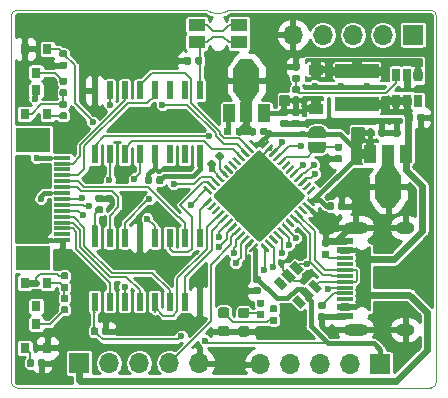
<source format=gtl>
%TF.GenerationSoftware,KiCad,Pcbnew,(6.0.0-rc1-dev-1-g01c5bdfb8)*%
%TF.CreationDate,2019-03-01T14:34:42+01:00*%
%TF.ProjectId,printer-otter,7072696E7465722D6F747465722E6B69,rev?*%
%TF.SameCoordinates,Original*%
%TF.FileFunction,Copper,L1,Top,Signal*%
%TF.FilePolarity,Positive*%
%FSLAX46Y46*%
G04 Gerber Fmt 4.6, Leading zero omitted, Abs format (unit mm)*
G04 Created by KiCad (PCBNEW (6.0.0-rc1-dev-1-g01c5bdfb8)) date Fri Mar  1 14:34:42 2019*
%MOMM*%
%LPD*%
G01*
G04 APERTURE LIST*
%ADD10C,0.100000*%
%ADD11O,2.100000X1.000000*%
%ADD12O,1.600000X1.000000*%
%ADD13R,1.450000X0.600000*%
%ADD14R,1.450000X0.300000*%
%ADD15R,0.600000X1.500000*%
%ADD16R,0.800000X0.900000*%
%ADD17R,1.200000X0.900000*%
%ADD18O,1.700000X1.700000*%
%ADD19R,1.700000X1.700000*%
%ADD20R,1.400000X1.050000*%
%ADD21C,0.590000*%
%ADD22R,3.700000X1.200000*%
%ADD23C,0.500000*%
%ADD24C,0.875000*%
%ADD25C,0.250000*%
%ADD26C,5.600000*%
%ADD27R,0.650000X1.060000*%
%ADD28C,0.650000*%
%ADD29C,1.000000*%
%ADD30R,2.200000X1.840000*%
%ADD31R,1.000000X1.500000*%
%ADD32R,1.000000X1.800000*%
%ADD33C,0.850000*%
%ADD34R,3.000000X2.000000*%
%ADD35C,0.600000*%
%ADD36C,0.800000*%
%ADD37C,0.400000*%
%ADD38C,0.600000*%
%ADD39C,0.200000*%
%ADD40C,0.127000*%
%ADD41C,0.254000*%
G04 APERTURE END LIST*
D10*
X100000000Y-100500000D02*
G75*
G02X100500000Y-100000000I500000J0D01*
G01*
X100500000Y-132000000D02*
G75*
G02X100000000Y-131500000I0J500000D01*
G01*
X136000000Y-131500000D02*
G75*
G02X135500000Y-132000000I-500000J0D01*
G01*
X135500000Y-100000000D02*
G75*
G02X136000000Y-100500000I0J-500000D01*
G01*
X135500000Y-100000000D02*
X118500000Y-100000000D01*
X136000000Y-131500000D02*
X136000000Y-100500000D01*
X100500000Y-132000000D02*
X135500000Y-132000000D01*
X100000000Y-100500000D02*
X100000000Y-131500000D01*
X104500000Y-100000000D02*
X100500000Y-100000000D01*
X107000000Y-100000000D02*
X104500000Y-100000000D01*
X110000000Y-100000000D02*
X112500000Y-100000000D01*
X113000000Y-100000000D02*
X112500000Y-100000000D01*
X116500000Y-100000000D02*
X116000000Y-100000000D01*
X110000000Y-100000000D02*
X107000000Y-100000000D01*
X116000000Y-100000000D02*
X113000000Y-100000000D01*
X118499999Y-99999999D02*
G75*
G02X116500000Y-100000000I-1000000J1499998D01*
G01*
D11*
X129165000Y-127070000D03*
X129165000Y-118430000D03*
D12*
X133345000Y-127070000D03*
X133345000Y-118430000D03*
D13*
X128250000Y-119550000D03*
X128250000Y-120350000D03*
D14*
X128250000Y-121000000D03*
X128250000Y-121500000D03*
X128250000Y-122000000D03*
X128250000Y-122500000D03*
X128250000Y-123000000D03*
X128250000Y-123500000D03*
X128250000Y-124000000D03*
X128250000Y-124500000D03*
D13*
X128250000Y-125150000D03*
X128250000Y-125950000D03*
D15*
X107055000Y-119300000D03*
X108325000Y-119300000D03*
X109595000Y-119300000D03*
X110865000Y-119300000D03*
X112135000Y-119300000D03*
X113405000Y-119300000D03*
X114675000Y-119300000D03*
X115945000Y-119300000D03*
X115945000Y-124700000D03*
X114675000Y-124700000D03*
X113405000Y-124700000D03*
X112135000Y-124700000D03*
X110865000Y-124700000D03*
X109595000Y-124700000D03*
X108325000Y-124700000D03*
X107055000Y-124700000D03*
X115945000Y-112200000D03*
X114675000Y-112200000D03*
X113405000Y-112200000D03*
X112135000Y-112200000D03*
X110865000Y-112200000D03*
X109595000Y-112200000D03*
X108325000Y-112200000D03*
X107055000Y-112200000D03*
X107055000Y-106800000D03*
X108325000Y-106800000D03*
X109595000Y-106800000D03*
X110865000Y-106800000D03*
X112135000Y-106800000D03*
X113405000Y-106800000D03*
X114675000Y-106800000D03*
X115945000Y-106800000D03*
D16*
X102100000Y-105300000D03*
X101150000Y-103300000D03*
X103050000Y-103300000D03*
D17*
X125800000Y-105050000D03*
X125800000Y-108350000D03*
D18*
X123840000Y-102100000D03*
X126380000Y-102100000D03*
X128920000Y-102100000D03*
X131460000Y-102100000D03*
D19*
X134000000Y-102100000D03*
D18*
X121090000Y-130000000D03*
X123630000Y-130000000D03*
X126170000Y-130000000D03*
X128710000Y-130000000D03*
D19*
X131250000Y-130000000D03*
D18*
X115910000Y-129900000D03*
X113370000Y-129900000D03*
X110830000Y-129900000D03*
X108290000Y-129900000D03*
D19*
X105750000Y-129900000D03*
D20*
X119300000Y-101280000D03*
X115700000Y-101280000D03*
X119300000Y-102720000D03*
X115700000Y-102720000D03*
D10*
G36*
X131546958Y-110080710D02*
X131561276Y-110082834D01*
X131575317Y-110086351D01*
X131588946Y-110091228D01*
X131602031Y-110097417D01*
X131614447Y-110104858D01*
X131626073Y-110113481D01*
X131636798Y-110123202D01*
X131646519Y-110133927D01*
X131655142Y-110145553D01*
X131662583Y-110157969D01*
X131668772Y-110171054D01*
X131673649Y-110184683D01*
X131677166Y-110198724D01*
X131679290Y-110213042D01*
X131680000Y-110227500D01*
X131680000Y-110572500D01*
X131679290Y-110586958D01*
X131677166Y-110601276D01*
X131673649Y-110615317D01*
X131668772Y-110628946D01*
X131662583Y-110642031D01*
X131655142Y-110654447D01*
X131646519Y-110666073D01*
X131636798Y-110676798D01*
X131626073Y-110686519D01*
X131614447Y-110695142D01*
X131602031Y-110702583D01*
X131588946Y-110708772D01*
X131575317Y-110713649D01*
X131561276Y-110717166D01*
X131546958Y-110719290D01*
X131532500Y-110720000D01*
X131237500Y-110720000D01*
X131223042Y-110719290D01*
X131208724Y-110717166D01*
X131194683Y-110713649D01*
X131181054Y-110708772D01*
X131167969Y-110702583D01*
X131155553Y-110695142D01*
X131143927Y-110686519D01*
X131133202Y-110676798D01*
X131123481Y-110666073D01*
X131114858Y-110654447D01*
X131107417Y-110642031D01*
X131101228Y-110628946D01*
X131096351Y-110615317D01*
X131092834Y-110601276D01*
X131090710Y-110586958D01*
X131090000Y-110572500D01*
X131090000Y-110227500D01*
X131090710Y-110213042D01*
X131092834Y-110198724D01*
X131096351Y-110184683D01*
X131101228Y-110171054D01*
X131107417Y-110157969D01*
X131114858Y-110145553D01*
X131123481Y-110133927D01*
X131133202Y-110123202D01*
X131143927Y-110113481D01*
X131155553Y-110104858D01*
X131167969Y-110097417D01*
X131181054Y-110091228D01*
X131194683Y-110086351D01*
X131208724Y-110082834D01*
X131223042Y-110080710D01*
X131237500Y-110080000D01*
X131532500Y-110080000D01*
X131546958Y-110080710D01*
X131546958Y-110080710D01*
G37*
D21*
X131385000Y-110400000D03*
D10*
G36*
X130576958Y-110080710D02*
X130591276Y-110082834D01*
X130605317Y-110086351D01*
X130618946Y-110091228D01*
X130632031Y-110097417D01*
X130644447Y-110104858D01*
X130656073Y-110113481D01*
X130666798Y-110123202D01*
X130676519Y-110133927D01*
X130685142Y-110145553D01*
X130692583Y-110157969D01*
X130698772Y-110171054D01*
X130703649Y-110184683D01*
X130707166Y-110198724D01*
X130709290Y-110213042D01*
X130710000Y-110227500D01*
X130710000Y-110572500D01*
X130709290Y-110586958D01*
X130707166Y-110601276D01*
X130703649Y-110615317D01*
X130698772Y-110628946D01*
X130692583Y-110642031D01*
X130685142Y-110654447D01*
X130676519Y-110666073D01*
X130666798Y-110676798D01*
X130656073Y-110686519D01*
X130644447Y-110695142D01*
X130632031Y-110702583D01*
X130618946Y-110708772D01*
X130605317Y-110713649D01*
X130591276Y-110717166D01*
X130576958Y-110719290D01*
X130562500Y-110720000D01*
X130267500Y-110720000D01*
X130253042Y-110719290D01*
X130238724Y-110717166D01*
X130224683Y-110713649D01*
X130211054Y-110708772D01*
X130197969Y-110702583D01*
X130185553Y-110695142D01*
X130173927Y-110686519D01*
X130163202Y-110676798D01*
X130153481Y-110666073D01*
X130144858Y-110654447D01*
X130137417Y-110642031D01*
X130131228Y-110628946D01*
X130126351Y-110615317D01*
X130122834Y-110601276D01*
X130120710Y-110586958D01*
X130120000Y-110572500D01*
X130120000Y-110227500D01*
X130120710Y-110213042D01*
X130122834Y-110198724D01*
X130126351Y-110184683D01*
X130131228Y-110171054D01*
X130137417Y-110157969D01*
X130144858Y-110145553D01*
X130153481Y-110133927D01*
X130163202Y-110123202D01*
X130173927Y-110113481D01*
X130185553Y-110104858D01*
X130197969Y-110097417D01*
X130211054Y-110091228D01*
X130224683Y-110086351D01*
X130238724Y-110082834D01*
X130253042Y-110080710D01*
X130267500Y-110080000D01*
X130562500Y-110080000D01*
X130576958Y-110080710D01*
X130576958Y-110080710D01*
G37*
D21*
X130415000Y-110400000D03*
D10*
G36*
X132811958Y-110080710D02*
X132826276Y-110082834D01*
X132840317Y-110086351D01*
X132853946Y-110091228D01*
X132867031Y-110097417D01*
X132879447Y-110104858D01*
X132891073Y-110113481D01*
X132901798Y-110123202D01*
X132911519Y-110133927D01*
X132920142Y-110145553D01*
X132927583Y-110157969D01*
X132933772Y-110171054D01*
X132938649Y-110184683D01*
X132942166Y-110198724D01*
X132944290Y-110213042D01*
X132945000Y-110227500D01*
X132945000Y-110572500D01*
X132944290Y-110586958D01*
X132942166Y-110601276D01*
X132938649Y-110615317D01*
X132933772Y-110628946D01*
X132927583Y-110642031D01*
X132920142Y-110654447D01*
X132911519Y-110666073D01*
X132901798Y-110676798D01*
X132891073Y-110686519D01*
X132879447Y-110695142D01*
X132867031Y-110702583D01*
X132853946Y-110708772D01*
X132840317Y-110713649D01*
X132826276Y-110717166D01*
X132811958Y-110719290D01*
X132797500Y-110720000D01*
X132502500Y-110720000D01*
X132488042Y-110719290D01*
X132473724Y-110717166D01*
X132459683Y-110713649D01*
X132446054Y-110708772D01*
X132432969Y-110702583D01*
X132420553Y-110695142D01*
X132408927Y-110686519D01*
X132398202Y-110676798D01*
X132388481Y-110666073D01*
X132379858Y-110654447D01*
X132372417Y-110642031D01*
X132366228Y-110628946D01*
X132361351Y-110615317D01*
X132357834Y-110601276D01*
X132355710Y-110586958D01*
X132355000Y-110572500D01*
X132355000Y-110227500D01*
X132355710Y-110213042D01*
X132357834Y-110198724D01*
X132361351Y-110184683D01*
X132366228Y-110171054D01*
X132372417Y-110157969D01*
X132379858Y-110145553D01*
X132388481Y-110133927D01*
X132398202Y-110123202D01*
X132408927Y-110113481D01*
X132420553Y-110104858D01*
X132432969Y-110097417D01*
X132446054Y-110091228D01*
X132459683Y-110086351D01*
X132473724Y-110082834D01*
X132488042Y-110080710D01*
X132502500Y-110080000D01*
X132797500Y-110080000D01*
X132811958Y-110080710D01*
X132811958Y-110080710D01*
G37*
D21*
X132650000Y-110400000D03*
D10*
G36*
X133781958Y-110080710D02*
X133796276Y-110082834D01*
X133810317Y-110086351D01*
X133823946Y-110091228D01*
X133837031Y-110097417D01*
X133849447Y-110104858D01*
X133861073Y-110113481D01*
X133871798Y-110123202D01*
X133881519Y-110133927D01*
X133890142Y-110145553D01*
X133897583Y-110157969D01*
X133903772Y-110171054D01*
X133908649Y-110184683D01*
X133912166Y-110198724D01*
X133914290Y-110213042D01*
X133915000Y-110227500D01*
X133915000Y-110572500D01*
X133914290Y-110586958D01*
X133912166Y-110601276D01*
X133908649Y-110615317D01*
X133903772Y-110628946D01*
X133897583Y-110642031D01*
X133890142Y-110654447D01*
X133881519Y-110666073D01*
X133871798Y-110676798D01*
X133861073Y-110686519D01*
X133849447Y-110695142D01*
X133837031Y-110702583D01*
X133823946Y-110708772D01*
X133810317Y-110713649D01*
X133796276Y-110717166D01*
X133781958Y-110719290D01*
X133767500Y-110720000D01*
X133472500Y-110720000D01*
X133458042Y-110719290D01*
X133443724Y-110717166D01*
X133429683Y-110713649D01*
X133416054Y-110708772D01*
X133402969Y-110702583D01*
X133390553Y-110695142D01*
X133378927Y-110686519D01*
X133368202Y-110676798D01*
X133358481Y-110666073D01*
X133349858Y-110654447D01*
X133342417Y-110642031D01*
X133336228Y-110628946D01*
X133331351Y-110615317D01*
X133327834Y-110601276D01*
X133325710Y-110586958D01*
X133325000Y-110572500D01*
X133325000Y-110227500D01*
X133325710Y-110213042D01*
X133327834Y-110198724D01*
X133331351Y-110184683D01*
X133336228Y-110171054D01*
X133342417Y-110157969D01*
X133349858Y-110145553D01*
X133358481Y-110133927D01*
X133368202Y-110123202D01*
X133378927Y-110113481D01*
X133390553Y-110104858D01*
X133402969Y-110097417D01*
X133416054Y-110091228D01*
X133429683Y-110086351D01*
X133443724Y-110082834D01*
X133458042Y-110080710D01*
X133472500Y-110080000D01*
X133767500Y-110080000D01*
X133781958Y-110080710D01*
X133781958Y-110080710D01*
G37*
D21*
X133620000Y-110400000D03*
D10*
G36*
X117639727Y-111983989D02*
X117654045Y-111986113D01*
X117668086Y-111989630D01*
X117681715Y-111994507D01*
X117694800Y-112000696D01*
X117707216Y-112008137D01*
X117718842Y-112016760D01*
X117729567Y-112026481D01*
X117973519Y-112270433D01*
X117983240Y-112281158D01*
X117991863Y-112292784D01*
X117999304Y-112305200D01*
X118005493Y-112318285D01*
X118010370Y-112331914D01*
X118013887Y-112345955D01*
X118016011Y-112360273D01*
X118016721Y-112374731D01*
X118016011Y-112389189D01*
X118013887Y-112403507D01*
X118010370Y-112417548D01*
X118005493Y-112431177D01*
X117999304Y-112444262D01*
X117991863Y-112456678D01*
X117983240Y-112468304D01*
X117973519Y-112479029D01*
X117764923Y-112687625D01*
X117754198Y-112697346D01*
X117742572Y-112705969D01*
X117730156Y-112713410D01*
X117717071Y-112719599D01*
X117703442Y-112724476D01*
X117689401Y-112727993D01*
X117675083Y-112730117D01*
X117660625Y-112730827D01*
X117646167Y-112730117D01*
X117631849Y-112727993D01*
X117617808Y-112724476D01*
X117604179Y-112719599D01*
X117591094Y-112713410D01*
X117578678Y-112705969D01*
X117567052Y-112697346D01*
X117556327Y-112687625D01*
X117312375Y-112443673D01*
X117302654Y-112432948D01*
X117294031Y-112421322D01*
X117286590Y-112408906D01*
X117280401Y-112395821D01*
X117275524Y-112382192D01*
X117272007Y-112368151D01*
X117269883Y-112353833D01*
X117269173Y-112339375D01*
X117269883Y-112324917D01*
X117272007Y-112310599D01*
X117275524Y-112296558D01*
X117280401Y-112282929D01*
X117286590Y-112269844D01*
X117294031Y-112257428D01*
X117302654Y-112245802D01*
X117312375Y-112235077D01*
X117520971Y-112026481D01*
X117531696Y-112016760D01*
X117543322Y-112008137D01*
X117555738Y-112000696D01*
X117568823Y-111994507D01*
X117582452Y-111989630D01*
X117596493Y-111986113D01*
X117610811Y-111983989D01*
X117625269Y-111983279D01*
X117639727Y-111983989D01*
X117639727Y-111983989D01*
G37*
D21*
X117642947Y-112357053D03*
D10*
G36*
X116953833Y-112669883D02*
X116968151Y-112672007D01*
X116982192Y-112675524D01*
X116995821Y-112680401D01*
X117008906Y-112686590D01*
X117021322Y-112694031D01*
X117032948Y-112702654D01*
X117043673Y-112712375D01*
X117287625Y-112956327D01*
X117297346Y-112967052D01*
X117305969Y-112978678D01*
X117313410Y-112991094D01*
X117319599Y-113004179D01*
X117324476Y-113017808D01*
X117327993Y-113031849D01*
X117330117Y-113046167D01*
X117330827Y-113060625D01*
X117330117Y-113075083D01*
X117327993Y-113089401D01*
X117324476Y-113103442D01*
X117319599Y-113117071D01*
X117313410Y-113130156D01*
X117305969Y-113142572D01*
X117297346Y-113154198D01*
X117287625Y-113164923D01*
X117079029Y-113373519D01*
X117068304Y-113383240D01*
X117056678Y-113391863D01*
X117044262Y-113399304D01*
X117031177Y-113405493D01*
X117017548Y-113410370D01*
X117003507Y-113413887D01*
X116989189Y-113416011D01*
X116974731Y-113416721D01*
X116960273Y-113416011D01*
X116945955Y-113413887D01*
X116931914Y-113410370D01*
X116918285Y-113405493D01*
X116905200Y-113399304D01*
X116892784Y-113391863D01*
X116881158Y-113383240D01*
X116870433Y-113373519D01*
X116626481Y-113129567D01*
X116616760Y-113118842D01*
X116608137Y-113107216D01*
X116600696Y-113094800D01*
X116594507Y-113081715D01*
X116589630Y-113068086D01*
X116586113Y-113054045D01*
X116583989Y-113039727D01*
X116583279Y-113025269D01*
X116583989Y-113010811D01*
X116586113Y-112996493D01*
X116589630Y-112982452D01*
X116594507Y-112968823D01*
X116600696Y-112955738D01*
X116608137Y-112943322D01*
X116616760Y-112931696D01*
X116626481Y-112920971D01*
X116835077Y-112712375D01*
X116845802Y-112702654D01*
X116857428Y-112694031D01*
X116869844Y-112686590D01*
X116882929Y-112680401D01*
X116896558Y-112675524D01*
X116910599Y-112672007D01*
X116924917Y-112669883D01*
X116939375Y-112669173D01*
X116953833Y-112669883D01*
X116953833Y-112669883D01*
G37*
D21*
X116957053Y-113042947D03*
D10*
G36*
X120576958Y-109980710D02*
X120591276Y-109982834D01*
X120605317Y-109986351D01*
X120618946Y-109991228D01*
X120632031Y-109997417D01*
X120644447Y-110004858D01*
X120656073Y-110013481D01*
X120666798Y-110023202D01*
X120676519Y-110033927D01*
X120685142Y-110045553D01*
X120692583Y-110057969D01*
X120698772Y-110071054D01*
X120703649Y-110084683D01*
X120707166Y-110098724D01*
X120709290Y-110113042D01*
X120710000Y-110127500D01*
X120710000Y-110472500D01*
X120709290Y-110486958D01*
X120707166Y-110501276D01*
X120703649Y-110515317D01*
X120698772Y-110528946D01*
X120692583Y-110542031D01*
X120685142Y-110554447D01*
X120676519Y-110566073D01*
X120666798Y-110576798D01*
X120656073Y-110586519D01*
X120644447Y-110595142D01*
X120632031Y-110602583D01*
X120618946Y-110608772D01*
X120605317Y-110613649D01*
X120591276Y-110617166D01*
X120576958Y-110619290D01*
X120562500Y-110620000D01*
X120267500Y-110620000D01*
X120253042Y-110619290D01*
X120238724Y-110617166D01*
X120224683Y-110613649D01*
X120211054Y-110608772D01*
X120197969Y-110602583D01*
X120185553Y-110595142D01*
X120173927Y-110586519D01*
X120163202Y-110576798D01*
X120153481Y-110566073D01*
X120144858Y-110554447D01*
X120137417Y-110542031D01*
X120131228Y-110528946D01*
X120126351Y-110515317D01*
X120122834Y-110501276D01*
X120120710Y-110486958D01*
X120120000Y-110472500D01*
X120120000Y-110127500D01*
X120120710Y-110113042D01*
X120122834Y-110098724D01*
X120126351Y-110084683D01*
X120131228Y-110071054D01*
X120137417Y-110057969D01*
X120144858Y-110045553D01*
X120153481Y-110033927D01*
X120163202Y-110023202D01*
X120173927Y-110013481D01*
X120185553Y-110004858D01*
X120197969Y-109997417D01*
X120211054Y-109991228D01*
X120224683Y-109986351D01*
X120238724Y-109982834D01*
X120253042Y-109980710D01*
X120267500Y-109980000D01*
X120562500Y-109980000D01*
X120576958Y-109980710D01*
X120576958Y-109980710D01*
G37*
D21*
X120415000Y-110300000D03*
D10*
G36*
X121546958Y-109980710D02*
X121561276Y-109982834D01*
X121575317Y-109986351D01*
X121588946Y-109991228D01*
X121602031Y-109997417D01*
X121614447Y-110004858D01*
X121626073Y-110013481D01*
X121636798Y-110023202D01*
X121646519Y-110033927D01*
X121655142Y-110045553D01*
X121662583Y-110057969D01*
X121668772Y-110071054D01*
X121673649Y-110084683D01*
X121677166Y-110098724D01*
X121679290Y-110113042D01*
X121680000Y-110127500D01*
X121680000Y-110472500D01*
X121679290Y-110486958D01*
X121677166Y-110501276D01*
X121673649Y-110515317D01*
X121668772Y-110528946D01*
X121662583Y-110542031D01*
X121655142Y-110554447D01*
X121646519Y-110566073D01*
X121636798Y-110576798D01*
X121626073Y-110586519D01*
X121614447Y-110595142D01*
X121602031Y-110602583D01*
X121588946Y-110608772D01*
X121575317Y-110613649D01*
X121561276Y-110617166D01*
X121546958Y-110619290D01*
X121532500Y-110620000D01*
X121237500Y-110620000D01*
X121223042Y-110619290D01*
X121208724Y-110617166D01*
X121194683Y-110613649D01*
X121181054Y-110608772D01*
X121167969Y-110602583D01*
X121155553Y-110595142D01*
X121143927Y-110586519D01*
X121133202Y-110576798D01*
X121123481Y-110566073D01*
X121114858Y-110554447D01*
X121107417Y-110542031D01*
X121101228Y-110528946D01*
X121096351Y-110515317D01*
X121092834Y-110501276D01*
X121090710Y-110486958D01*
X121090000Y-110472500D01*
X121090000Y-110127500D01*
X121090710Y-110113042D01*
X121092834Y-110098724D01*
X121096351Y-110084683D01*
X121101228Y-110071054D01*
X121107417Y-110057969D01*
X121114858Y-110045553D01*
X121123481Y-110033927D01*
X121133202Y-110023202D01*
X121143927Y-110013481D01*
X121155553Y-110004858D01*
X121167969Y-109997417D01*
X121181054Y-109991228D01*
X121194683Y-109986351D01*
X121208724Y-109982834D01*
X121223042Y-109980710D01*
X121237500Y-109980000D01*
X121532500Y-109980000D01*
X121546958Y-109980710D01*
X121546958Y-109980710D01*
G37*
D21*
X121385000Y-110300000D03*
D10*
G36*
X128146958Y-116280710D02*
X128161276Y-116282834D01*
X128175317Y-116286351D01*
X128188946Y-116291228D01*
X128202031Y-116297417D01*
X128214447Y-116304858D01*
X128226073Y-116313481D01*
X128236798Y-116323202D01*
X128246519Y-116333927D01*
X128255142Y-116345553D01*
X128262583Y-116357969D01*
X128268772Y-116371054D01*
X128273649Y-116384683D01*
X128277166Y-116398724D01*
X128279290Y-116413042D01*
X128280000Y-116427500D01*
X128280000Y-116772500D01*
X128279290Y-116786958D01*
X128277166Y-116801276D01*
X128273649Y-116815317D01*
X128268772Y-116828946D01*
X128262583Y-116842031D01*
X128255142Y-116854447D01*
X128246519Y-116866073D01*
X128236798Y-116876798D01*
X128226073Y-116886519D01*
X128214447Y-116895142D01*
X128202031Y-116902583D01*
X128188946Y-116908772D01*
X128175317Y-116913649D01*
X128161276Y-116917166D01*
X128146958Y-116919290D01*
X128132500Y-116920000D01*
X127837500Y-116920000D01*
X127823042Y-116919290D01*
X127808724Y-116917166D01*
X127794683Y-116913649D01*
X127781054Y-116908772D01*
X127767969Y-116902583D01*
X127755553Y-116895142D01*
X127743927Y-116886519D01*
X127733202Y-116876798D01*
X127723481Y-116866073D01*
X127714858Y-116854447D01*
X127707417Y-116842031D01*
X127701228Y-116828946D01*
X127696351Y-116815317D01*
X127692834Y-116801276D01*
X127690710Y-116786958D01*
X127690000Y-116772500D01*
X127690000Y-116427500D01*
X127690710Y-116413042D01*
X127692834Y-116398724D01*
X127696351Y-116384683D01*
X127701228Y-116371054D01*
X127707417Y-116357969D01*
X127714858Y-116345553D01*
X127723481Y-116333927D01*
X127733202Y-116323202D01*
X127743927Y-116313481D01*
X127755553Y-116304858D01*
X127767969Y-116297417D01*
X127781054Y-116291228D01*
X127794683Y-116286351D01*
X127808724Y-116282834D01*
X127823042Y-116280710D01*
X127837500Y-116280000D01*
X128132500Y-116280000D01*
X128146958Y-116280710D01*
X128146958Y-116280710D01*
G37*
D21*
X127985000Y-116600000D03*
D10*
G36*
X127176958Y-116280710D02*
X127191276Y-116282834D01*
X127205317Y-116286351D01*
X127218946Y-116291228D01*
X127232031Y-116297417D01*
X127244447Y-116304858D01*
X127256073Y-116313481D01*
X127266798Y-116323202D01*
X127276519Y-116333927D01*
X127285142Y-116345553D01*
X127292583Y-116357969D01*
X127298772Y-116371054D01*
X127303649Y-116384683D01*
X127307166Y-116398724D01*
X127309290Y-116413042D01*
X127310000Y-116427500D01*
X127310000Y-116772500D01*
X127309290Y-116786958D01*
X127307166Y-116801276D01*
X127303649Y-116815317D01*
X127298772Y-116828946D01*
X127292583Y-116842031D01*
X127285142Y-116854447D01*
X127276519Y-116866073D01*
X127266798Y-116876798D01*
X127256073Y-116886519D01*
X127244447Y-116895142D01*
X127232031Y-116902583D01*
X127218946Y-116908772D01*
X127205317Y-116913649D01*
X127191276Y-116917166D01*
X127176958Y-116919290D01*
X127162500Y-116920000D01*
X126867500Y-116920000D01*
X126853042Y-116919290D01*
X126838724Y-116917166D01*
X126824683Y-116913649D01*
X126811054Y-116908772D01*
X126797969Y-116902583D01*
X126785553Y-116895142D01*
X126773927Y-116886519D01*
X126763202Y-116876798D01*
X126753481Y-116866073D01*
X126744858Y-116854447D01*
X126737417Y-116842031D01*
X126731228Y-116828946D01*
X126726351Y-116815317D01*
X126722834Y-116801276D01*
X126720710Y-116786958D01*
X126720000Y-116772500D01*
X126720000Y-116427500D01*
X126720710Y-116413042D01*
X126722834Y-116398724D01*
X126726351Y-116384683D01*
X126731228Y-116371054D01*
X126737417Y-116357969D01*
X126744858Y-116345553D01*
X126753481Y-116333927D01*
X126763202Y-116323202D01*
X126773927Y-116313481D01*
X126785553Y-116304858D01*
X126797969Y-116297417D01*
X126811054Y-116291228D01*
X126824683Y-116286351D01*
X126838724Y-116282834D01*
X126853042Y-116280710D01*
X126867500Y-116280000D01*
X127162500Y-116280000D01*
X127176958Y-116280710D01*
X127176958Y-116280710D01*
G37*
D21*
X127015000Y-116600000D03*
D10*
G36*
X120986958Y-123475710D02*
X121001276Y-123477834D01*
X121015317Y-123481351D01*
X121028946Y-123486228D01*
X121042031Y-123492417D01*
X121054447Y-123499858D01*
X121066073Y-123508481D01*
X121076798Y-123518202D01*
X121086519Y-123528927D01*
X121095142Y-123540553D01*
X121102583Y-123552969D01*
X121108772Y-123566054D01*
X121113649Y-123579683D01*
X121117166Y-123593724D01*
X121119290Y-123608042D01*
X121120000Y-123622500D01*
X121120000Y-123917500D01*
X121119290Y-123931958D01*
X121117166Y-123946276D01*
X121113649Y-123960317D01*
X121108772Y-123973946D01*
X121102583Y-123987031D01*
X121095142Y-123999447D01*
X121086519Y-124011073D01*
X121076798Y-124021798D01*
X121066073Y-124031519D01*
X121054447Y-124040142D01*
X121042031Y-124047583D01*
X121028946Y-124053772D01*
X121015317Y-124058649D01*
X121001276Y-124062166D01*
X120986958Y-124064290D01*
X120972500Y-124065000D01*
X120627500Y-124065000D01*
X120613042Y-124064290D01*
X120598724Y-124062166D01*
X120584683Y-124058649D01*
X120571054Y-124053772D01*
X120557969Y-124047583D01*
X120545553Y-124040142D01*
X120533927Y-124031519D01*
X120523202Y-124021798D01*
X120513481Y-124011073D01*
X120504858Y-123999447D01*
X120497417Y-123987031D01*
X120491228Y-123973946D01*
X120486351Y-123960317D01*
X120482834Y-123946276D01*
X120480710Y-123931958D01*
X120480000Y-123917500D01*
X120480000Y-123622500D01*
X120480710Y-123608042D01*
X120482834Y-123593724D01*
X120486351Y-123579683D01*
X120491228Y-123566054D01*
X120497417Y-123552969D01*
X120504858Y-123540553D01*
X120513481Y-123528927D01*
X120523202Y-123518202D01*
X120533927Y-123508481D01*
X120545553Y-123499858D01*
X120557969Y-123492417D01*
X120571054Y-123486228D01*
X120584683Y-123481351D01*
X120598724Y-123477834D01*
X120613042Y-123475710D01*
X120627500Y-123475000D01*
X120972500Y-123475000D01*
X120986958Y-123475710D01*
X120986958Y-123475710D01*
G37*
D21*
X120800000Y-123770000D03*
D10*
G36*
X120986958Y-122505710D02*
X121001276Y-122507834D01*
X121015317Y-122511351D01*
X121028946Y-122516228D01*
X121042031Y-122522417D01*
X121054447Y-122529858D01*
X121066073Y-122538481D01*
X121076798Y-122548202D01*
X121086519Y-122558927D01*
X121095142Y-122570553D01*
X121102583Y-122582969D01*
X121108772Y-122596054D01*
X121113649Y-122609683D01*
X121117166Y-122623724D01*
X121119290Y-122638042D01*
X121120000Y-122652500D01*
X121120000Y-122947500D01*
X121119290Y-122961958D01*
X121117166Y-122976276D01*
X121113649Y-122990317D01*
X121108772Y-123003946D01*
X121102583Y-123017031D01*
X121095142Y-123029447D01*
X121086519Y-123041073D01*
X121076798Y-123051798D01*
X121066073Y-123061519D01*
X121054447Y-123070142D01*
X121042031Y-123077583D01*
X121028946Y-123083772D01*
X121015317Y-123088649D01*
X121001276Y-123092166D01*
X120986958Y-123094290D01*
X120972500Y-123095000D01*
X120627500Y-123095000D01*
X120613042Y-123094290D01*
X120598724Y-123092166D01*
X120584683Y-123088649D01*
X120571054Y-123083772D01*
X120557969Y-123077583D01*
X120545553Y-123070142D01*
X120533927Y-123061519D01*
X120523202Y-123051798D01*
X120513481Y-123041073D01*
X120504858Y-123029447D01*
X120497417Y-123017031D01*
X120491228Y-123003946D01*
X120486351Y-122990317D01*
X120482834Y-122976276D01*
X120480710Y-122961958D01*
X120480000Y-122947500D01*
X120480000Y-122652500D01*
X120480710Y-122638042D01*
X120482834Y-122623724D01*
X120486351Y-122609683D01*
X120491228Y-122596054D01*
X120497417Y-122582969D01*
X120504858Y-122570553D01*
X120513481Y-122558927D01*
X120523202Y-122548202D01*
X120533927Y-122538481D01*
X120545553Y-122529858D01*
X120557969Y-122522417D01*
X120571054Y-122516228D01*
X120584683Y-122511351D01*
X120598724Y-122507834D01*
X120613042Y-122505710D01*
X120627500Y-122505000D01*
X120972500Y-122505000D01*
X120986958Y-122505710D01*
X120986958Y-122505710D01*
G37*
D21*
X120800000Y-122800000D03*
D10*
G36*
X134846958Y-108780710D02*
X134861276Y-108782834D01*
X134875317Y-108786351D01*
X134888946Y-108791228D01*
X134902031Y-108797417D01*
X134914447Y-108804858D01*
X134926073Y-108813481D01*
X134936798Y-108823202D01*
X134946519Y-108833927D01*
X134955142Y-108845553D01*
X134962583Y-108857969D01*
X134968772Y-108871054D01*
X134973649Y-108884683D01*
X134977166Y-108898724D01*
X134979290Y-108913042D01*
X134980000Y-108927500D01*
X134980000Y-109272500D01*
X134979290Y-109286958D01*
X134977166Y-109301276D01*
X134973649Y-109315317D01*
X134968772Y-109328946D01*
X134962583Y-109342031D01*
X134955142Y-109354447D01*
X134946519Y-109366073D01*
X134936798Y-109376798D01*
X134926073Y-109386519D01*
X134914447Y-109395142D01*
X134902031Y-109402583D01*
X134888946Y-109408772D01*
X134875317Y-109413649D01*
X134861276Y-109417166D01*
X134846958Y-109419290D01*
X134832500Y-109420000D01*
X134537500Y-109420000D01*
X134523042Y-109419290D01*
X134508724Y-109417166D01*
X134494683Y-109413649D01*
X134481054Y-109408772D01*
X134467969Y-109402583D01*
X134455553Y-109395142D01*
X134443927Y-109386519D01*
X134433202Y-109376798D01*
X134423481Y-109366073D01*
X134414858Y-109354447D01*
X134407417Y-109342031D01*
X134401228Y-109328946D01*
X134396351Y-109315317D01*
X134392834Y-109301276D01*
X134390710Y-109286958D01*
X134390000Y-109272500D01*
X134390000Y-108927500D01*
X134390710Y-108913042D01*
X134392834Y-108898724D01*
X134396351Y-108884683D01*
X134401228Y-108871054D01*
X134407417Y-108857969D01*
X134414858Y-108845553D01*
X134423481Y-108833927D01*
X134433202Y-108823202D01*
X134443927Y-108813481D01*
X134455553Y-108804858D01*
X134467969Y-108797417D01*
X134481054Y-108791228D01*
X134494683Y-108786351D01*
X134508724Y-108782834D01*
X134523042Y-108780710D01*
X134537500Y-108780000D01*
X134832500Y-108780000D01*
X134846958Y-108780710D01*
X134846958Y-108780710D01*
G37*
D21*
X134685000Y-109100000D03*
D10*
G36*
X133876958Y-108780710D02*
X133891276Y-108782834D01*
X133905317Y-108786351D01*
X133918946Y-108791228D01*
X133932031Y-108797417D01*
X133944447Y-108804858D01*
X133956073Y-108813481D01*
X133966798Y-108823202D01*
X133976519Y-108833927D01*
X133985142Y-108845553D01*
X133992583Y-108857969D01*
X133998772Y-108871054D01*
X134003649Y-108884683D01*
X134007166Y-108898724D01*
X134009290Y-108913042D01*
X134010000Y-108927500D01*
X134010000Y-109272500D01*
X134009290Y-109286958D01*
X134007166Y-109301276D01*
X134003649Y-109315317D01*
X133998772Y-109328946D01*
X133992583Y-109342031D01*
X133985142Y-109354447D01*
X133976519Y-109366073D01*
X133966798Y-109376798D01*
X133956073Y-109386519D01*
X133944447Y-109395142D01*
X133932031Y-109402583D01*
X133918946Y-109408772D01*
X133905317Y-109413649D01*
X133891276Y-109417166D01*
X133876958Y-109419290D01*
X133862500Y-109420000D01*
X133567500Y-109420000D01*
X133553042Y-109419290D01*
X133538724Y-109417166D01*
X133524683Y-109413649D01*
X133511054Y-109408772D01*
X133497969Y-109402583D01*
X133485553Y-109395142D01*
X133473927Y-109386519D01*
X133463202Y-109376798D01*
X133453481Y-109366073D01*
X133444858Y-109354447D01*
X133437417Y-109342031D01*
X133431228Y-109328946D01*
X133426351Y-109315317D01*
X133422834Y-109301276D01*
X133420710Y-109286958D01*
X133420000Y-109272500D01*
X133420000Y-108927500D01*
X133420710Y-108913042D01*
X133422834Y-108898724D01*
X133426351Y-108884683D01*
X133431228Y-108871054D01*
X133437417Y-108857969D01*
X133444858Y-108845553D01*
X133453481Y-108833927D01*
X133463202Y-108823202D01*
X133473927Y-108813481D01*
X133485553Y-108804858D01*
X133497969Y-108797417D01*
X133511054Y-108791228D01*
X133524683Y-108786351D01*
X133538724Y-108782834D01*
X133553042Y-108780710D01*
X133567500Y-108780000D01*
X133862500Y-108780000D01*
X133876958Y-108780710D01*
X133876958Y-108780710D01*
G37*
D21*
X133715000Y-109100000D03*
D10*
G36*
X119446958Y-109980710D02*
X119461276Y-109982834D01*
X119475317Y-109986351D01*
X119488946Y-109991228D01*
X119502031Y-109997417D01*
X119514447Y-110004858D01*
X119526073Y-110013481D01*
X119536798Y-110023202D01*
X119546519Y-110033927D01*
X119555142Y-110045553D01*
X119562583Y-110057969D01*
X119568772Y-110071054D01*
X119573649Y-110084683D01*
X119577166Y-110098724D01*
X119579290Y-110113042D01*
X119580000Y-110127500D01*
X119580000Y-110472500D01*
X119579290Y-110486958D01*
X119577166Y-110501276D01*
X119573649Y-110515317D01*
X119568772Y-110528946D01*
X119562583Y-110542031D01*
X119555142Y-110554447D01*
X119546519Y-110566073D01*
X119536798Y-110576798D01*
X119526073Y-110586519D01*
X119514447Y-110595142D01*
X119502031Y-110602583D01*
X119488946Y-110608772D01*
X119475317Y-110613649D01*
X119461276Y-110617166D01*
X119446958Y-110619290D01*
X119432500Y-110620000D01*
X119137500Y-110620000D01*
X119123042Y-110619290D01*
X119108724Y-110617166D01*
X119094683Y-110613649D01*
X119081054Y-110608772D01*
X119067969Y-110602583D01*
X119055553Y-110595142D01*
X119043927Y-110586519D01*
X119033202Y-110576798D01*
X119023481Y-110566073D01*
X119014858Y-110554447D01*
X119007417Y-110542031D01*
X119001228Y-110528946D01*
X118996351Y-110515317D01*
X118992834Y-110501276D01*
X118990710Y-110486958D01*
X118990000Y-110472500D01*
X118990000Y-110127500D01*
X118990710Y-110113042D01*
X118992834Y-110098724D01*
X118996351Y-110084683D01*
X119001228Y-110071054D01*
X119007417Y-110057969D01*
X119014858Y-110045553D01*
X119023481Y-110033927D01*
X119033202Y-110023202D01*
X119043927Y-110013481D01*
X119055553Y-110004858D01*
X119067969Y-109997417D01*
X119081054Y-109991228D01*
X119094683Y-109986351D01*
X119108724Y-109982834D01*
X119123042Y-109980710D01*
X119137500Y-109980000D01*
X119432500Y-109980000D01*
X119446958Y-109980710D01*
X119446958Y-109980710D01*
G37*
D21*
X119285000Y-110300000D03*
D10*
G36*
X118476958Y-109980710D02*
X118491276Y-109982834D01*
X118505317Y-109986351D01*
X118518946Y-109991228D01*
X118532031Y-109997417D01*
X118544447Y-110004858D01*
X118556073Y-110013481D01*
X118566798Y-110023202D01*
X118576519Y-110033927D01*
X118585142Y-110045553D01*
X118592583Y-110057969D01*
X118598772Y-110071054D01*
X118603649Y-110084683D01*
X118607166Y-110098724D01*
X118609290Y-110113042D01*
X118610000Y-110127500D01*
X118610000Y-110472500D01*
X118609290Y-110486958D01*
X118607166Y-110501276D01*
X118603649Y-110515317D01*
X118598772Y-110528946D01*
X118592583Y-110542031D01*
X118585142Y-110554447D01*
X118576519Y-110566073D01*
X118566798Y-110576798D01*
X118556073Y-110586519D01*
X118544447Y-110595142D01*
X118532031Y-110602583D01*
X118518946Y-110608772D01*
X118505317Y-110613649D01*
X118491276Y-110617166D01*
X118476958Y-110619290D01*
X118462500Y-110620000D01*
X118167500Y-110620000D01*
X118153042Y-110619290D01*
X118138724Y-110617166D01*
X118124683Y-110613649D01*
X118111054Y-110608772D01*
X118097969Y-110602583D01*
X118085553Y-110595142D01*
X118073927Y-110586519D01*
X118063202Y-110576798D01*
X118053481Y-110566073D01*
X118044858Y-110554447D01*
X118037417Y-110542031D01*
X118031228Y-110528946D01*
X118026351Y-110515317D01*
X118022834Y-110501276D01*
X118020710Y-110486958D01*
X118020000Y-110472500D01*
X118020000Y-110127500D01*
X118020710Y-110113042D01*
X118022834Y-110098724D01*
X118026351Y-110084683D01*
X118031228Y-110071054D01*
X118037417Y-110057969D01*
X118044858Y-110045553D01*
X118053481Y-110033927D01*
X118063202Y-110023202D01*
X118073927Y-110013481D01*
X118085553Y-110004858D01*
X118097969Y-109997417D01*
X118111054Y-109991228D01*
X118124683Y-109986351D01*
X118138724Y-109982834D01*
X118153042Y-109980710D01*
X118167500Y-109980000D01*
X118462500Y-109980000D01*
X118476958Y-109980710D01*
X118476958Y-109980710D01*
G37*
D21*
X118315000Y-110300000D03*
D10*
G36*
X124286958Y-109290710D02*
X124301276Y-109292834D01*
X124315317Y-109296351D01*
X124328946Y-109301228D01*
X124342031Y-109307417D01*
X124354447Y-109314858D01*
X124366073Y-109323481D01*
X124376798Y-109333202D01*
X124386519Y-109343927D01*
X124395142Y-109355553D01*
X124402583Y-109367969D01*
X124408772Y-109381054D01*
X124413649Y-109394683D01*
X124417166Y-109408724D01*
X124419290Y-109423042D01*
X124420000Y-109437500D01*
X124420000Y-109732500D01*
X124419290Y-109746958D01*
X124417166Y-109761276D01*
X124413649Y-109775317D01*
X124408772Y-109788946D01*
X124402583Y-109802031D01*
X124395142Y-109814447D01*
X124386519Y-109826073D01*
X124376798Y-109836798D01*
X124366073Y-109846519D01*
X124354447Y-109855142D01*
X124342031Y-109862583D01*
X124328946Y-109868772D01*
X124315317Y-109873649D01*
X124301276Y-109877166D01*
X124286958Y-109879290D01*
X124272500Y-109880000D01*
X123927500Y-109880000D01*
X123913042Y-109879290D01*
X123898724Y-109877166D01*
X123884683Y-109873649D01*
X123871054Y-109868772D01*
X123857969Y-109862583D01*
X123845553Y-109855142D01*
X123833927Y-109846519D01*
X123823202Y-109836798D01*
X123813481Y-109826073D01*
X123804858Y-109814447D01*
X123797417Y-109802031D01*
X123791228Y-109788946D01*
X123786351Y-109775317D01*
X123782834Y-109761276D01*
X123780710Y-109746958D01*
X123780000Y-109732500D01*
X123780000Y-109437500D01*
X123780710Y-109423042D01*
X123782834Y-109408724D01*
X123786351Y-109394683D01*
X123791228Y-109381054D01*
X123797417Y-109367969D01*
X123804858Y-109355553D01*
X123813481Y-109343927D01*
X123823202Y-109333202D01*
X123833927Y-109323481D01*
X123845553Y-109314858D01*
X123857969Y-109307417D01*
X123871054Y-109301228D01*
X123884683Y-109296351D01*
X123898724Y-109292834D01*
X123913042Y-109290710D01*
X123927500Y-109290000D01*
X124272500Y-109290000D01*
X124286958Y-109290710D01*
X124286958Y-109290710D01*
G37*
D21*
X124100000Y-109585000D03*
D10*
G36*
X124286958Y-108320710D02*
X124301276Y-108322834D01*
X124315317Y-108326351D01*
X124328946Y-108331228D01*
X124342031Y-108337417D01*
X124354447Y-108344858D01*
X124366073Y-108353481D01*
X124376798Y-108363202D01*
X124386519Y-108373927D01*
X124395142Y-108385553D01*
X124402583Y-108397969D01*
X124408772Y-108411054D01*
X124413649Y-108424683D01*
X124417166Y-108438724D01*
X124419290Y-108453042D01*
X124420000Y-108467500D01*
X124420000Y-108762500D01*
X124419290Y-108776958D01*
X124417166Y-108791276D01*
X124413649Y-108805317D01*
X124408772Y-108818946D01*
X124402583Y-108832031D01*
X124395142Y-108844447D01*
X124386519Y-108856073D01*
X124376798Y-108866798D01*
X124366073Y-108876519D01*
X124354447Y-108885142D01*
X124342031Y-108892583D01*
X124328946Y-108898772D01*
X124315317Y-108903649D01*
X124301276Y-108907166D01*
X124286958Y-108909290D01*
X124272500Y-108910000D01*
X123927500Y-108910000D01*
X123913042Y-108909290D01*
X123898724Y-108907166D01*
X123884683Y-108903649D01*
X123871054Y-108898772D01*
X123857969Y-108892583D01*
X123845553Y-108885142D01*
X123833927Y-108876519D01*
X123823202Y-108866798D01*
X123813481Y-108856073D01*
X123804858Y-108844447D01*
X123797417Y-108832031D01*
X123791228Y-108818946D01*
X123786351Y-108805317D01*
X123782834Y-108791276D01*
X123780710Y-108776958D01*
X123780000Y-108762500D01*
X123780000Y-108467500D01*
X123780710Y-108453042D01*
X123782834Y-108438724D01*
X123786351Y-108424683D01*
X123791228Y-108411054D01*
X123797417Y-108397969D01*
X123804858Y-108385553D01*
X123813481Y-108373927D01*
X123823202Y-108363202D01*
X123833927Y-108353481D01*
X123845553Y-108344858D01*
X123857969Y-108337417D01*
X123871054Y-108331228D01*
X123884683Y-108326351D01*
X123898724Y-108322834D01*
X123913042Y-108320710D01*
X123927500Y-108320000D01*
X124272500Y-108320000D01*
X124286958Y-108320710D01*
X124286958Y-108320710D01*
G37*
D21*
X124100000Y-108615000D03*
D10*
G36*
X123286958Y-109290710D02*
X123301276Y-109292834D01*
X123315317Y-109296351D01*
X123328946Y-109301228D01*
X123342031Y-109307417D01*
X123354447Y-109314858D01*
X123366073Y-109323481D01*
X123376798Y-109333202D01*
X123386519Y-109343927D01*
X123395142Y-109355553D01*
X123402583Y-109367969D01*
X123408772Y-109381054D01*
X123413649Y-109394683D01*
X123417166Y-109408724D01*
X123419290Y-109423042D01*
X123420000Y-109437500D01*
X123420000Y-109732500D01*
X123419290Y-109746958D01*
X123417166Y-109761276D01*
X123413649Y-109775317D01*
X123408772Y-109788946D01*
X123402583Y-109802031D01*
X123395142Y-109814447D01*
X123386519Y-109826073D01*
X123376798Y-109836798D01*
X123366073Y-109846519D01*
X123354447Y-109855142D01*
X123342031Y-109862583D01*
X123328946Y-109868772D01*
X123315317Y-109873649D01*
X123301276Y-109877166D01*
X123286958Y-109879290D01*
X123272500Y-109880000D01*
X122927500Y-109880000D01*
X122913042Y-109879290D01*
X122898724Y-109877166D01*
X122884683Y-109873649D01*
X122871054Y-109868772D01*
X122857969Y-109862583D01*
X122845553Y-109855142D01*
X122833927Y-109846519D01*
X122823202Y-109836798D01*
X122813481Y-109826073D01*
X122804858Y-109814447D01*
X122797417Y-109802031D01*
X122791228Y-109788946D01*
X122786351Y-109775317D01*
X122782834Y-109761276D01*
X122780710Y-109746958D01*
X122780000Y-109732500D01*
X122780000Y-109437500D01*
X122780710Y-109423042D01*
X122782834Y-109408724D01*
X122786351Y-109394683D01*
X122791228Y-109381054D01*
X122797417Y-109367969D01*
X122804858Y-109355553D01*
X122813481Y-109343927D01*
X122823202Y-109333202D01*
X122833927Y-109323481D01*
X122845553Y-109314858D01*
X122857969Y-109307417D01*
X122871054Y-109301228D01*
X122884683Y-109296351D01*
X122898724Y-109292834D01*
X122913042Y-109290710D01*
X122927500Y-109290000D01*
X123272500Y-109290000D01*
X123286958Y-109290710D01*
X123286958Y-109290710D01*
G37*
D21*
X123100000Y-109585000D03*
D10*
G36*
X123286958Y-108320710D02*
X123301276Y-108322834D01*
X123315317Y-108326351D01*
X123328946Y-108331228D01*
X123342031Y-108337417D01*
X123354447Y-108344858D01*
X123366073Y-108353481D01*
X123376798Y-108363202D01*
X123386519Y-108373927D01*
X123395142Y-108385553D01*
X123402583Y-108397969D01*
X123408772Y-108411054D01*
X123413649Y-108424683D01*
X123417166Y-108438724D01*
X123419290Y-108453042D01*
X123420000Y-108467500D01*
X123420000Y-108762500D01*
X123419290Y-108776958D01*
X123417166Y-108791276D01*
X123413649Y-108805317D01*
X123408772Y-108818946D01*
X123402583Y-108832031D01*
X123395142Y-108844447D01*
X123386519Y-108856073D01*
X123376798Y-108866798D01*
X123366073Y-108876519D01*
X123354447Y-108885142D01*
X123342031Y-108892583D01*
X123328946Y-108898772D01*
X123315317Y-108903649D01*
X123301276Y-108907166D01*
X123286958Y-108909290D01*
X123272500Y-108910000D01*
X122927500Y-108910000D01*
X122913042Y-108909290D01*
X122898724Y-108907166D01*
X122884683Y-108903649D01*
X122871054Y-108898772D01*
X122857969Y-108892583D01*
X122845553Y-108885142D01*
X122833927Y-108876519D01*
X122823202Y-108866798D01*
X122813481Y-108856073D01*
X122804858Y-108844447D01*
X122797417Y-108832031D01*
X122791228Y-108818946D01*
X122786351Y-108805317D01*
X122782834Y-108791276D01*
X122780710Y-108776958D01*
X122780000Y-108762500D01*
X122780000Y-108467500D01*
X122780710Y-108453042D01*
X122782834Y-108438724D01*
X122786351Y-108424683D01*
X122791228Y-108411054D01*
X122797417Y-108397969D01*
X122804858Y-108385553D01*
X122813481Y-108373927D01*
X122823202Y-108363202D01*
X122833927Y-108353481D01*
X122845553Y-108344858D01*
X122857969Y-108337417D01*
X122871054Y-108331228D01*
X122884683Y-108326351D01*
X122898724Y-108322834D01*
X122913042Y-108320710D01*
X122927500Y-108320000D01*
X123272500Y-108320000D01*
X123286958Y-108320710D01*
X123286958Y-108320710D01*
G37*
D21*
X123100000Y-108615000D03*
D10*
G36*
X108161958Y-126880710D02*
X108176276Y-126882834D01*
X108190317Y-126886351D01*
X108203946Y-126891228D01*
X108217031Y-126897417D01*
X108229447Y-126904858D01*
X108241073Y-126913481D01*
X108251798Y-126923202D01*
X108261519Y-126933927D01*
X108270142Y-126945553D01*
X108277583Y-126957969D01*
X108283772Y-126971054D01*
X108288649Y-126984683D01*
X108292166Y-126998724D01*
X108294290Y-127013042D01*
X108295000Y-127027500D01*
X108295000Y-127372500D01*
X108294290Y-127386958D01*
X108292166Y-127401276D01*
X108288649Y-127415317D01*
X108283772Y-127428946D01*
X108277583Y-127442031D01*
X108270142Y-127454447D01*
X108261519Y-127466073D01*
X108251798Y-127476798D01*
X108241073Y-127486519D01*
X108229447Y-127495142D01*
X108217031Y-127502583D01*
X108203946Y-127508772D01*
X108190317Y-127513649D01*
X108176276Y-127517166D01*
X108161958Y-127519290D01*
X108147500Y-127520000D01*
X107852500Y-127520000D01*
X107838042Y-127519290D01*
X107823724Y-127517166D01*
X107809683Y-127513649D01*
X107796054Y-127508772D01*
X107782969Y-127502583D01*
X107770553Y-127495142D01*
X107758927Y-127486519D01*
X107748202Y-127476798D01*
X107738481Y-127466073D01*
X107729858Y-127454447D01*
X107722417Y-127442031D01*
X107716228Y-127428946D01*
X107711351Y-127415317D01*
X107707834Y-127401276D01*
X107705710Y-127386958D01*
X107705000Y-127372500D01*
X107705000Y-127027500D01*
X107705710Y-127013042D01*
X107707834Y-126998724D01*
X107711351Y-126984683D01*
X107716228Y-126971054D01*
X107722417Y-126957969D01*
X107729858Y-126945553D01*
X107738481Y-126933927D01*
X107748202Y-126923202D01*
X107758927Y-126913481D01*
X107770553Y-126904858D01*
X107782969Y-126897417D01*
X107796054Y-126891228D01*
X107809683Y-126886351D01*
X107823724Y-126882834D01*
X107838042Y-126880710D01*
X107852500Y-126880000D01*
X108147500Y-126880000D01*
X108161958Y-126880710D01*
X108161958Y-126880710D01*
G37*
D21*
X108000000Y-127200000D03*
D10*
G36*
X107191958Y-126880710D02*
X107206276Y-126882834D01*
X107220317Y-126886351D01*
X107233946Y-126891228D01*
X107247031Y-126897417D01*
X107259447Y-126904858D01*
X107271073Y-126913481D01*
X107281798Y-126923202D01*
X107291519Y-126933927D01*
X107300142Y-126945553D01*
X107307583Y-126957969D01*
X107313772Y-126971054D01*
X107318649Y-126984683D01*
X107322166Y-126998724D01*
X107324290Y-127013042D01*
X107325000Y-127027500D01*
X107325000Y-127372500D01*
X107324290Y-127386958D01*
X107322166Y-127401276D01*
X107318649Y-127415317D01*
X107313772Y-127428946D01*
X107307583Y-127442031D01*
X107300142Y-127454447D01*
X107291519Y-127466073D01*
X107281798Y-127476798D01*
X107271073Y-127486519D01*
X107259447Y-127495142D01*
X107247031Y-127502583D01*
X107233946Y-127508772D01*
X107220317Y-127513649D01*
X107206276Y-127517166D01*
X107191958Y-127519290D01*
X107177500Y-127520000D01*
X106882500Y-127520000D01*
X106868042Y-127519290D01*
X106853724Y-127517166D01*
X106839683Y-127513649D01*
X106826054Y-127508772D01*
X106812969Y-127502583D01*
X106800553Y-127495142D01*
X106788927Y-127486519D01*
X106778202Y-127476798D01*
X106768481Y-127466073D01*
X106759858Y-127454447D01*
X106752417Y-127442031D01*
X106746228Y-127428946D01*
X106741351Y-127415317D01*
X106737834Y-127401276D01*
X106735710Y-127386958D01*
X106735000Y-127372500D01*
X106735000Y-127027500D01*
X106735710Y-127013042D01*
X106737834Y-126998724D01*
X106741351Y-126984683D01*
X106746228Y-126971054D01*
X106752417Y-126957969D01*
X106759858Y-126945553D01*
X106768481Y-126933927D01*
X106778202Y-126923202D01*
X106788927Y-126913481D01*
X106800553Y-126904858D01*
X106812969Y-126897417D01*
X106826054Y-126891228D01*
X106839683Y-126886351D01*
X106853724Y-126882834D01*
X106868042Y-126880710D01*
X106882500Y-126880000D01*
X107177500Y-126880000D01*
X107191958Y-126880710D01*
X107191958Y-126880710D01*
G37*
D21*
X107030000Y-127200000D03*
D10*
G36*
X107636958Y-115655710D02*
X107651276Y-115657834D01*
X107665317Y-115661351D01*
X107678946Y-115666228D01*
X107692031Y-115672417D01*
X107704447Y-115679858D01*
X107716073Y-115688481D01*
X107726798Y-115698202D01*
X107736519Y-115708927D01*
X107745142Y-115720553D01*
X107752583Y-115732969D01*
X107758772Y-115746054D01*
X107763649Y-115759683D01*
X107767166Y-115773724D01*
X107769290Y-115788042D01*
X107770000Y-115802500D01*
X107770000Y-116097500D01*
X107769290Y-116111958D01*
X107767166Y-116126276D01*
X107763649Y-116140317D01*
X107758772Y-116153946D01*
X107752583Y-116167031D01*
X107745142Y-116179447D01*
X107736519Y-116191073D01*
X107726798Y-116201798D01*
X107716073Y-116211519D01*
X107704447Y-116220142D01*
X107692031Y-116227583D01*
X107678946Y-116233772D01*
X107665317Y-116238649D01*
X107651276Y-116242166D01*
X107636958Y-116244290D01*
X107622500Y-116245000D01*
X107277500Y-116245000D01*
X107263042Y-116244290D01*
X107248724Y-116242166D01*
X107234683Y-116238649D01*
X107221054Y-116233772D01*
X107207969Y-116227583D01*
X107195553Y-116220142D01*
X107183927Y-116211519D01*
X107173202Y-116201798D01*
X107163481Y-116191073D01*
X107154858Y-116179447D01*
X107147417Y-116167031D01*
X107141228Y-116153946D01*
X107136351Y-116140317D01*
X107132834Y-116126276D01*
X107130710Y-116111958D01*
X107130000Y-116097500D01*
X107130000Y-115802500D01*
X107130710Y-115788042D01*
X107132834Y-115773724D01*
X107136351Y-115759683D01*
X107141228Y-115746054D01*
X107147417Y-115732969D01*
X107154858Y-115720553D01*
X107163481Y-115708927D01*
X107173202Y-115698202D01*
X107183927Y-115688481D01*
X107195553Y-115679858D01*
X107207969Y-115672417D01*
X107221054Y-115666228D01*
X107234683Y-115661351D01*
X107248724Y-115657834D01*
X107263042Y-115655710D01*
X107277500Y-115655000D01*
X107622500Y-115655000D01*
X107636958Y-115655710D01*
X107636958Y-115655710D01*
G37*
D21*
X107450000Y-115950000D03*
D10*
G36*
X107636958Y-116625710D02*
X107651276Y-116627834D01*
X107665317Y-116631351D01*
X107678946Y-116636228D01*
X107692031Y-116642417D01*
X107704447Y-116649858D01*
X107716073Y-116658481D01*
X107726798Y-116668202D01*
X107736519Y-116678927D01*
X107745142Y-116690553D01*
X107752583Y-116702969D01*
X107758772Y-116716054D01*
X107763649Y-116729683D01*
X107767166Y-116743724D01*
X107769290Y-116758042D01*
X107770000Y-116772500D01*
X107770000Y-117067500D01*
X107769290Y-117081958D01*
X107767166Y-117096276D01*
X107763649Y-117110317D01*
X107758772Y-117123946D01*
X107752583Y-117137031D01*
X107745142Y-117149447D01*
X107736519Y-117161073D01*
X107726798Y-117171798D01*
X107716073Y-117181519D01*
X107704447Y-117190142D01*
X107692031Y-117197583D01*
X107678946Y-117203772D01*
X107665317Y-117208649D01*
X107651276Y-117212166D01*
X107636958Y-117214290D01*
X107622500Y-117215000D01*
X107277500Y-117215000D01*
X107263042Y-117214290D01*
X107248724Y-117212166D01*
X107234683Y-117208649D01*
X107221054Y-117203772D01*
X107207969Y-117197583D01*
X107195553Y-117190142D01*
X107183927Y-117181519D01*
X107173202Y-117171798D01*
X107163481Y-117161073D01*
X107154858Y-117149447D01*
X107147417Y-117137031D01*
X107141228Y-117123946D01*
X107136351Y-117110317D01*
X107132834Y-117096276D01*
X107130710Y-117081958D01*
X107130000Y-117067500D01*
X107130000Y-116772500D01*
X107130710Y-116758042D01*
X107132834Y-116743724D01*
X107136351Y-116729683D01*
X107141228Y-116716054D01*
X107147417Y-116702969D01*
X107154858Y-116690553D01*
X107163481Y-116678927D01*
X107173202Y-116668202D01*
X107183927Y-116658481D01*
X107195553Y-116649858D01*
X107207969Y-116642417D01*
X107221054Y-116636228D01*
X107234683Y-116631351D01*
X107248724Y-116627834D01*
X107263042Y-116625710D01*
X107277500Y-116625000D01*
X107622500Y-116625000D01*
X107636958Y-116625710D01*
X107636958Y-116625710D01*
G37*
D21*
X107450000Y-116920000D03*
D10*
G36*
X115076958Y-103980710D02*
X115091276Y-103982834D01*
X115105317Y-103986351D01*
X115118946Y-103991228D01*
X115132031Y-103997417D01*
X115144447Y-104004858D01*
X115156073Y-104013481D01*
X115166798Y-104023202D01*
X115176519Y-104033927D01*
X115185142Y-104045553D01*
X115192583Y-104057969D01*
X115198772Y-104071054D01*
X115203649Y-104084683D01*
X115207166Y-104098724D01*
X115209290Y-104113042D01*
X115210000Y-104127500D01*
X115210000Y-104472500D01*
X115209290Y-104486958D01*
X115207166Y-104501276D01*
X115203649Y-104515317D01*
X115198772Y-104528946D01*
X115192583Y-104542031D01*
X115185142Y-104554447D01*
X115176519Y-104566073D01*
X115166798Y-104576798D01*
X115156073Y-104586519D01*
X115144447Y-104595142D01*
X115132031Y-104602583D01*
X115118946Y-104608772D01*
X115105317Y-104613649D01*
X115091276Y-104617166D01*
X115076958Y-104619290D01*
X115062500Y-104620000D01*
X114767500Y-104620000D01*
X114753042Y-104619290D01*
X114738724Y-104617166D01*
X114724683Y-104613649D01*
X114711054Y-104608772D01*
X114697969Y-104602583D01*
X114685553Y-104595142D01*
X114673927Y-104586519D01*
X114663202Y-104576798D01*
X114653481Y-104566073D01*
X114644858Y-104554447D01*
X114637417Y-104542031D01*
X114631228Y-104528946D01*
X114626351Y-104515317D01*
X114622834Y-104501276D01*
X114620710Y-104486958D01*
X114620000Y-104472500D01*
X114620000Y-104127500D01*
X114620710Y-104113042D01*
X114622834Y-104098724D01*
X114626351Y-104084683D01*
X114631228Y-104071054D01*
X114637417Y-104057969D01*
X114644858Y-104045553D01*
X114653481Y-104033927D01*
X114663202Y-104023202D01*
X114673927Y-104013481D01*
X114685553Y-104004858D01*
X114697969Y-103997417D01*
X114711054Y-103991228D01*
X114724683Y-103986351D01*
X114738724Y-103982834D01*
X114753042Y-103980710D01*
X114767500Y-103980000D01*
X115062500Y-103980000D01*
X115076958Y-103980710D01*
X115076958Y-103980710D01*
G37*
D21*
X114915000Y-104300000D03*
D10*
G36*
X116046958Y-103980710D02*
X116061276Y-103982834D01*
X116075317Y-103986351D01*
X116088946Y-103991228D01*
X116102031Y-103997417D01*
X116114447Y-104004858D01*
X116126073Y-104013481D01*
X116136798Y-104023202D01*
X116146519Y-104033927D01*
X116155142Y-104045553D01*
X116162583Y-104057969D01*
X116168772Y-104071054D01*
X116173649Y-104084683D01*
X116177166Y-104098724D01*
X116179290Y-104113042D01*
X116180000Y-104127500D01*
X116180000Y-104472500D01*
X116179290Y-104486958D01*
X116177166Y-104501276D01*
X116173649Y-104515317D01*
X116168772Y-104528946D01*
X116162583Y-104542031D01*
X116155142Y-104554447D01*
X116146519Y-104566073D01*
X116136798Y-104576798D01*
X116126073Y-104586519D01*
X116114447Y-104595142D01*
X116102031Y-104602583D01*
X116088946Y-104608772D01*
X116075317Y-104613649D01*
X116061276Y-104617166D01*
X116046958Y-104619290D01*
X116032500Y-104620000D01*
X115737500Y-104620000D01*
X115723042Y-104619290D01*
X115708724Y-104617166D01*
X115694683Y-104613649D01*
X115681054Y-104608772D01*
X115667969Y-104602583D01*
X115655553Y-104595142D01*
X115643927Y-104586519D01*
X115633202Y-104576798D01*
X115623481Y-104566073D01*
X115614858Y-104554447D01*
X115607417Y-104542031D01*
X115601228Y-104528946D01*
X115596351Y-104515317D01*
X115592834Y-104501276D01*
X115590710Y-104486958D01*
X115590000Y-104472500D01*
X115590000Y-104127500D01*
X115590710Y-104113042D01*
X115592834Y-104098724D01*
X115596351Y-104084683D01*
X115601228Y-104071054D01*
X115607417Y-104057969D01*
X115614858Y-104045553D01*
X115623481Y-104033927D01*
X115633202Y-104023202D01*
X115643927Y-104013481D01*
X115655553Y-104004858D01*
X115667969Y-103997417D01*
X115681054Y-103991228D01*
X115694683Y-103986351D01*
X115708724Y-103982834D01*
X115723042Y-103980710D01*
X115737500Y-103980000D01*
X116032500Y-103980000D01*
X116046958Y-103980710D01*
X116046958Y-103980710D01*
G37*
D21*
X115885000Y-104300000D03*
D10*
G36*
X111776958Y-114080710D02*
X111791276Y-114082834D01*
X111805317Y-114086351D01*
X111818946Y-114091228D01*
X111832031Y-114097417D01*
X111844447Y-114104858D01*
X111856073Y-114113481D01*
X111866798Y-114123202D01*
X111876519Y-114133927D01*
X111885142Y-114145553D01*
X111892583Y-114157969D01*
X111898772Y-114171054D01*
X111903649Y-114184683D01*
X111907166Y-114198724D01*
X111909290Y-114213042D01*
X111910000Y-114227500D01*
X111910000Y-114572500D01*
X111909290Y-114586958D01*
X111907166Y-114601276D01*
X111903649Y-114615317D01*
X111898772Y-114628946D01*
X111892583Y-114642031D01*
X111885142Y-114654447D01*
X111876519Y-114666073D01*
X111866798Y-114676798D01*
X111856073Y-114686519D01*
X111844447Y-114695142D01*
X111832031Y-114702583D01*
X111818946Y-114708772D01*
X111805317Y-114713649D01*
X111791276Y-114717166D01*
X111776958Y-114719290D01*
X111762500Y-114720000D01*
X111467500Y-114720000D01*
X111453042Y-114719290D01*
X111438724Y-114717166D01*
X111424683Y-114713649D01*
X111411054Y-114708772D01*
X111397969Y-114702583D01*
X111385553Y-114695142D01*
X111373927Y-114686519D01*
X111363202Y-114676798D01*
X111353481Y-114666073D01*
X111344858Y-114654447D01*
X111337417Y-114642031D01*
X111331228Y-114628946D01*
X111326351Y-114615317D01*
X111322834Y-114601276D01*
X111320710Y-114586958D01*
X111320000Y-114572500D01*
X111320000Y-114227500D01*
X111320710Y-114213042D01*
X111322834Y-114198724D01*
X111326351Y-114184683D01*
X111331228Y-114171054D01*
X111337417Y-114157969D01*
X111344858Y-114145553D01*
X111353481Y-114133927D01*
X111363202Y-114123202D01*
X111373927Y-114113481D01*
X111385553Y-114104858D01*
X111397969Y-114097417D01*
X111411054Y-114091228D01*
X111424683Y-114086351D01*
X111438724Y-114082834D01*
X111453042Y-114080710D01*
X111467500Y-114080000D01*
X111762500Y-114080000D01*
X111776958Y-114080710D01*
X111776958Y-114080710D01*
G37*
D21*
X111615000Y-114400000D03*
D10*
G36*
X112746958Y-114080710D02*
X112761276Y-114082834D01*
X112775317Y-114086351D01*
X112788946Y-114091228D01*
X112802031Y-114097417D01*
X112814447Y-114104858D01*
X112826073Y-114113481D01*
X112836798Y-114123202D01*
X112846519Y-114133927D01*
X112855142Y-114145553D01*
X112862583Y-114157969D01*
X112868772Y-114171054D01*
X112873649Y-114184683D01*
X112877166Y-114198724D01*
X112879290Y-114213042D01*
X112880000Y-114227500D01*
X112880000Y-114572500D01*
X112879290Y-114586958D01*
X112877166Y-114601276D01*
X112873649Y-114615317D01*
X112868772Y-114628946D01*
X112862583Y-114642031D01*
X112855142Y-114654447D01*
X112846519Y-114666073D01*
X112836798Y-114676798D01*
X112826073Y-114686519D01*
X112814447Y-114695142D01*
X112802031Y-114702583D01*
X112788946Y-114708772D01*
X112775317Y-114713649D01*
X112761276Y-114717166D01*
X112746958Y-114719290D01*
X112732500Y-114720000D01*
X112437500Y-114720000D01*
X112423042Y-114719290D01*
X112408724Y-114717166D01*
X112394683Y-114713649D01*
X112381054Y-114708772D01*
X112367969Y-114702583D01*
X112355553Y-114695142D01*
X112343927Y-114686519D01*
X112333202Y-114676798D01*
X112323481Y-114666073D01*
X112314858Y-114654447D01*
X112307417Y-114642031D01*
X112301228Y-114628946D01*
X112296351Y-114615317D01*
X112292834Y-114601276D01*
X112290710Y-114586958D01*
X112290000Y-114572500D01*
X112290000Y-114227500D01*
X112290710Y-114213042D01*
X112292834Y-114198724D01*
X112296351Y-114184683D01*
X112301228Y-114171054D01*
X112307417Y-114157969D01*
X112314858Y-114145553D01*
X112323481Y-114133927D01*
X112333202Y-114123202D01*
X112343927Y-114113481D01*
X112355553Y-114104858D01*
X112367969Y-114097417D01*
X112381054Y-114091228D01*
X112394683Y-114086351D01*
X112408724Y-114082834D01*
X112423042Y-114080710D01*
X112437500Y-114080000D01*
X112732500Y-114080000D01*
X112746958Y-114080710D01*
X112746958Y-114080710D01*
G37*
D21*
X112585000Y-114400000D03*
D22*
X129300000Y-105200000D03*
X129300000Y-108000000D03*
D23*
X125900000Y-111650000D03*
D10*
G36*
X126649398Y-111650000D02*
X126649398Y-111674534D01*
X126644588Y-111723365D01*
X126635016Y-111771490D01*
X126620772Y-111818445D01*
X126601995Y-111863778D01*
X126578864Y-111907051D01*
X126551604Y-111947850D01*
X126520476Y-111985779D01*
X126485779Y-112020476D01*
X126447850Y-112051604D01*
X126407051Y-112078864D01*
X126363778Y-112101995D01*
X126318445Y-112120772D01*
X126271490Y-112135016D01*
X126223365Y-112144588D01*
X126174534Y-112149398D01*
X126150000Y-112149398D01*
X126150000Y-112150000D01*
X125650000Y-112150000D01*
X125650000Y-112149398D01*
X125625466Y-112149398D01*
X125576635Y-112144588D01*
X125528510Y-112135016D01*
X125481555Y-112120772D01*
X125436222Y-112101995D01*
X125392949Y-112078864D01*
X125352150Y-112051604D01*
X125314221Y-112020476D01*
X125279524Y-111985779D01*
X125248396Y-111947850D01*
X125221136Y-111907051D01*
X125198005Y-111863778D01*
X125179228Y-111818445D01*
X125164984Y-111771490D01*
X125155412Y-111723365D01*
X125150602Y-111674534D01*
X125150602Y-111650000D01*
X125150000Y-111650000D01*
X125150000Y-111150000D01*
X126650000Y-111150000D01*
X126650000Y-111650000D01*
X126649398Y-111650000D01*
X126649398Y-111650000D01*
G37*
D23*
X125900000Y-110350000D03*
D10*
G36*
X125150000Y-110850000D02*
X125150000Y-110350000D01*
X125150602Y-110350000D01*
X125150602Y-110325466D01*
X125155412Y-110276635D01*
X125164984Y-110228510D01*
X125179228Y-110181555D01*
X125198005Y-110136222D01*
X125221136Y-110092949D01*
X125248396Y-110052150D01*
X125279524Y-110014221D01*
X125314221Y-109979524D01*
X125352150Y-109948396D01*
X125392949Y-109921136D01*
X125436222Y-109898005D01*
X125481555Y-109879228D01*
X125528510Y-109864984D01*
X125576635Y-109855412D01*
X125625466Y-109850602D01*
X125650000Y-109850602D01*
X125650000Y-109850000D01*
X126150000Y-109850000D01*
X126150000Y-109850602D01*
X126174534Y-109850602D01*
X126223365Y-109855412D01*
X126271490Y-109864984D01*
X126318445Y-109879228D01*
X126363778Y-109898005D01*
X126407051Y-109921136D01*
X126447850Y-109948396D01*
X126485779Y-109979524D01*
X126520476Y-110014221D01*
X126551604Y-110052150D01*
X126578864Y-110092949D01*
X126601995Y-110136222D01*
X126620772Y-110181555D01*
X126635016Y-110228510D01*
X126644588Y-110276635D01*
X126649398Y-110325466D01*
X126649398Y-110350000D01*
X126650000Y-110350000D01*
X126650000Y-110850000D01*
X125150000Y-110850000D01*
X125150000Y-110850000D01*
G37*
G36*
X119962156Y-125198809D02*
X119983391Y-125201959D01*
X120004215Y-125207175D01*
X120024427Y-125214407D01*
X120043833Y-125223586D01*
X120062246Y-125234622D01*
X120079489Y-125247410D01*
X120095395Y-125261826D01*
X120109811Y-125277732D01*
X120122599Y-125294975D01*
X120133635Y-125313388D01*
X120142814Y-125332794D01*
X120150046Y-125353006D01*
X120155262Y-125373830D01*
X120158412Y-125395065D01*
X120159465Y-125416506D01*
X120159465Y-125854006D01*
X120158412Y-125875447D01*
X120155262Y-125896682D01*
X120150046Y-125917506D01*
X120142814Y-125937718D01*
X120133635Y-125957124D01*
X120122599Y-125975537D01*
X120109811Y-125992780D01*
X120095395Y-126008686D01*
X120079489Y-126023102D01*
X120062246Y-126035890D01*
X120043833Y-126046926D01*
X120024427Y-126056105D01*
X120004215Y-126063337D01*
X119983391Y-126068553D01*
X119962156Y-126071703D01*
X119940715Y-126072756D01*
X119428215Y-126072756D01*
X119406774Y-126071703D01*
X119385539Y-126068553D01*
X119364715Y-126063337D01*
X119344503Y-126056105D01*
X119325097Y-126046926D01*
X119306684Y-126035890D01*
X119289441Y-126023102D01*
X119273535Y-126008686D01*
X119259119Y-125992780D01*
X119246331Y-125975537D01*
X119235295Y-125957124D01*
X119226116Y-125937718D01*
X119218884Y-125917506D01*
X119213668Y-125896682D01*
X119210518Y-125875447D01*
X119209465Y-125854006D01*
X119209465Y-125416506D01*
X119210518Y-125395065D01*
X119213668Y-125373830D01*
X119218884Y-125353006D01*
X119226116Y-125332794D01*
X119235295Y-125313388D01*
X119246331Y-125294975D01*
X119259119Y-125277732D01*
X119273535Y-125261826D01*
X119289441Y-125247410D01*
X119306684Y-125234622D01*
X119325097Y-125223586D01*
X119344503Y-125214407D01*
X119364715Y-125207175D01*
X119385539Y-125201959D01*
X119406774Y-125198809D01*
X119428215Y-125197756D01*
X119940715Y-125197756D01*
X119962156Y-125198809D01*
X119962156Y-125198809D01*
G37*
D24*
X119684465Y-125635256D03*
D10*
G36*
X119962156Y-126773809D02*
X119983391Y-126776959D01*
X120004215Y-126782175D01*
X120024427Y-126789407D01*
X120043833Y-126798586D01*
X120062246Y-126809622D01*
X120079489Y-126822410D01*
X120095395Y-126836826D01*
X120109811Y-126852732D01*
X120122599Y-126869975D01*
X120133635Y-126888388D01*
X120142814Y-126907794D01*
X120150046Y-126928006D01*
X120155262Y-126948830D01*
X120158412Y-126970065D01*
X120159465Y-126991506D01*
X120159465Y-127429006D01*
X120158412Y-127450447D01*
X120155262Y-127471682D01*
X120150046Y-127492506D01*
X120142814Y-127512718D01*
X120133635Y-127532124D01*
X120122599Y-127550537D01*
X120109811Y-127567780D01*
X120095395Y-127583686D01*
X120079489Y-127598102D01*
X120062246Y-127610890D01*
X120043833Y-127621926D01*
X120024427Y-127631105D01*
X120004215Y-127638337D01*
X119983391Y-127643553D01*
X119962156Y-127646703D01*
X119940715Y-127647756D01*
X119428215Y-127647756D01*
X119406774Y-127646703D01*
X119385539Y-127643553D01*
X119364715Y-127638337D01*
X119344503Y-127631105D01*
X119325097Y-127621926D01*
X119306684Y-127610890D01*
X119289441Y-127598102D01*
X119273535Y-127583686D01*
X119259119Y-127567780D01*
X119246331Y-127550537D01*
X119235295Y-127532124D01*
X119226116Y-127512718D01*
X119218884Y-127492506D01*
X119213668Y-127471682D01*
X119210518Y-127450447D01*
X119209465Y-127429006D01*
X119209465Y-126991506D01*
X119210518Y-126970065D01*
X119213668Y-126948830D01*
X119218884Y-126928006D01*
X119226116Y-126907794D01*
X119235295Y-126888388D01*
X119246331Y-126869975D01*
X119259119Y-126852732D01*
X119273535Y-126836826D01*
X119289441Y-126822410D01*
X119306684Y-126809622D01*
X119325097Y-126798586D01*
X119344503Y-126789407D01*
X119364715Y-126782175D01*
X119385539Y-126776959D01*
X119406774Y-126773809D01*
X119428215Y-126772756D01*
X119940715Y-126772756D01*
X119962156Y-126773809D01*
X119962156Y-126773809D01*
G37*
D24*
X119684465Y-127210256D03*
D10*
G36*
X118262154Y-125186310D02*
X118283389Y-125189460D01*
X118304213Y-125194676D01*
X118324425Y-125201908D01*
X118343831Y-125211087D01*
X118362244Y-125222123D01*
X118379487Y-125234911D01*
X118395393Y-125249327D01*
X118409809Y-125265233D01*
X118422597Y-125282476D01*
X118433633Y-125300889D01*
X118442812Y-125320295D01*
X118450044Y-125340507D01*
X118455260Y-125361331D01*
X118458410Y-125382566D01*
X118459463Y-125404007D01*
X118459463Y-125841507D01*
X118458410Y-125862948D01*
X118455260Y-125884183D01*
X118450044Y-125905007D01*
X118442812Y-125925219D01*
X118433633Y-125944625D01*
X118422597Y-125963038D01*
X118409809Y-125980281D01*
X118395393Y-125996187D01*
X118379487Y-126010603D01*
X118362244Y-126023391D01*
X118343831Y-126034427D01*
X118324425Y-126043606D01*
X118304213Y-126050838D01*
X118283389Y-126056054D01*
X118262154Y-126059204D01*
X118240713Y-126060257D01*
X117728213Y-126060257D01*
X117706772Y-126059204D01*
X117685537Y-126056054D01*
X117664713Y-126050838D01*
X117644501Y-126043606D01*
X117625095Y-126034427D01*
X117606682Y-126023391D01*
X117589439Y-126010603D01*
X117573533Y-125996187D01*
X117559117Y-125980281D01*
X117546329Y-125963038D01*
X117535293Y-125944625D01*
X117526114Y-125925219D01*
X117518882Y-125905007D01*
X117513666Y-125884183D01*
X117510516Y-125862948D01*
X117509463Y-125841507D01*
X117509463Y-125404007D01*
X117510516Y-125382566D01*
X117513666Y-125361331D01*
X117518882Y-125340507D01*
X117526114Y-125320295D01*
X117535293Y-125300889D01*
X117546329Y-125282476D01*
X117559117Y-125265233D01*
X117573533Y-125249327D01*
X117589439Y-125234911D01*
X117606682Y-125222123D01*
X117625095Y-125211087D01*
X117644501Y-125201908D01*
X117664713Y-125194676D01*
X117685537Y-125189460D01*
X117706772Y-125186310D01*
X117728213Y-125185257D01*
X118240713Y-125185257D01*
X118262154Y-125186310D01*
X118262154Y-125186310D01*
G37*
D24*
X117984463Y-125622757D03*
D10*
G36*
X118262154Y-126761310D02*
X118283389Y-126764460D01*
X118304213Y-126769676D01*
X118324425Y-126776908D01*
X118343831Y-126786087D01*
X118362244Y-126797123D01*
X118379487Y-126809911D01*
X118395393Y-126824327D01*
X118409809Y-126840233D01*
X118422597Y-126857476D01*
X118433633Y-126875889D01*
X118442812Y-126895295D01*
X118450044Y-126915507D01*
X118455260Y-126936331D01*
X118458410Y-126957566D01*
X118459463Y-126979007D01*
X118459463Y-127416507D01*
X118458410Y-127437948D01*
X118455260Y-127459183D01*
X118450044Y-127480007D01*
X118442812Y-127500219D01*
X118433633Y-127519625D01*
X118422597Y-127538038D01*
X118409809Y-127555281D01*
X118395393Y-127571187D01*
X118379487Y-127585603D01*
X118362244Y-127598391D01*
X118343831Y-127609427D01*
X118324425Y-127618606D01*
X118304213Y-127625838D01*
X118283389Y-127631054D01*
X118262154Y-127634204D01*
X118240713Y-127635257D01*
X117728213Y-127635257D01*
X117706772Y-127634204D01*
X117685537Y-127631054D01*
X117664713Y-127625838D01*
X117644501Y-127618606D01*
X117625095Y-127609427D01*
X117606682Y-127598391D01*
X117589439Y-127585603D01*
X117573533Y-127571187D01*
X117559117Y-127555281D01*
X117546329Y-127538038D01*
X117535293Y-127519625D01*
X117526114Y-127500219D01*
X117518882Y-127480007D01*
X117513666Y-127459183D01*
X117510516Y-127437948D01*
X117509463Y-127416507D01*
X117509463Y-126979007D01*
X117510516Y-126957566D01*
X117513666Y-126936331D01*
X117518882Y-126915507D01*
X117526114Y-126895295D01*
X117535293Y-126875889D01*
X117546329Y-126857476D01*
X117559117Y-126840233D01*
X117573533Y-126824327D01*
X117589439Y-126809911D01*
X117606682Y-126797123D01*
X117625095Y-126786087D01*
X117644501Y-126776908D01*
X117664713Y-126769676D01*
X117685537Y-126764460D01*
X117706772Y-126761310D01*
X117728213Y-126760257D01*
X118240713Y-126760257D01*
X118262154Y-126761310D01*
X118262154Y-126761310D01*
G37*
D24*
X117984463Y-127197757D03*
D10*
G36*
X121713233Y-111003219D02*
X121719300Y-111004119D01*
X121725250Y-111005609D01*
X121731025Y-111007676D01*
X121736569Y-111010298D01*
X121741830Y-111013451D01*
X121746757Y-111017105D01*
X121751301Y-111021224D01*
X121839689Y-111109612D01*
X121843808Y-111114156D01*
X121847462Y-111119083D01*
X121850615Y-111124344D01*
X121853237Y-111129888D01*
X121855304Y-111135663D01*
X121856794Y-111141613D01*
X121857694Y-111147680D01*
X121857995Y-111153806D01*
X121857694Y-111159932D01*
X121856794Y-111165999D01*
X121855304Y-111171949D01*
X121853237Y-111177724D01*
X121850615Y-111183268D01*
X121847462Y-111188529D01*
X121843808Y-111193456D01*
X121839689Y-111198000D01*
X121309359Y-111728330D01*
X121304815Y-111732449D01*
X121299888Y-111736103D01*
X121294627Y-111739256D01*
X121289083Y-111741878D01*
X121283308Y-111743945D01*
X121277358Y-111745435D01*
X121271291Y-111746335D01*
X121265165Y-111746636D01*
X121259039Y-111746335D01*
X121252972Y-111745435D01*
X121247022Y-111743945D01*
X121241247Y-111741878D01*
X121235703Y-111739256D01*
X121230442Y-111736103D01*
X121225515Y-111732449D01*
X121220971Y-111728330D01*
X121132583Y-111639942D01*
X121128464Y-111635398D01*
X121124810Y-111630471D01*
X121121657Y-111625210D01*
X121119035Y-111619666D01*
X121116968Y-111613891D01*
X121115478Y-111607941D01*
X121114578Y-111601874D01*
X121114277Y-111595748D01*
X121114578Y-111589622D01*
X121115478Y-111583555D01*
X121116968Y-111577605D01*
X121119035Y-111571830D01*
X121121657Y-111566286D01*
X121124810Y-111561025D01*
X121128464Y-111556098D01*
X121132583Y-111551554D01*
X121662913Y-111021224D01*
X121667457Y-111017105D01*
X121672384Y-111013451D01*
X121677645Y-111010298D01*
X121683189Y-111007676D01*
X121688964Y-111005609D01*
X121694914Y-111004119D01*
X121700981Y-111003219D01*
X121707107Y-111002918D01*
X121713233Y-111003219D01*
X121713233Y-111003219D01*
G37*
D25*
X121486136Y-111374777D03*
D10*
G36*
X122066786Y-111356772D02*
X122072853Y-111357672D01*
X122078803Y-111359162D01*
X122084578Y-111361229D01*
X122090122Y-111363851D01*
X122095383Y-111367004D01*
X122100310Y-111370658D01*
X122104854Y-111374777D01*
X122193242Y-111463165D01*
X122197361Y-111467709D01*
X122201015Y-111472636D01*
X122204168Y-111477897D01*
X122206790Y-111483441D01*
X122208857Y-111489216D01*
X122210347Y-111495166D01*
X122211247Y-111501233D01*
X122211548Y-111507359D01*
X122211247Y-111513485D01*
X122210347Y-111519552D01*
X122208857Y-111525502D01*
X122206790Y-111531277D01*
X122204168Y-111536821D01*
X122201015Y-111542082D01*
X122197361Y-111547009D01*
X122193242Y-111551553D01*
X121662912Y-112081883D01*
X121658368Y-112086002D01*
X121653441Y-112089656D01*
X121648180Y-112092809D01*
X121642636Y-112095431D01*
X121636861Y-112097498D01*
X121630911Y-112098988D01*
X121624844Y-112099888D01*
X121618718Y-112100189D01*
X121612592Y-112099888D01*
X121606525Y-112098988D01*
X121600575Y-112097498D01*
X121594800Y-112095431D01*
X121589256Y-112092809D01*
X121583995Y-112089656D01*
X121579068Y-112086002D01*
X121574524Y-112081883D01*
X121486136Y-111993495D01*
X121482017Y-111988951D01*
X121478363Y-111984024D01*
X121475210Y-111978763D01*
X121472588Y-111973219D01*
X121470521Y-111967444D01*
X121469031Y-111961494D01*
X121468131Y-111955427D01*
X121467830Y-111949301D01*
X121468131Y-111943175D01*
X121469031Y-111937108D01*
X121470521Y-111931158D01*
X121472588Y-111925383D01*
X121475210Y-111919839D01*
X121478363Y-111914578D01*
X121482017Y-111909651D01*
X121486136Y-111905107D01*
X122016466Y-111374777D01*
X122021010Y-111370658D01*
X122025937Y-111367004D01*
X122031198Y-111363851D01*
X122036742Y-111361229D01*
X122042517Y-111359162D01*
X122048467Y-111357672D01*
X122054534Y-111356772D01*
X122060660Y-111356471D01*
X122066786Y-111356772D01*
X122066786Y-111356772D01*
G37*
D25*
X121839689Y-111728330D03*
D10*
G36*
X122420340Y-111710326D02*
X122426407Y-111711226D01*
X122432357Y-111712716D01*
X122438132Y-111714783D01*
X122443676Y-111717405D01*
X122448937Y-111720558D01*
X122453864Y-111724212D01*
X122458408Y-111728331D01*
X122546796Y-111816719D01*
X122550915Y-111821263D01*
X122554569Y-111826190D01*
X122557722Y-111831451D01*
X122560344Y-111836995D01*
X122562411Y-111842770D01*
X122563901Y-111848720D01*
X122564801Y-111854787D01*
X122565102Y-111860913D01*
X122564801Y-111867039D01*
X122563901Y-111873106D01*
X122562411Y-111879056D01*
X122560344Y-111884831D01*
X122557722Y-111890375D01*
X122554569Y-111895636D01*
X122550915Y-111900563D01*
X122546796Y-111905107D01*
X122016466Y-112435437D01*
X122011922Y-112439556D01*
X122006995Y-112443210D01*
X122001734Y-112446363D01*
X121996190Y-112448985D01*
X121990415Y-112451052D01*
X121984465Y-112452542D01*
X121978398Y-112453442D01*
X121972272Y-112453743D01*
X121966146Y-112453442D01*
X121960079Y-112452542D01*
X121954129Y-112451052D01*
X121948354Y-112448985D01*
X121942810Y-112446363D01*
X121937549Y-112443210D01*
X121932622Y-112439556D01*
X121928078Y-112435437D01*
X121839690Y-112347049D01*
X121835571Y-112342505D01*
X121831917Y-112337578D01*
X121828764Y-112332317D01*
X121826142Y-112326773D01*
X121824075Y-112320998D01*
X121822585Y-112315048D01*
X121821685Y-112308981D01*
X121821384Y-112302855D01*
X121821685Y-112296729D01*
X121822585Y-112290662D01*
X121824075Y-112284712D01*
X121826142Y-112278937D01*
X121828764Y-112273393D01*
X121831917Y-112268132D01*
X121835571Y-112263205D01*
X121839690Y-112258661D01*
X122370020Y-111728331D01*
X122374564Y-111724212D01*
X122379491Y-111720558D01*
X122384752Y-111717405D01*
X122390296Y-111714783D01*
X122396071Y-111712716D01*
X122402021Y-111711226D01*
X122408088Y-111710326D01*
X122414214Y-111710025D01*
X122420340Y-111710326D01*
X122420340Y-111710326D01*
G37*
D25*
X122193243Y-112081884D03*
D10*
G36*
X122773893Y-112063879D02*
X122779960Y-112064779D01*
X122785910Y-112066269D01*
X122791685Y-112068336D01*
X122797229Y-112070958D01*
X122802490Y-112074111D01*
X122807417Y-112077765D01*
X122811961Y-112081884D01*
X122900349Y-112170272D01*
X122904468Y-112174816D01*
X122908122Y-112179743D01*
X122911275Y-112185004D01*
X122913897Y-112190548D01*
X122915964Y-112196323D01*
X122917454Y-112202273D01*
X122918354Y-112208340D01*
X122918655Y-112214466D01*
X122918354Y-112220592D01*
X122917454Y-112226659D01*
X122915964Y-112232609D01*
X122913897Y-112238384D01*
X122911275Y-112243928D01*
X122908122Y-112249189D01*
X122904468Y-112254116D01*
X122900349Y-112258660D01*
X122370019Y-112788990D01*
X122365475Y-112793109D01*
X122360548Y-112796763D01*
X122355287Y-112799916D01*
X122349743Y-112802538D01*
X122343968Y-112804605D01*
X122338018Y-112806095D01*
X122331951Y-112806995D01*
X122325825Y-112807296D01*
X122319699Y-112806995D01*
X122313632Y-112806095D01*
X122307682Y-112804605D01*
X122301907Y-112802538D01*
X122296363Y-112799916D01*
X122291102Y-112796763D01*
X122286175Y-112793109D01*
X122281631Y-112788990D01*
X122193243Y-112700602D01*
X122189124Y-112696058D01*
X122185470Y-112691131D01*
X122182317Y-112685870D01*
X122179695Y-112680326D01*
X122177628Y-112674551D01*
X122176138Y-112668601D01*
X122175238Y-112662534D01*
X122174937Y-112656408D01*
X122175238Y-112650282D01*
X122176138Y-112644215D01*
X122177628Y-112638265D01*
X122179695Y-112632490D01*
X122182317Y-112626946D01*
X122185470Y-112621685D01*
X122189124Y-112616758D01*
X122193243Y-112612214D01*
X122723573Y-112081884D01*
X122728117Y-112077765D01*
X122733044Y-112074111D01*
X122738305Y-112070958D01*
X122743849Y-112068336D01*
X122749624Y-112066269D01*
X122755574Y-112064779D01*
X122761641Y-112063879D01*
X122767767Y-112063578D01*
X122773893Y-112063879D01*
X122773893Y-112063879D01*
G37*
D25*
X122546796Y-112435437D03*
D10*
G36*
X123127446Y-112417432D02*
X123133513Y-112418332D01*
X123139463Y-112419822D01*
X123145238Y-112421889D01*
X123150782Y-112424511D01*
X123156043Y-112427664D01*
X123160970Y-112431318D01*
X123165514Y-112435437D01*
X123253902Y-112523825D01*
X123258021Y-112528369D01*
X123261675Y-112533296D01*
X123264828Y-112538557D01*
X123267450Y-112544101D01*
X123269517Y-112549876D01*
X123271007Y-112555826D01*
X123271907Y-112561893D01*
X123272208Y-112568019D01*
X123271907Y-112574145D01*
X123271007Y-112580212D01*
X123269517Y-112586162D01*
X123267450Y-112591937D01*
X123264828Y-112597481D01*
X123261675Y-112602742D01*
X123258021Y-112607669D01*
X123253902Y-112612213D01*
X122723572Y-113142543D01*
X122719028Y-113146662D01*
X122714101Y-113150316D01*
X122708840Y-113153469D01*
X122703296Y-113156091D01*
X122697521Y-113158158D01*
X122691571Y-113159648D01*
X122685504Y-113160548D01*
X122679378Y-113160849D01*
X122673252Y-113160548D01*
X122667185Y-113159648D01*
X122661235Y-113158158D01*
X122655460Y-113156091D01*
X122649916Y-113153469D01*
X122644655Y-113150316D01*
X122639728Y-113146662D01*
X122635184Y-113142543D01*
X122546796Y-113054155D01*
X122542677Y-113049611D01*
X122539023Y-113044684D01*
X122535870Y-113039423D01*
X122533248Y-113033879D01*
X122531181Y-113028104D01*
X122529691Y-113022154D01*
X122528791Y-113016087D01*
X122528490Y-113009961D01*
X122528791Y-113003835D01*
X122529691Y-112997768D01*
X122531181Y-112991818D01*
X122533248Y-112986043D01*
X122535870Y-112980499D01*
X122539023Y-112975238D01*
X122542677Y-112970311D01*
X122546796Y-112965767D01*
X123077126Y-112435437D01*
X123081670Y-112431318D01*
X123086597Y-112427664D01*
X123091858Y-112424511D01*
X123097402Y-112421889D01*
X123103177Y-112419822D01*
X123109127Y-112418332D01*
X123115194Y-112417432D01*
X123121320Y-112417131D01*
X123127446Y-112417432D01*
X123127446Y-112417432D01*
G37*
D25*
X122900349Y-112788990D03*
D10*
G36*
X123481000Y-112770986D02*
X123487067Y-112771886D01*
X123493017Y-112773376D01*
X123498792Y-112775443D01*
X123504336Y-112778065D01*
X123509597Y-112781218D01*
X123514524Y-112784872D01*
X123519068Y-112788991D01*
X123607456Y-112877379D01*
X123611575Y-112881923D01*
X123615229Y-112886850D01*
X123618382Y-112892111D01*
X123621004Y-112897655D01*
X123623071Y-112903430D01*
X123624561Y-112909380D01*
X123625461Y-112915447D01*
X123625762Y-112921573D01*
X123625461Y-112927699D01*
X123624561Y-112933766D01*
X123623071Y-112939716D01*
X123621004Y-112945491D01*
X123618382Y-112951035D01*
X123615229Y-112956296D01*
X123611575Y-112961223D01*
X123607456Y-112965767D01*
X123077126Y-113496097D01*
X123072582Y-113500216D01*
X123067655Y-113503870D01*
X123062394Y-113507023D01*
X123056850Y-113509645D01*
X123051075Y-113511712D01*
X123045125Y-113513202D01*
X123039058Y-113514102D01*
X123032932Y-113514403D01*
X123026806Y-113514102D01*
X123020739Y-113513202D01*
X123014789Y-113511712D01*
X123009014Y-113509645D01*
X123003470Y-113507023D01*
X122998209Y-113503870D01*
X122993282Y-113500216D01*
X122988738Y-113496097D01*
X122900350Y-113407709D01*
X122896231Y-113403165D01*
X122892577Y-113398238D01*
X122889424Y-113392977D01*
X122886802Y-113387433D01*
X122884735Y-113381658D01*
X122883245Y-113375708D01*
X122882345Y-113369641D01*
X122882044Y-113363515D01*
X122882345Y-113357389D01*
X122883245Y-113351322D01*
X122884735Y-113345372D01*
X122886802Y-113339597D01*
X122889424Y-113334053D01*
X122892577Y-113328792D01*
X122896231Y-113323865D01*
X122900350Y-113319321D01*
X123430680Y-112788991D01*
X123435224Y-112784872D01*
X123440151Y-112781218D01*
X123445412Y-112778065D01*
X123450956Y-112775443D01*
X123456731Y-112773376D01*
X123462681Y-112771886D01*
X123468748Y-112770986D01*
X123474874Y-112770685D01*
X123481000Y-112770986D01*
X123481000Y-112770986D01*
G37*
D25*
X123253903Y-113142544D03*
D10*
G36*
X123834553Y-113124539D02*
X123840620Y-113125439D01*
X123846570Y-113126929D01*
X123852345Y-113128996D01*
X123857889Y-113131618D01*
X123863150Y-113134771D01*
X123868077Y-113138425D01*
X123872621Y-113142544D01*
X123961009Y-113230932D01*
X123965128Y-113235476D01*
X123968782Y-113240403D01*
X123971935Y-113245664D01*
X123974557Y-113251208D01*
X123976624Y-113256983D01*
X123978114Y-113262933D01*
X123979014Y-113269000D01*
X123979315Y-113275126D01*
X123979014Y-113281252D01*
X123978114Y-113287319D01*
X123976624Y-113293269D01*
X123974557Y-113299044D01*
X123971935Y-113304588D01*
X123968782Y-113309849D01*
X123965128Y-113314776D01*
X123961009Y-113319320D01*
X123430679Y-113849650D01*
X123426135Y-113853769D01*
X123421208Y-113857423D01*
X123415947Y-113860576D01*
X123410403Y-113863198D01*
X123404628Y-113865265D01*
X123398678Y-113866755D01*
X123392611Y-113867655D01*
X123386485Y-113867956D01*
X123380359Y-113867655D01*
X123374292Y-113866755D01*
X123368342Y-113865265D01*
X123362567Y-113863198D01*
X123357023Y-113860576D01*
X123351762Y-113857423D01*
X123346835Y-113853769D01*
X123342291Y-113849650D01*
X123253903Y-113761262D01*
X123249784Y-113756718D01*
X123246130Y-113751791D01*
X123242977Y-113746530D01*
X123240355Y-113740986D01*
X123238288Y-113735211D01*
X123236798Y-113729261D01*
X123235898Y-113723194D01*
X123235597Y-113717068D01*
X123235898Y-113710942D01*
X123236798Y-113704875D01*
X123238288Y-113698925D01*
X123240355Y-113693150D01*
X123242977Y-113687606D01*
X123246130Y-113682345D01*
X123249784Y-113677418D01*
X123253903Y-113672874D01*
X123784233Y-113142544D01*
X123788777Y-113138425D01*
X123793704Y-113134771D01*
X123798965Y-113131618D01*
X123804509Y-113128996D01*
X123810284Y-113126929D01*
X123816234Y-113125439D01*
X123822301Y-113124539D01*
X123828427Y-113124238D01*
X123834553Y-113124539D01*
X123834553Y-113124539D01*
G37*
D25*
X123607456Y-113496097D03*
D10*
G36*
X124188107Y-113478093D02*
X124194174Y-113478993D01*
X124200124Y-113480483D01*
X124205899Y-113482550D01*
X124211443Y-113485172D01*
X124216704Y-113488325D01*
X124221631Y-113491979D01*
X124226175Y-113496098D01*
X124314563Y-113584486D01*
X124318682Y-113589030D01*
X124322336Y-113593957D01*
X124325489Y-113599218D01*
X124328111Y-113604762D01*
X124330178Y-113610537D01*
X124331668Y-113616487D01*
X124332568Y-113622554D01*
X124332869Y-113628680D01*
X124332568Y-113634806D01*
X124331668Y-113640873D01*
X124330178Y-113646823D01*
X124328111Y-113652598D01*
X124325489Y-113658142D01*
X124322336Y-113663403D01*
X124318682Y-113668330D01*
X124314563Y-113672874D01*
X123784233Y-114203204D01*
X123779689Y-114207323D01*
X123774762Y-114210977D01*
X123769501Y-114214130D01*
X123763957Y-114216752D01*
X123758182Y-114218819D01*
X123752232Y-114220309D01*
X123746165Y-114221209D01*
X123740039Y-114221510D01*
X123733913Y-114221209D01*
X123727846Y-114220309D01*
X123721896Y-114218819D01*
X123716121Y-114216752D01*
X123710577Y-114214130D01*
X123705316Y-114210977D01*
X123700389Y-114207323D01*
X123695845Y-114203204D01*
X123607457Y-114114816D01*
X123603338Y-114110272D01*
X123599684Y-114105345D01*
X123596531Y-114100084D01*
X123593909Y-114094540D01*
X123591842Y-114088765D01*
X123590352Y-114082815D01*
X123589452Y-114076748D01*
X123589151Y-114070622D01*
X123589452Y-114064496D01*
X123590352Y-114058429D01*
X123591842Y-114052479D01*
X123593909Y-114046704D01*
X123596531Y-114041160D01*
X123599684Y-114035899D01*
X123603338Y-114030972D01*
X123607457Y-114026428D01*
X124137787Y-113496098D01*
X124142331Y-113491979D01*
X124147258Y-113488325D01*
X124152519Y-113485172D01*
X124158063Y-113482550D01*
X124163838Y-113480483D01*
X124169788Y-113478993D01*
X124175855Y-113478093D01*
X124181981Y-113477792D01*
X124188107Y-113478093D01*
X124188107Y-113478093D01*
G37*
D25*
X123961010Y-113849651D03*
D10*
G36*
X124541660Y-113831646D02*
X124547727Y-113832546D01*
X124553677Y-113834036D01*
X124559452Y-113836103D01*
X124564996Y-113838725D01*
X124570257Y-113841878D01*
X124575184Y-113845532D01*
X124579728Y-113849651D01*
X124668116Y-113938039D01*
X124672235Y-113942583D01*
X124675889Y-113947510D01*
X124679042Y-113952771D01*
X124681664Y-113958315D01*
X124683731Y-113964090D01*
X124685221Y-113970040D01*
X124686121Y-113976107D01*
X124686422Y-113982233D01*
X124686121Y-113988359D01*
X124685221Y-113994426D01*
X124683731Y-114000376D01*
X124681664Y-114006151D01*
X124679042Y-114011695D01*
X124675889Y-114016956D01*
X124672235Y-114021883D01*
X124668116Y-114026427D01*
X124137786Y-114556757D01*
X124133242Y-114560876D01*
X124128315Y-114564530D01*
X124123054Y-114567683D01*
X124117510Y-114570305D01*
X124111735Y-114572372D01*
X124105785Y-114573862D01*
X124099718Y-114574762D01*
X124093592Y-114575063D01*
X124087466Y-114574762D01*
X124081399Y-114573862D01*
X124075449Y-114572372D01*
X124069674Y-114570305D01*
X124064130Y-114567683D01*
X124058869Y-114564530D01*
X124053942Y-114560876D01*
X124049398Y-114556757D01*
X123961010Y-114468369D01*
X123956891Y-114463825D01*
X123953237Y-114458898D01*
X123950084Y-114453637D01*
X123947462Y-114448093D01*
X123945395Y-114442318D01*
X123943905Y-114436368D01*
X123943005Y-114430301D01*
X123942704Y-114424175D01*
X123943005Y-114418049D01*
X123943905Y-114411982D01*
X123945395Y-114406032D01*
X123947462Y-114400257D01*
X123950084Y-114394713D01*
X123953237Y-114389452D01*
X123956891Y-114384525D01*
X123961010Y-114379981D01*
X124491340Y-113849651D01*
X124495884Y-113845532D01*
X124500811Y-113841878D01*
X124506072Y-113838725D01*
X124511616Y-113836103D01*
X124517391Y-113834036D01*
X124523341Y-113832546D01*
X124529408Y-113831646D01*
X124535534Y-113831345D01*
X124541660Y-113831646D01*
X124541660Y-113831646D01*
G37*
D25*
X124314563Y-114203204D03*
D10*
G36*
X124895213Y-114185199D02*
X124901280Y-114186099D01*
X124907230Y-114187589D01*
X124913005Y-114189656D01*
X124918549Y-114192278D01*
X124923810Y-114195431D01*
X124928737Y-114199085D01*
X124933281Y-114203204D01*
X125021669Y-114291592D01*
X125025788Y-114296136D01*
X125029442Y-114301063D01*
X125032595Y-114306324D01*
X125035217Y-114311868D01*
X125037284Y-114317643D01*
X125038774Y-114323593D01*
X125039674Y-114329660D01*
X125039975Y-114335786D01*
X125039674Y-114341912D01*
X125038774Y-114347979D01*
X125037284Y-114353929D01*
X125035217Y-114359704D01*
X125032595Y-114365248D01*
X125029442Y-114370509D01*
X125025788Y-114375436D01*
X125021669Y-114379980D01*
X124491339Y-114910310D01*
X124486795Y-114914429D01*
X124481868Y-114918083D01*
X124476607Y-114921236D01*
X124471063Y-114923858D01*
X124465288Y-114925925D01*
X124459338Y-114927415D01*
X124453271Y-114928315D01*
X124447145Y-114928616D01*
X124441019Y-114928315D01*
X124434952Y-114927415D01*
X124429002Y-114925925D01*
X124423227Y-114923858D01*
X124417683Y-114921236D01*
X124412422Y-114918083D01*
X124407495Y-114914429D01*
X124402951Y-114910310D01*
X124314563Y-114821922D01*
X124310444Y-114817378D01*
X124306790Y-114812451D01*
X124303637Y-114807190D01*
X124301015Y-114801646D01*
X124298948Y-114795871D01*
X124297458Y-114789921D01*
X124296558Y-114783854D01*
X124296257Y-114777728D01*
X124296558Y-114771602D01*
X124297458Y-114765535D01*
X124298948Y-114759585D01*
X124301015Y-114753810D01*
X124303637Y-114748266D01*
X124306790Y-114743005D01*
X124310444Y-114738078D01*
X124314563Y-114733534D01*
X124844893Y-114203204D01*
X124849437Y-114199085D01*
X124854364Y-114195431D01*
X124859625Y-114192278D01*
X124865169Y-114189656D01*
X124870944Y-114187589D01*
X124876894Y-114186099D01*
X124882961Y-114185199D01*
X124889087Y-114184898D01*
X124895213Y-114185199D01*
X124895213Y-114185199D01*
G37*
D25*
X124668116Y-114556757D03*
D10*
G36*
X125248767Y-114538753D02*
X125254834Y-114539653D01*
X125260784Y-114541143D01*
X125266559Y-114543210D01*
X125272103Y-114545832D01*
X125277364Y-114548985D01*
X125282291Y-114552639D01*
X125286835Y-114556758D01*
X125375223Y-114645146D01*
X125379342Y-114649690D01*
X125382996Y-114654617D01*
X125386149Y-114659878D01*
X125388771Y-114665422D01*
X125390838Y-114671197D01*
X125392328Y-114677147D01*
X125393228Y-114683214D01*
X125393529Y-114689340D01*
X125393228Y-114695466D01*
X125392328Y-114701533D01*
X125390838Y-114707483D01*
X125388771Y-114713258D01*
X125386149Y-114718802D01*
X125382996Y-114724063D01*
X125379342Y-114728990D01*
X125375223Y-114733534D01*
X124844893Y-115263864D01*
X124840349Y-115267983D01*
X124835422Y-115271637D01*
X124830161Y-115274790D01*
X124824617Y-115277412D01*
X124818842Y-115279479D01*
X124812892Y-115280969D01*
X124806825Y-115281869D01*
X124800699Y-115282170D01*
X124794573Y-115281869D01*
X124788506Y-115280969D01*
X124782556Y-115279479D01*
X124776781Y-115277412D01*
X124771237Y-115274790D01*
X124765976Y-115271637D01*
X124761049Y-115267983D01*
X124756505Y-115263864D01*
X124668117Y-115175476D01*
X124663998Y-115170932D01*
X124660344Y-115166005D01*
X124657191Y-115160744D01*
X124654569Y-115155200D01*
X124652502Y-115149425D01*
X124651012Y-115143475D01*
X124650112Y-115137408D01*
X124649811Y-115131282D01*
X124650112Y-115125156D01*
X124651012Y-115119089D01*
X124652502Y-115113139D01*
X124654569Y-115107364D01*
X124657191Y-115101820D01*
X124660344Y-115096559D01*
X124663998Y-115091632D01*
X124668117Y-115087088D01*
X125198447Y-114556758D01*
X125202991Y-114552639D01*
X125207918Y-114548985D01*
X125213179Y-114545832D01*
X125218723Y-114543210D01*
X125224498Y-114541143D01*
X125230448Y-114539653D01*
X125236515Y-114538753D01*
X125242641Y-114538452D01*
X125248767Y-114538753D01*
X125248767Y-114538753D01*
G37*
D25*
X125021670Y-114910311D03*
D10*
G36*
X125602320Y-114892306D02*
X125608387Y-114893206D01*
X125614337Y-114894696D01*
X125620112Y-114896763D01*
X125625656Y-114899385D01*
X125630917Y-114902538D01*
X125635844Y-114906192D01*
X125640388Y-114910311D01*
X125728776Y-114998699D01*
X125732895Y-115003243D01*
X125736549Y-115008170D01*
X125739702Y-115013431D01*
X125742324Y-115018975D01*
X125744391Y-115024750D01*
X125745881Y-115030700D01*
X125746781Y-115036767D01*
X125747082Y-115042893D01*
X125746781Y-115049019D01*
X125745881Y-115055086D01*
X125744391Y-115061036D01*
X125742324Y-115066811D01*
X125739702Y-115072355D01*
X125736549Y-115077616D01*
X125732895Y-115082543D01*
X125728776Y-115087087D01*
X125198446Y-115617417D01*
X125193902Y-115621536D01*
X125188975Y-115625190D01*
X125183714Y-115628343D01*
X125178170Y-115630965D01*
X125172395Y-115633032D01*
X125166445Y-115634522D01*
X125160378Y-115635422D01*
X125154252Y-115635723D01*
X125148126Y-115635422D01*
X125142059Y-115634522D01*
X125136109Y-115633032D01*
X125130334Y-115630965D01*
X125124790Y-115628343D01*
X125119529Y-115625190D01*
X125114602Y-115621536D01*
X125110058Y-115617417D01*
X125021670Y-115529029D01*
X125017551Y-115524485D01*
X125013897Y-115519558D01*
X125010744Y-115514297D01*
X125008122Y-115508753D01*
X125006055Y-115502978D01*
X125004565Y-115497028D01*
X125003665Y-115490961D01*
X125003364Y-115484835D01*
X125003665Y-115478709D01*
X125004565Y-115472642D01*
X125006055Y-115466692D01*
X125008122Y-115460917D01*
X125010744Y-115455373D01*
X125013897Y-115450112D01*
X125017551Y-115445185D01*
X125021670Y-115440641D01*
X125552000Y-114910311D01*
X125556544Y-114906192D01*
X125561471Y-114902538D01*
X125566732Y-114899385D01*
X125572276Y-114896763D01*
X125578051Y-114894696D01*
X125584001Y-114893206D01*
X125590068Y-114892306D01*
X125596194Y-114892005D01*
X125602320Y-114892306D01*
X125602320Y-114892306D01*
G37*
D25*
X125375223Y-115263864D03*
D10*
G36*
X125160378Y-115864578D02*
X125166445Y-115865478D01*
X125172395Y-115866968D01*
X125178170Y-115869035D01*
X125183714Y-115871657D01*
X125188975Y-115874810D01*
X125193902Y-115878464D01*
X125198446Y-115882583D01*
X125728776Y-116412913D01*
X125732895Y-116417457D01*
X125736549Y-116422384D01*
X125739702Y-116427645D01*
X125742324Y-116433189D01*
X125744391Y-116438964D01*
X125745881Y-116444914D01*
X125746781Y-116450981D01*
X125747082Y-116457107D01*
X125746781Y-116463233D01*
X125745881Y-116469300D01*
X125744391Y-116475250D01*
X125742324Y-116481025D01*
X125739702Y-116486569D01*
X125736549Y-116491830D01*
X125732895Y-116496757D01*
X125728776Y-116501301D01*
X125640388Y-116589689D01*
X125635844Y-116593808D01*
X125630917Y-116597462D01*
X125625656Y-116600615D01*
X125620112Y-116603237D01*
X125614337Y-116605304D01*
X125608387Y-116606794D01*
X125602320Y-116607694D01*
X125596194Y-116607995D01*
X125590068Y-116607694D01*
X125584001Y-116606794D01*
X125578051Y-116605304D01*
X125572276Y-116603237D01*
X125566732Y-116600615D01*
X125561471Y-116597462D01*
X125556544Y-116593808D01*
X125552000Y-116589689D01*
X125021670Y-116059359D01*
X125017551Y-116054815D01*
X125013897Y-116049888D01*
X125010744Y-116044627D01*
X125008122Y-116039083D01*
X125006055Y-116033308D01*
X125004565Y-116027358D01*
X125003665Y-116021291D01*
X125003364Y-116015165D01*
X125003665Y-116009039D01*
X125004565Y-116002972D01*
X125006055Y-115997022D01*
X125008122Y-115991247D01*
X125010744Y-115985703D01*
X125013897Y-115980442D01*
X125017551Y-115975515D01*
X125021670Y-115970971D01*
X125110058Y-115882583D01*
X125114602Y-115878464D01*
X125119529Y-115874810D01*
X125124790Y-115871657D01*
X125130334Y-115869035D01*
X125136109Y-115866968D01*
X125142059Y-115865478D01*
X125148126Y-115864578D01*
X125154252Y-115864277D01*
X125160378Y-115864578D01*
X125160378Y-115864578D01*
G37*
D25*
X125375223Y-116236136D03*
D10*
G36*
X124806825Y-116218131D02*
X124812892Y-116219031D01*
X124818842Y-116220521D01*
X124824617Y-116222588D01*
X124830161Y-116225210D01*
X124835422Y-116228363D01*
X124840349Y-116232017D01*
X124844893Y-116236136D01*
X125375223Y-116766466D01*
X125379342Y-116771010D01*
X125382996Y-116775937D01*
X125386149Y-116781198D01*
X125388771Y-116786742D01*
X125390838Y-116792517D01*
X125392328Y-116798467D01*
X125393228Y-116804534D01*
X125393529Y-116810660D01*
X125393228Y-116816786D01*
X125392328Y-116822853D01*
X125390838Y-116828803D01*
X125388771Y-116834578D01*
X125386149Y-116840122D01*
X125382996Y-116845383D01*
X125379342Y-116850310D01*
X125375223Y-116854854D01*
X125286835Y-116943242D01*
X125282291Y-116947361D01*
X125277364Y-116951015D01*
X125272103Y-116954168D01*
X125266559Y-116956790D01*
X125260784Y-116958857D01*
X125254834Y-116960347D01*
X125248767Y-116961247D01*
X125242641Y-116961548D01*
X125236515Y-116961247D01*
X125230448Y-116960347D01*
X125224498Y-116958857D01*
X125218723Y-116956790D01*
X125213179Y-116954168D01*
X125207918Y-116951015D01*
X125202991Y-116947361D01*
X125198447Y-116943242D01*
X124668117Y-116412912D01*
X124663998Y-116408368D01*
X124660344Y-116403441D01*
X124657191Y-116398180D01*
X124654569Y-116392636D01*
X124652502Y-116386861D01*
X124651012Y-116380911D01*
X124650112Y-116374844D01*
X124649811Y-116368718D01*
X124650112Y-116362592D01*
X124651012Y-116356525D01*
X124652502Y-116350575D01*
X124654569Y-116344800D01*
X124657191Y-116339256D01*
X124660344Y-116333995D01*
X124663998Y-116329068D01*
X124668117Y-116324524D01*
X124756505Y-116236136D01*
X124761049Y-116232017D01*
X124765976Y-116228363D01*
X124771237Y-116225210D01*
X124776781Y-116222588D01*
X124782556Y-116220521D01*
X124788506Y-116219031D01*
X124794573Y-116218131D01*
X124800699Y-116217830D01*
X124806825Y-116218131D01*
X124806825Y-116218131D01*
G37*
D25*
X125021670Y-116589689D03*
D10*
G36*
X124453271Y-116571685D02*
X124459338Y-116572585D01*
X124465288Y-116574075D01*
X124471063Y-116576142D01*
X124476607Y-116578764D01*
X124481868Y-116581917D01*
X124486795Y-116585571D01*
X124491339Y-116589690D01*
X125021669Y-117120020D01*
X125025788Y-117124564D01*
X125029442Y-117129491D01*
X125032595Y-117134752D01*
X125035217Y-117140296D01*
X125037284Y-117146071D01*
X125038774Y-117152021D01*
X125039674Y-117158088D01*
X125039975Y-117164214D01*
X125039674Y-117170340D01*
X125038774Y-117176407D01*
X125037284Y-117182357D01*
X125035217Y-117188132D01*
X125032595Y-117193676D01*
X125029442Y-117198937D01*
X125025788Y-117203864D01*
X125021669Y-117208408D01*
X124933281Y-117296796D01*
X124928737Y-117300915D01*
X124923810Y-117304569D01*
X124918549Y-117307722D01*
X124913005Y-117310344D01*
X124907230Y-117312411D01*
X124901280Y-117313901D01*
X124895213Y-117314801D01*
X124889087Y-117315102D01*
X124882961Y-117314801D01*
X124876894Y-117313901D01*
X124870944Y-117312411D01*
X124865169Y-117310344D01*
X124859625Y-117307722D01*
X124854364Y-117304569D01*
X124849437Y-117300915D01*
X124844893Y-117296796D01*
X124314563Y-116766466D01*
X124310444Y-116761922D01*
X124306790Y-116756995D01*
X124303637Y-116751734D01*
X124301015Y-116746190D01*
X124298948Y-116740415D01*
X124297458Y-116734465D01*
X124296558Y-116728398D01*
X124296257Y-116722272D01*
X124296558Y-116716146D01*
X124297458Y-116710079D01*
X124298948Y-116704129D01*
X124301015Y-116698354D01*
X124303637Y-116692810D01*
X124306790Y-116687549D01*
X124310444Y-116682622D01*
X124314563Y-116678078D01*
X124402951Y-116589690D01*
X124407495Y-116585571D01*
X124412422Y-116581917D01*
X124417683Y-116578764D01*
X124423227Y-116576142D01*
X124429002Y-116574075D01*
X124434952Y-116572585D01*
X124441019Y-116571685D01*
X124447145Y-116571384D01*
X124453271Y-116571685D01*
X124453271Y-116571685D01*
G37*
D25*
X124668116Y-116943243D03*
D10*
G36*
X124099718Y-116925238D02*
X124105785Y-116926138D01*
X124111735Y-116927628D01*
X124117510Y-116929695D01*
X124123054Y-116932317D01*
X124128315Y-116935470D01*
X124133242Y-116939124D01*
X124137786Y-116943243D01*
X124668116Y-117473573D01*
X124672235Y-117478117D01*
X124675889Y-117483044D01*
X124679042Y-117488305D01*
X124681664Y-117493849D01*
X124683731Y-117499624D01*
X124685221Y-117505574D01*
X124686121Y-117511641D01*
X124686422Y-117517767D01*
X124686121Y-117523893D01*
X124685221Y-117529960D01*
X124683731Y-117535910D01*
X124681664Y-117541685D01*
X124679042Y-117547229D01*
X124675889Y-117552490D01*
X124672235Y-117557417D01*
X124668116Y-117561961D01*
X124579728Y-117650349D01*
X124575184Y-117654468D01*
X124570257Y-117658122D01*
X124564996Y-117661275D01*
X124559452Y-117663897D01*
X124553677Y-117665964D01*
X124547727Y-117667454D01*
X124541660Y-117668354D01*
X124535534Y-117668655D01*
X124529408Y-117668354D01*
X124523341Y-117667454D01*
X124517391Y-117665964D01*
X124511616Y-117663897D01*
X124506072Y-117661275D01*
X124500811Y-117658122D01*
X124495884Y-117654468D01*
X124491340Y-117650349D01*
X123961010Y-117120019D01*
X123956891Y-117115475D01*
X123953237Y-117110548D01*
X123950084Y-117105287D01*
X123947462Y-117099743D01*
X123945395Y-117093968D01*
X123943905Y-117088018D01*
X123943005Y-117081951D01*
X123942704Y-117075825D01*
X123943005Y-117069699D01*
X123943905Y-117063632D01*
X123945395Y-117057682D01*
X123947462Y-117051907D01*
X123950084Y-117046363D01*
X123953237Y-117041102D01*
X123956891Y-117036175D01*
X123961010Y-117031631D01*
X124049398Y-116943243D01*
X124053942Y-116939124D01*
X124058869Y-116935470D01*
X124064130Y-116932317D01*
X124069674Y-116929695D01*
X124075449Y-116927628D01*
X124081399Y-116926138D01*
X124087466Y-116925238D01*
X124093592Y-116924937D01*
X124099718Y-116925238D01*
X124099718Y-116925238D01*
G37*
D25*
X124314563Y-117296796D03*
D10*
G36*
X123746165Y-117278791D02*
X123752232Y-117279691D01*
X123758182Y-117281181D01*
X123763957Y-117283248D01*
X123769501Y-117285870D01*
X123774762Y-117289023D01*
X123779689Y-117292677D01*
X123784233Y-117296796D01*
X124314563Y-117827126D01*
X124318682Y-117831670D01*
X124322336Y-117836597D01*
X124325489Y-117841858D01*
X124328111Y-117847402D01*
X124330178Y-117853177D01*
X124331668Y-117859127D01*
X124332568Y-117865194D01*
X124332869Y-117871320D01*
X124332568Y-117877446D01*
X124331668Y-117883513D01*
X124330178Y-117889463D01*
X124328111Y-117895238D01*
X124325489Y-117900782D01*
X124322336Y-117906043D01*
X124318682Y-117910970D01*
X124314563Y-117915514D01*
X124226175Y-118003902D01*
X124221631Y-118008021D01*
X124216704Y-118011675D01*
X124211443Y-118014828D01*
X124205899Y-118017450D01*
X124200124Y-118019517D01*
X124194174Y-118021007D01*
X124188107Y-118021907D01*
X124181981Y-118022208D01*
X124175855Y-118021907D01*
X124169788Y-118021007D01*
X124163838Y-118019517D01*
X124158063Y-118017450D01*
X124152519Y-118014828D01*
X124147258Y-118011675D01*
X124142331Y-118008021D01*
X124137787Y-118003902D01*
X123607457Y-117473572D01*
X123603338Y-117469028D01*
X123599684Y-117464101D01*
X123596531Y-117458840D01*
X123593909Y-117453296D01*
X123591842Y-117447521D01*
X123590352Y-117441571D01*
X123589452Y-117435504D01*
X123589151Y-117429378D01*
X123589452Y-117423252D01*
X123590352Y-117417185D01*
X123591842Y-117411235D01*
X123593909Y-117405460D01*
X123596531Y-117399916D01*
X123599684Y-117394655D01*
X123603338Y-117389728D01*
X123607457Y-117385184D01*
X123695845Y-117296796D01*
X123700389Y-117292677D01*
X123705316Y-117289023D01*
X123710577Y-117285870D01*
X123716121Y-117283248D01*
X123721896Y-117281181D01*
X123727846Y-117279691D01*
X123733913Y-117278791D01*
X123740039Y-117278490D01*
X123746165Y-117278791D01*
X123746165Y-117278791D01*
G37*
D25*
X123961010Y-117650349D03*
D10*
G36*
X123392611Y-117632345D02*
X123398678Y-117633245D01*
X123404628Y-117634735D01*
X123410403Y-117636802D01*
X123415947Y-117639424D01*
X123421208Y-117642577D01*
X123426135Y-117646231D01*
X123430679Y-117650350D01*
X123961009Y-118180680D01*
X123965128Y-118185224D01*
X123968782Y-118190151D01*
X123971935Y-118195412D01*
X123974557Y-118200956D01*
X123976624Y-118206731D01*
X123978114Y-118212681D01*
X123979014Y-118218748D01*
X123979315Y-118224874D01*
X123979014Y-118231000D01*
X123978114Y-118237067D01*
X123976624Y-118243017D01*
X123974557Y-118248792D01*
X123971935Y-118254336D01*
X123968782Y-118259597D01*
X123965128Y-118264524D01*
X123961009Y-118269068D01*
X123872621Y-118357456D01*
X123868077Y-118361575D01*
X123863150Y-118365229D01*
X123857889Y-118368382D01*
X123852345Y-118371004D01*
X123846570Y-118373071D01*
X123840620Y-118374561D01*
X123834553Y-118375461D01*
X123828427Y-118375762D01*
X123822301Y-118375461D01*
X123816234Y-118374561D01*
X123810284Y-118373071D01*
X123804509Y-118371004D01*
X123798965Y-118368382D01*
X123793704Y-118365229D01*
X123788777Y-118361575D01*
X123784233Y-118357456D01*
X123253903Y-117827126D01*
X123249784Y-117822582D01*
X123246130Y-117817655D01*
X123242977Y-117812394D01*
X123240355Y-117806850D01*
X123238288Y-117801075D01*
X123236798Y-117795125D01*
X123235898Y-117789058D01*
X123235597Y-117782932D01*
X123235898Y-117776806D01*
X123236798Y-117770739D01*
X123238288Y-117764789D01*
X123240355Y-117759014D01*
X123242977Y-117753470D01*
X123246130Y-117748209D01*
X123249784Y-117743282D01*
X123253903Y-117738738D01*
X123342291Y-117650350D01*
X123346835Y-117646231D01*
X123351762Y-117642577D01*
X123357023Y-117639424D01*
X123362567Y-117636802D01*
X123368342Y-117634735D01*
X123374292Y-117633245D01*
X123380359Y-117632345D01*
X123386485Y-117632044D01*
X123392611Y-117632345D01*
X123392611Y-117632345D01*
G37*
D25*
X123607456Y-118003903D03*
D10*
G36*
X123039058Y-117985898D02*
X123045125Y-117986798D01*
X123051075Y-117988288D01*
X123056850Y-117990355D01*
X123062394Y-117992977D01*
X123067655Y-117996130D01*
X123072582Y-117999784D01*
X123077126Y-118003903D01*
X123607456Y-118534233D01*
X123611575Y-118538777D01*
X123615229Y-118543704D01*
X123618382Y-118548965D01*
X123621004Y-118554509D01*
X123623071Y-118560284D01*
X123624561Y-118566234D01*
X123625461Y-118572301D01*
X123625762Y-118578427D01*
X123625461Y-118584553D01*
X123624561Y-118590620D01*
X123623071Y-118596570D01*
X123621004Y-118602345D01*
X123618382Y-118607889D01*
X123615229Y-118613150D01*
X123611575Y-118618077D01*
X123607456Y-118622621D01*
X123519068Y-118711009D01*
X123514524Y-118715128D01*
X123509597Y-118718782D01*
X123504336Y-118721935D01*
X123498792Y-118724557D01*
X123493017Y-118726624D01*
X123487067Y-118728114D01*
X123481000Y-118729014D01*
X123474874Y-118729315D01*
X123468748Y-118729014D01*
X123462681Y-118728114D01*
X123456731Y-118726624D01*
X123450956Y-118724557D01*
X123445412Y-118721935D01*
X123440151Y-118718782D01*
X123435224Y-118715128D01*
X123430680Y-118711009D01*
X122900350Y-118180679D01*
X122896231Y-118176135D01*
X122892577Y-118171208D01*
X122889424Y-118165947D01*
X122886802Y-118160403D01*
X122884735Y-118154628D01*
X122883245Y-118148678D01*
X122882345Y-118142611D01*
X122882044Y-118136485D01*
X122882345Y-118130359D01*
X122883245Y-118124292D01*
X122884735Y-118118342D01*
X122886802Y-118112567D01*
X122889424Y-118107023D01*
X122892577Y-118101762D01*
X122896231Y-118096835D01*
X122900350Y-118092291D01*
X122988738Y-118003903D01*
X122993282Y-117999784D01*
X122998209Y-117996130D01*
X123003470Y-117992977D01*
X123009014Y-117990355D01*
X123014789Y-117988288D01*
X123020739Y-117986798D01*
X123026806Y-117985898D01*
X123032932Y-117985597D01*
X123039058Y-117985898D01*
X123039058Y-117985898D01*
G37*
D25*
X123253903Y-118357456D03*
D10*
G36*
X122685504Y-118339452D02*
X122691571Y-118340352D01*
X122697521Y-118341842D01*
X122703296Y-118343909D01*
X122708840Y-118346531D01*
X122714101Y-118349684D01*
X122719028Y-118353338D01*
X122723572Y-118357457D01*
X123253902Y-118887787D01*
X123258021Y-118892331D01*
X123261675Y-118897258D01*
X123264828Y-118902519D01*
X123267450Y-118908063D01*
X123269517Y-118913838D01*
X123271007Y-118919788D01*
X123271907Y-118925855D01*
X123272208Y-118931981D01*
X123271907Y-118938107D01*
X123271007Y-118944174D01*
X123269517Y-118950124D01*
X123267450Y-118955899D01*
X123264828Y-118961443D01*
X123261675Y-118966704D01*
X123258021Y-118971631D01*
X123253902Y-118976175D01*
X123165514Y-119064563D01*
X123160970Y-119068682D01*
X123156043Y-119072336D01*
X123150782Y-119075489D01*
X123145238Y-119078111D01*
X123139463Y-119080178D01*
X123133513Y-119081668D01*
X123127446Y-119082568D01*
X123121320Y-119082869D01*
X123115194Y-119082568D01*
X123109127Y-119081668D01*
X123103177Y-119080178D01*
X123097402Y-119078111D01*
X123091858Y-119075489D01*
X123086597Y-119072336D01*
X123081670Y-119068682D01*
X123077126Y-119064563D01*
X122546796Y-118534233D01*
X122542677Y-118529689D01*
X122539023Y-118524762D01*
X122535870Y-118519501D01*
X122533248Y-118513957D01*
X122531181Y-118508182D01*
X122529691Y-118502232D01*
X122528791Y-118496165D01*
X122528490Y-118490039D01*
X122528791Y-118483913D01*
X122529691Y-118477846D01*
X122531181Y-118471896D01*
X122533248Y-118466121D01*
X122535870Y-118460577D01*
X122539023Y-118455316D01*
X122542677Y-118450389D01*
X122546796Y-118445845D01*
X122635184Y-118357457D01*
X122639728Y-118353338D01*
X122644655Y-118349684D01*
X122649916Y-118346531D01*
X122655460Y-118343909D01*
X122661235Y-118341842D01*
X122667185Y-118340352D01*
X122673252Y-118339452D01*
X122679378Y-118339151D01*
X122685504Y-118339452D01*
X122685504Y-118339452D01*
G37*
D25*
X122900349Y-118711010D03*
D10*
G36*
X122331951Y-118693005D02*
X122338018Y-118693905D01*
X122343968Y-118695395D01*
X122349743Y-118697462D01*
X122355287Y-118700084D01*
X122360548Y-118703237D01*
X122365475Y-118706891D01*
X122370019Y-118711010D01*
X122900349Y-119241340D01*
X122904468Y-119245884D01*
X122908122Y-119250811D01*
X122911275Y-119256072D01*
X122913897Y-119261616D01*
X122915964Y-119267391D01*
X122917454Y-119273341D01*
X122918354Y-119279408D01*
X122918655Y-119285534D01*
X122918354Y-119291660D01*
X122917454Y-119297727D01*
X122915964Y-119303677D01*
X122913897Y-119309452D01*
X122911275Y-119314996D01*
X122908122Y-119320257D01*
X122904468Y-119325184D01*
X122900349Y-119329728D01*
X122811961Y-119418116D01*
X122807417Y-119422235D01*
X122802490Y-119425889D01*
X122797229Y-119429042D01*
X122791685Y-119431664D01*
X122785910Y-119433731D01*
X122779960Y-119435221D01*
X122773893Y-119436121D01*
X122767767Y-119436422D01*
X122761641Y-119436121D01*
X122755574Y-119435221D01*
X122749624Y-119433731D01*
X122743849Y-119431664D01*
X122738305Y-119429042D01*
X122733044Y-119425889D01*
X122728117Y-119422235D01*
X122723573Y-119418116D01*
X122193243Y-118887786D01*
X122189124Y-118883242D01*
X122185470Y-118878315D01*
X122182317Y-118873054D01*
X122179695Y-118867510D01*
X122177628Y-118861735D01*
X122176138Y-118855785D01*
X122175238Y-118849718D01*
X122174937Y-118843592D01*
X122175238Y-118837466D01*
X122176138Y-118831399D01*
X122177628Y-118825449D01*
X122179695Y-118819674D01*
X122182317Y-118814130D01*
X122185470Y-118808869D01*
X122189124Y-118803942D01*
X122193243Y-118799398D01*
X122281631Y-118711010D01*
X122286175Y-118706891D01*
X122291102Y-118703237D01*
X122296363Y-118700084D01*
X122301907Y-118697462D01*
X122307682Y-118695395D01*
X122313632Y-118693905D01*
X122319699Y-118693005D01*
X122325825Y-118692704D01*
X122331951Y-118693005D01*
X122331951Y-118693005D01*
G37*
D25*
X122546796Y-119064563D03*
D10*
G36*
X121978398Y-119046558D02*
X121984465Y-119047458D01*
X121990415Y-119048948D01*
X121996190Y-119051015D01*
X122001734Y-119053637D01*
X122006995Y-119056790D01*
X122011922Y-119060444D01*
X122016466Y-119064563D01*
X122546796Y-119594893D01*
X122550915Y-119599437D01*
X122554569Y-119604364D01*
X122557722Y-119609625D01*
X122560344Y-119615169D01*
X122562411Y-119620944D01*
X122563901Y-119626894D01*
X122564801Y-119632961D01*
X122565102Y-119639087D01*
X122564801Y-119645213D01*
X122563901Y-119651280D01*
X122562411Y-119657230D01*
X122560344Y-119663005D01*
X122557722Y-119668549D01*
X122554569Y-119673810D01*
X122550915Y-119678737D01*
X122546796Y-119683281D01*
X122458408Y-119771669D01*
X122453864Y-119775788D01*
X122448937Y-119779442D01*
X122443676Y-119782595D01*
X122438132Y-119785217D01*
X122432357Y-119787284D01*
X122426407Y-119788774D01*
X122420340Y-119789674D01*
X122414214Y-119789975D01*
X122408088Y-119789674D01*
X122402021Y-119788774D01*
X122396071Y-119787284D01*
X122390296Y-119785217D01*
X122384752Y-119782595D01*
X122379491Y-119779442D01*
X122374564Y-119775788D01*
X122370020Y-119771669D01*
X121839690Y-119241339D01*
X121835571Y-119236795D01*
X121831917Y-119231868D01*
X121828764Y-119226607D01*
X121826142Y-119221063D01*
X121824075Y-119215288D01*
X121822585Y-119209338D01*
X121821685Y-119203271D01*
X121821384Y-119197145D01*
X121821685Y-119191019D01*
X121822585Y-119184952D01*
X121824075Y-119179002D01*
X121826142Y-119173227D01*
X121828764Y-119167683D01*
X121831917Y-119162422D01*
X121835571Y-119157495D01*
X121839690Y-119152951D01*
X121928078Y-119064563D01*
X121932622Y-119060444D01*
X121937549Y-119056790D01*
X121942810Y-119053637D01*
X121948354Y-119051015D01*
X121954129Y-119048948D01*
X121960079Y-119047458D01*
X121966146Y-119046558D01*
X121972272Y-119046257D01*
X121978398Y-119046558D01*
X121978398Y-119046558D01*
G37*
D25*
X122193243Y-119418116D03*
D10*
G36*
X121624844Y-119400112D02*
X121630911Y-119401012D01*
X121636861Y-119402502D01*
X121642636Y-119404569D01*
X121648180Y-119407191D01*
X121653441Y-119410344D01*
X121658368Y-119413998D01*
X121662912Y-119418117D01*
X122193242Y-119948447D01*
X122197361Y-119952991D01*
X122201015Y-119957918D01*
X122204168Y-119963179D01*
X122206790Y-119968723D01*
X122208857Y-119974498D01*
X122210347Y-119980448D01*
X122211247Y-119986515D01*
X122211548Y-119992641D01*
X122211247Y-119998767D01*
X122210347Y-120004834D01*
X122208857Y-120010784D01*
X122206790Y-120016559D01*
X122204168Y-120022103D01*
X122201015Y-120027364D01*
X122197361Y-120032291D01*
X122193242Y-120036835D01*
X122104854Y-120125223D01*
X122100310Y-120129342D01*
X122095383Y-120132996D01*
X122090122Y-120136149D01*
X122084578Y-120138771D01*
X122078803Y-120140838D01*
X122072853Y-120142328D01*
X122066786Y-120143228D01*
X122060660Y-120143529D01*
X122054534Y-120143228D01*
X122048467Y-120142328D01*
X122042517Y-120140838D01*
X122036742Y-120138771D01*
X122031198Y-120136149D01*
X122025937Y-120132996D01*
X122021010Y-120129342D01*
X122016466Y-120125223D01*
X121486136Y-119594893D01*
X121482017Y-119590349D01*
X121478363Y-119585422D01*
X121475210Y-119580161D01*
X121472588Y-119574617D01*
X121470521Y-119568842D01*
X121469031Y-119562892D01*
X121468131Y-119556825D01*
X121467830Y-119550699D01*
X121468131Y-119544573D01*
X121469031Y-119538506D01*
X121470521Y-119532556D01*
X121472588Y-119526781D01*
X121475210Y-119521237D01*
X121478363Y-119515976D01*
X121482017Y-119511049D01*
X121486136Y-119506505D01*
X121574524Y-119418117D01*
X121579068Y-119413998D01*
X121583995Y-119410344D01*
X121589256Y-119407191D01*
X121594800Y-119404569D01*
X121600575Y-119402502D01*
X121606525Y-119401012D01*
X121612592Y-119400112D01*
X121618718Y-119399811D01*
X121624844Y-119400112D01*
X121624844Y-119400112D01*
G37*
D25*
X121839689Y-119771670D03*
D10*
G36*
X121271291Y-119753665D02*
X121277358Y-119754565D01*
X121283308Y-119756055D01*
X121289083Y-119758122D01*
X121294627Y-119760744D01*
X121299888Y-119763897D01*
X121304815Y-119767551D01*
X121309359Y-119771670D01*
X121839689Y-120302000D01*
X121843808Y-120306544D01*
X121847462Y-120311471D01*
X121850615Y-120316732D01*
X121853237Y-120322276D01*
X121855304Y-120328051D01*
X121856794Y-120334001D01*
X121857694Y-120340068D01*
X121857995Y-120346194D01*
X121857694Y-120352320D01*
X121856794Y-120358387D01*
X121855304Y-120364337D01*
X121853237Y-120370112D01*
X121850615Y-120375656D01*
X121847462Y-120380917D01*
X121843808Y-120385844D01*
X121839689Y-120390388D01*
X121751301Y-120478776D01*
X121746757Y-120482895D01*
X121741830Y-120486549D01*
X121736569Y-120489702D01*
X121731025Y-120492324D01*
X121725250Y-120494391D01*
X121719300Y-120495881D01*
X121713233Y-120496781D01*
X121707107Y-120497082D01*
X121700981Y-120496781D01*
X121694914Y-120495881D01*
X121688964Y-120494391D01*
X121683189Y-120492324D01*
X121677645Y-120489702D01*
X121672384Y-120486549D01*
X121667457Y-120482895D01*
X121662913Y-120478776D01*
X121132583Y-119948446D01*
X121128464Y-119943902D01*
X121124810Y-119938975D01*
X121121657Y-119933714D01*
X121119035Y-119928170D01*
X121116968Y-119922395D01*
X121115478Y-119916445D01*
X121114578Y-119910378D01*
X121114277Y-119904252D01*
X121114578Y-119898126D01*
X121115478Y-119892059D01*
X121116968Y-119886109D01*
X121119035Y-119880334D01*
X121121657Y-119874790D01*
X121124810Y-119869529D01*
X121128464Y-119864602D01*
X121132583Y-119860058D01*
X121220971Y-119771670D01*
X121225515Y-119767551D01*
X121230442Y-119763897D01*
X121235703Y-119760744D01*
X121241247Y-119758122D01*
X121247022Y-119756055D01*
X121252972Y-119754565D01*
X121259039Y-119753665D01*
X121265165Y-119753364D01*
X121271291Y-119753665D01*
X121271291Y-119753665D01*
G37*
D25*
X121486136Y-120125223D03*
D10*
G36*
X120740961Y-119753665D02*
X120747028Y-119754565D01*
X120752978Y-119756055D01*
X120758753Y-119758122D01*
X120764297Y-119760744D01*
X120769558Y-119763897D01*
X120774485Y-119767551D01*
X120779029Y-119771670D01*
X120867417Y-119860058D01*
X120871536Y-119864602D01*
X120875190Y-119869529D01*
X120878343Y-119874790D01*
X120880965Y-119880334D01*
X120883032Y-119886109D01*
X120884522Y-119892059D01*
X120885422Y-119898126D01*
X120885723Y-119904252D01*
X120885422Y-119910378D01*
X120884522Y-119916445D01*
X120883032Y-119922395D01*
X120880965Y-119928170D01*
X120878343Y-119933714D01*
X120875190Y-119938975D01*
X120871536Y-119943902D01*
X120867417Y-119948446D01*
X120337087Y-120478776D01*
X120332543Y-120482895D01*
X120327616Y-120486549D01*
X120322355Y-120489702D01*
X120316811Y-120492324D01*
X120311036Y-120494391D01*
X120305086Y-120495881D01*
X120299019Y-120496781D01*
X120292893Y-120497082D01*
X120286767Y-120496781D01*
X120280700Y-120495881D01*
X120274750Y-120494391D01*
X120268975Y-120492324D01*
X120263431Y-120489702D01*
X120258170Y-120486549D01*
X120253243Y-120482895D01*
X120248699Y-120478776D01*
X120160311Y-120390388D01*
X120156192Y-120385844D01*
X120152538Y-120380917D01*
X120149385Y-120375656D01*
X120146763Y-120370112D01*
X120144696Y-120364337D01*
X120143206Y-120358387D01*
X120142306Y-120352320D01*
X120142005Y-120346194D01*
X120142306Y-120340068D01*
X120143206Y-120334001D01*
X120144696Y-120328051D01*
X120146763Y-120322276D01*
X120149385Y-120316732D01*
X120152538Y-120311471D01*
X120156192Y-120306544D01*
X120160311Y-120302000D01*
X120690641Y-119771670D01*
X120695185Y-119767551D01*
X120700112Y-119763897D01*
X120705373Y-119760744D01*
X120710917Y-119758122D01*
X120716692Y-119756055D01*
X120722642Y-119754565D01*
X120728709Y-119753665D01*
X120734835Y-119753364D01*
X120740961Y-119753665D01*
X120740961Y-119753665D01*
G37*
D25*
X120513864Y-120125223D03*
D10*
G36*
X120387408Y-119400112D02*
X120393475Y-119401012D01*
X120399425Y-119402502D01*
X120405200Y-119404569D01*
X120410744Y-119407191D01*
X120416005Y-119410344D01*
X120420932Y-119413998D01*
X120425476Y-119418117D01*
X120513864Y-119506505D01*
X120517983Y-119511049D01*
X120521637Y-119515976D01*
X120524790Y-119521237D01*
X120527412Y-119526781D01*
X120529479Y-119532556D01*
X120530969Y-119538506D01*
X120531869Y-119544573D01*
X120532170Y-119550699D01*
X120531869Y-119556825D01*
X120530969Y-119562892D01*
X120529479Y-119568842D01*
X120527412Y-119574617D01*
X120524790Y-119580161D01*
X120521637Y-119585422D01*
X120517983Y-119590349D01*
X120513864Y-119594893D01*
X119983534Y-120125223D01*
X119978990Y-120129342D01*
X119974063Y-120132996D01*
X119968802Y-120136149D01*
X119963258Y-120138771D01*
X119957483Y-120140838D01*
X119951533Y-120142328D01*
X119945466Y-120143228D01*
X119939340Y-120143529D01*
X119933214Y-120143228D01*
X119927147Y-120142328D01*
X119921197Y-120140838D01*
X119915422Y-120138771D01*
X119909878Y-120136149D01*
X119904617Y-120132996D01*
X119899690Y-120129342D01*
X119895146Y-120125223D01*
X119806758Y-120036835D01*
X119802639Y-120032291D01*
X119798985Y-120027364D01*
X119795832Y-120022103D01*
X119793210Y-120016559D01*
X119791143Y-120010784D01*
X119789653Y-120004834D01*
X119788753Y-119998767D01*
X119788452Y-119992641D01*
X119788753Y-119986515D01*
X119789653Y-119980448D01*
X119791143Y-119974498D01*
X119793210Y-119968723D01*
X119795832Y-119963179D01*
X119798985Y-119957918D01*
X119802639Y-119952991D01*
X119806758Y-119948447D01*
X120337088Y-119418117D01*
X120341632Y-119413998D01*
X120346559Y-119410344D01*
X120351820Y-119407191D01*
X120357364Y-119404569D01*
X120363139Y-119402502D01*
X120369089Y-119401012D01*
X120375156Y-119400112D01*
X120381282Y-119399811D01*
X120387408Y-119400112D01*
X120387408Y-119400112D01*
G37*
D25*
X120160311Y-119771670D03*
D10*
G36*
X120033854Y-119046558D02*
X120039921Y-119047458D01*
X120045871Y-119048948D01*
X120051646Y-119051015D01*
X120057190Y-119053637D01*
X120062451Y-119056790D01*
X120067378Y-119060444D01*
X120071922Y-119064563D01*
X120160310Y-119152951D01*
X120164429Y-119157495D01*
X120168083Y-119162422D01*
X120171236Y-119167683D01*
X120173858Y-119173227D01*
X120175925Y-119179002D01*
X120177415Y-119184952D01*
X120178315Y-119191019D01*
X120178616Y-119197145D01*
X120178315Y-119203271D01*
X120177415Y-119209338D01*
X120175925Y-119215288D01*
X120173858Y-119221063D01*
X120171236Y-119226607D01*
X120168083Y-119231868D01*
X120164429Y-119236795D01*
X120160310Y-119241339D01*
X119629980Y-119771669D01*
X119625436Y-119775788D01*
X119620509Y-119779442D01*
X119615248Y-119782595D01*
X119609704Y-119785217D01*
X119603929Y-119787284D01*
X119597979Y-119788774D01*
X119591912Y-119789674D01*
X119585786Y-119789975D01*
X119579660Y-119789674D01*
X119573593Y-119788774D01*
X119567643Y-119787284D01*
X119561868Y-119785217D01*
X119556324Y-119782595D01*
X119551063Y-119779442D01*
X119546136Y-119775788D01*
X119541592Y-119771669D01*
X119453204Y-119683281D01*
X119449085Y-119678737D01*
X119445431Y-119673810D01*
X119442278Y-119668549D01*
X119439656Y-119663005D01*
X119437589Y-119657230D01*
X119436099Y-119651280D01*
X119435199Y-119645213D01*
X119434898Y-119639087D01*
X119435199Y-119632961D01*
X119436099Y-119626894D01*
X119437589Y-119620944D01*
X119439656Y-119615169D01*
X119442278Y-119609625D01*
X119445431Y-119604364D01*
X119449085Y-119599437D01*
X119453204Y-119594893D01*
X119983534Y-119064563D01*
X119988078Y-119060444D01*
X119993005Y-119056790D01*
X119998266Y-119053637D01*
X120003810Y-119051015D01*
X120009585Y-119048948D01*
X120015535Y-119047458D01*
X120021602Y-119046558D01*
X120027728Y-119046257D01*
X120033854Y-119046558D01*
X120033854Y-119046558D01*
G37*
D25*
X119806757Y-119418116D03*
D10*
G36*
X119680301Y-118693005D02*
X119686368Y-118693905D01*
X119692318Y-118695395D01*
X119698093Y-118697462D01*
X119703637Y-118700084D01*
X119708898Y-118703237D01*
X119713825Y-118706891D01*
X119718369Y-118711010D01*
X119806757Y-118799398D01*
X119810876Y-118803942D01*
X119814530Y-118808869D01*
X119817683Y-118814130D01*
X119820305Y-118819674D01*
X119822372Y-118825449D01*
X119823862Y-118831399D01*
X119824762Y-118837466D01*
X119825063Y-118843592D01*
X119824762Y-118849718D01*
X119823862Y-118855785D01*
X119822372Y-118861735D01*
X119820305Y-118867510D01*
X119817683Y-118873054D01*
X119814530Y-118878315D01*
X119810876Y-118883242D01*
X119806757Y-118887786D01*
X119276427Y-119418116D01*
X119271883Y-119422235D01*
X119266956Y-119425889D01*
X119261695Y-119429042D01*
X119256151Y-119431664D01*
X119250376Y-119433731D01*
X119244426Y-119435221D01*
X119238359Y-119436121D01*
X119232233Y-119436422D01*
X119226107Y-119436121D01*
X119220040Y-119435221D01*
X119214090Y-119433731D01*
X119208315Y-119431664D01*
X119202771Y-119429042D01*
X119197510Y-119425889D01*
X119192583Y-119422235D01*
X119188039Y-119418116D01*
X119099651Y-119329728D01*
X119095532Y-119325184D01*
X119091878Y-119320257D01*
X119088725Y-119314996D01*
X119086103Y-119309452D01*
X119084036Y-119303677D01*
X119082546Y-119297727D01*
X119081646Y-119291660D01*
X119081345Y-119285534D01*
X119081646Y-119279408D01*
X119082546Y-119273341D01*
X119084036Y-119267391D01*
X119086103Y-119261616D01*
X119088725Y-119256072D01*
X119091878Y-119250811D01*
X119095532Y-119245884D01*
X119099651Y-119241340D01*
X119629981Y-118711010D01*
X119634525Y-118706891D01*
X119639452Y-118703237D01*
X119644713Y-118700084D01*
X119650257Y-118697462D01*
X119656032Y-118695395D01*
X119661982Y-118693905D01*
X119668049Y-118693005D01*
X119674175Y-118692704D01*
X119680301Y-118693005D01*
X119680301Y-118693005D01*
G37*
D25*
X119453204Y-119064563D03*
D10*
G36*
X119326748Y-118339452D02*
X119332815Y-118340352D01*
X119338765Y-118341842D01*
X119344540Y-118343909D01*
X119350084Y-118346531D01*
X119355345Y-118349684D01*
X119360272Y-118353338D01*
X119364816Y-118357457D01*
X119453204Y-118445845D01*
X119457323Y-118450389D01*
X119460977Y-118455316D01*
X119464130Y-118460577D01*
X119466752Y-118466121D01*
X119468819Y-118471896D01*
X119470309Y-118477846D01*
X119471209Y-118483913D01*
X119471510Y-118490039D01*
X119471209Y-118496165D01*
X119470309Y-118502232D01*
X119468819Y-118508182D01*
X119466752Y-118513957D01*
X119464130Y-118519501D01*
X119460977Y-118524762D01*
X119457323Y-118529689D01*
X119453204Y-118534233D01*
X118922874Y-119064563D01*
X118918330Y-119068682D01*
X118913403Y-119072336D01*
X118908142Y-119075489D01*
X118902598Y-119078111D01*
X118896823Y-119080178D01*
X118890873Y-119081668D01*
X118884806Y-119082568D01*
X118878680Y-119082869D01*
X118872554Y-119082568D01*
X118866487Y-119081668D01*
X118860537Y-119080178D01*
X118854762Y-119078111D01*
X118849218Y-119075489D01*
X118843957Y-119072336D01*
X118839030Y-119068682D01*
X118834486Y-119064563D01*
X118746098Y-118976175D01*
X118741979Y-118971631D01*
X118738325Y-118966704D01*
X118735172Y-118961443D01*
X118732550Y-118955899D01*
X118730483Y-118950124D01*
X118728993Y-118944174D01*
X118728093Y-118938107D01*
X118727792Y-118931981D01*
X118728093Y-118925855D01*
X118728993Y-118919788D01*
X118730483Y-118913838D01*
X118732550Y-118908063D01*
X118735172Y-118902519D01*
X118738325Y-118897258D01*
X118741979Y-118892331D01*
X118746098Y-118887787D01*
X119276428Y-118357457D01*
X119280972Y-118353338D01*
X119285899Y-118349684D01*
X119291160Y-118346531D01*
X119296704Y-118343909D01*
X119302479Y-118341842D01*
X119308429Y-118340352D01*
X119314496Y-118339452D01*
X119320622Y-118339151D01*
X119326748Y-118339452D01*
X119326748Y-118339452D01*
G37*
D25*
X119099651Y-118711010D03*
D10*
G36*
X118973194Y-117985898D02*
X118979261Y-117986798D01*
X118985211Y-117988288D01*
X118990986Y-117990355D01*
X118996530Y-117992977D01*
X119001791Y-117996130D01*
X119006718Y-117999784D01*
X119011262Y-118003903D01*
X119099650Y-118092291D01*
X119103769Y-118096835D01*
X119107423Y-118101762D01*
X119110576Y-118107023D01*
X119113198Y-118112567D01*
X119115265Y-118118342D01*
X119116755Y-118124292D01*
X119117655Y-118130359D01*
X119117956Y-118136485D01*
X119117655Y-118142611D01*
X119116755Y-118148678D01*
X119115265Y-118154628D01*
X119113198Y-118160403D01*
X119110576Y-118165947D01*
X119107423Y-118171208D01*
X119103769Y-118176135D01*
X119099650Y-118180679D01*
X118569320Y-118711009D01*
X118564776Y-118715128D01*
X118559849Y-118718782D01*
X118554588Y-118721935D01*
X118549044Y-118724557D01*
X118543269Y-118726624D01*
X118537319Y-118728114D01*
X118531252Y-118729014D01*
X118525126Y-118729315D01*
X118519000Y-118729014D01*
X118512933Y-118728114D01*
X118506983Y-118726624D01*
X118501208Y-118724557D01*
X118495664Y-118721935D01*
X118490403Y-118718782D01*
X118485476Y-118715128D01*
X118480932Y-118711009D01*
X118392544Y-118622621D01*
X118388425Y-118618077D01*
X118384771Y-118613150D01*
X118381618Y-118607889D01*
X118378996Y-118602345D01*
X118376929Y-118596570D01*
X118375439Y-118590620D01*
X118374539Y-118584553D01*
X118374238Y-118578427D01*
X118374539Y-118572301D01*
X118375439Y-118566234D01*
X118376929Y-118560284D01*
X118378996Y-118554509D01*
X118381618Y-118548965D01*
X118384771Y-118543704D01*
X118388425Y-118538777D01*
X118392544Y-118534233D01*
X118922874Y-118003903D01*
X118927418Y-117999784D01*
X118932345Y-117996130D01*
X118937606Y-117992977D01*
X118943150Y-117990355D01*
X118948925Y-117988288D01*
X118954875Y-117986798D01*
X118960942Y-117985898D01*
X118967068Y-117985597D01*
X118973194Y-117985898D01*
X118973194Y-117985898D01*
G37*
D25*
X118746097Y-118357456D03*
D10*
G36*
X118619641Y-117632345D02*
X118625708Y-117633245D01*
X118631658Y-117634735D01*
X118637433Y-117636802D01*
X118642977Y-117639424D01*
X118648238Y-117642577D01*
X118653165Y-117646231D01*
X118657709Y-117650350D01*
X118746097Y-117738738D01*
X118750216Y-117743282D01*
X118753870Y-117748209D01*
X118757023Y-117753470D01*
X118759645Y-117759014D01*
X118761712Y-117764789D01*
X118763202Y-117770739D01*
X118764102Y-117776806D01*
X118764403Y-117782932D01*
X118764102Y-117789058D01*
X118763202Y-117795125D01*
X118761712Y-117801075D01*
X118759645Y-117806850D01*
X118757023Y-117812394D01*
X118753870Y-117817655D01*
X118750216Y-117822582D01*
X118746097Y-117827126D01*
X118215767Y-118357456D01*
X118211223Y-118361575D01*
X118206296Y-118365229D01*
X118201035Y-118368382D01*
X118195491Y-118371004D01*
X118189716Y-118373071D01*
X118183766Y-118374561D01*
X118177699Y-118375461D01*
X118171573Y-118375762D01*
X118165447Y-118375461D01*
X118159380Y-118374561D01*
X118153430Y-118373071D01*
X118147655Y-118371004D01*
X118142111Y-118368382D01*
X118136850Y-118365229D01*
X118131923Y-118361575D01*
X118127379Y-118357456D01*
X118038991Y-118269068D01*
X118034872Y-118264524D01*
X118031218Y-118259597D01*
X118028065Y-118254336D01*
X118025443Y-118248792D01*
X118023376Y-118243017D01*
X118021886Y-118237067D01*
X118020986Y-118231000D01*
X118020685Y-118224874D01*
X118020986Y-118218748D01*
X118021886Y-118212681D01*
X118023376Y-118206731D01*
X118025443Y-118200956D01*
X118028065Y-118195412D01*
X118031218Y-118190151D01*
X118034872Y-118185224D01*
X118038991Y-118180680D01*
X118569321Y-117650350D01*
X118573865Y-117646231D01*
X118578792Y-117642577D01*
X118584053Y-117639424D01*
X118589597Y-117636802D01*
X118595372Y-117634735D01*
X118601322Y-117633245D01*
X118607389Y-117632345D01*
X118613515Y-117632044D01*
X118619641Y-117632345D01*
X118619641Y-117632345D01*
G37*
D25*
X118392544Y-118003903D03*
D10*
G36*
X118266087Y-117278791D02*
X118272154Y-117279691D01*
X118278104Y-117281181D01*
X118283879Y-117283248D01*
X118289423Y-117285870D01*
X118294684Y-117289023D01*
X118299611Y-117292677D01*
X118304155Y-117296796D01*
X118392543Y-117385184D01*
X118396662Y-117389728D01*
X118400316Y-117394655D01*
X118403469Y-117399916D01*
X118406091Y-117405460D01*
X118408158Y-117411235D01*
X118409648Y-117417185D01*
X118410548Y-117423252D01*
X118410849Y-117429378D01*
X118410548Y-117435504D01*
X118409648Y-117441571D01*
X118408158Y-117447521D01*
X118406091Y-117453296D01*
X118403469Y-117458840D01*
X118400316Y-117464101D01*
X118396662Y-117469028D01*
X118392543Y-117473572D01*
X117862213Y-118003902D01*
X117857669Y-118008021D01*
X117852742Y-118011675D01*
X117847481Y-118014828D01*
X117841937Y-118017450D01*
X117836162Y-118019517D01*
X117830212Y-118021007D01*
X117824145Y-118021907D01*
X117818019Y-118022208D01*
X117811893Y-118021907D01*
X117805826Y-118021007D01*
X117799876Y-118019517D01*
X117794101Y-118017450D01*
X117788557Y-118014828D01*
X117783296Y-118011675D01*
X117778369Y-118008021D01*
X117773825Y-118003902D01*
X117685437Y-117915514D01*
X117681318Y-117910970D01*
X117677664Y-117906043D01*
X117674511Y-117900782D01*
X117671889Y-117895238D01*
X117669822Y-117889463D01*
X117668332Y-117883513D01*
X117667432Y-117877446D01*
X117667131Y-117871320D01*
X117667432Y-117865194D01*
X117668332Y-117859127D01*
X117669822Y-117853177D01*
X117671889Y-117847402D01*
X117674511Y-117841858D01*
X117677664Y-117836597D01*
X117681318Y-117831670D01*
X117685437Y-117827126D01*
X118215767Y-117296796D01*
X118220311Y-117292677D01*
X118225238Y-117289023D01*
X118230499Y-117285870D01*
X118236043Y-117283248D01*
X118241818Y-117281181D01*
X118247768Y-117279691D01*
X118253835Y-117278791D01*
X118259961Y-117278490D01*
X118266087Y-117278791D01*
X118266087Y-117278791D01*
G37*
D25*
X118038990Y-117650349D03*
D10*
G36*
X117912534Y-116925238D02*
X117918601Y-116926138D01*
X117924551Y-116927628D01*
X117930326Y-116929695D01*
X117935870Y-116932317D01*
X117941131Y-116935470D01*
X117946058Y-116939124D01*
X117950602Y-116943243D01*
X118038990Y-117031631D01*
X118043109Y-117036175D01*
X118046763Y-117041102D01*
X118049916Y-117046363D01*
X118052538Y-117051907D01*
X118054605Y-117057682D01*
X118056095Y-117063632D01*
X118056995Y-117069699D01*
X118057296Y-117075825D01*
X118056995Y-117081951D01*
X118056095Y-117088018D01*
X118054605Y-117093968D01*
X118052538Y-117099743D01*
X118049916Y-117105287D01*
X118046763Y-117110548D01*
X118043109Y-117115475D01*
X118038990Y-117120019D01*
X117508660Y-117650349D01*
X117504116Y-117654468D01*
X117499189Y-117658122D01*
X117493928Y-117661275D01*
X117488384Y-117663897D01*
X117482609Y-117665964D01*
X117476659Y-117667454D01*
X117470592Y-117668354D01*
X117464466Y-117668655D01*
X117458340Y-117668354D01*
X117452273Y-117667454D01*
X117446323Y-117665964D01*
X117440548Y-117663897D01*
X117435004Y-117661275D01*
X117429743Y-117658122D01*
X117424816Y-117654468D01*
X117420272Y-117650349D01*
X117331884Y-117561961D01*
X117327765Y-117557417D01*
X117324111Y-117552490D01*
X117320958Y-117547229D01*
X117318336Y-117541685D01*
X117316269Y-117535910D01*
X117314779Y-117529960D01*
X117313879Y-117523893D01*
X117313578Y-117517767D01*
X117313879Y-117511641D01*
X117314779Y-117505574D01*
X117316269Y-117499624D01*
X117318336Y-117493849D01*
X117320958Y-117488305D01*
X117324111Y-117483044D01*
X117327765Y-117478117D01*
X117331884Y-117473573D01*
X117862214Y-116943243D01*
X117866758Y-116939124D01*
X117871685Y-116935470D01*
X117876946Y-116932317D01*
X117882490Y-116929695D01*
X117888265Y-116927628D01*
X117894215Y-116926138D01*
X117900282Y-116925238D01*
X117906408Y-116924937D01*
X117912534Y-116925238D01*
X117912534Y-116925238D01*
G37*
D25*
X117685437Y-117296796D03*
D10*
G36*
X117558981Y-116571685D02*
X117565048Y-116572585D01*
X117570998Y-116574075D01*
X117576773Y-116576142D01*
X117582317Y-116578764D01*
X117587578Y-116581917D01*
X117592505Y-116585571D01*
X117597049Y-116589690D01*
X117685437Y-116678078D01*
X117689556Y-116682622D01*
X117693210Y-116687549D01*
X117696363Y-116692810D01*
X117698985Y-116698354D01*
X117701052Y-116704129D01*
X117702542Y-116710079D01*
X117703442Y-116716146D01*
X117703743Y-116722272D01*
X117703442Y-116728398D01*
X117702542Y-116734465D01*
X117701052Y-116740415D01*
X117698985Y-116746190D01*
X117696363Y-116751734D01*
X117693210Y-116756995D01*
X117689556Y-116761922D01*
X117685437Y-116766466D01*
X117155107Y-117296796D01*
X117150563Y-117300915D01*
X117145636Y-117304569D01*
X117140375Y-117307722D01*
X117134831Y-117310344D01*
X117129056Y-117312411D01*
X117123106Y-117313901D01*
X117117039Y-117314801D01*
X117110913Y-117315102D01*
X117104787Y-117314801D01*
X117098720Y-117313901D01*
X117092770Y-117312411D01*
X117086995Y-117310344D01*
X117081451Y-117307722D01*
X117076190Y-117304569D01*
X117071263Y-117300915D01*
X117066719Y-117296796D01*
X116978331Y-117208408D01*
X116974212Y-117203864D01*
X116970558Y-117198937D01*
X116967405Y-117193676D01*
X116964783Y-117188132D01*
X116962716Y-117182357D01*
X116961226Y-117176407D01*
X116960326Y-117170340D01*
X116960025Y-117164214D01*
X116960326Y-117158088D01*
X116961226Y-117152021D01*
X116962716Y-117146071D01*
X116964783Y-117140296D01*
X116967405Y-117134752D01*
X116970558Y-117129491D01*
X116974212Y-117124564D01*
X116978331Y-117120020D01*
X117508661Y-116589690D01*
X117513205Y-116585571D01*
X117518132Y-116581917D01*
X117523393Y-116578764D01*
X117528937Y-116576142D01*
X117534712Y-116574075D01*
X117540662Y-116572585D01*
X117546729Y-116571685D01*
X117552855Y-116571384D01*
X117558981Y-116571685D01*
X117558981Y-116571685D01*
G37*
D25*
X117331884Y-116943243D03*
D10*
G36*
X117205427Y-116218131D02*
X117211494Y-116219031D01*
X117217444Y-116220521D01*
X117223219Y-116222588D01*
X117228763Y-116225210D01*
X117234024Y-116228363D01*
X117238951Y-116232017D01*
X117243495Y-116236136D01*
X117331883Y-116324524D01*
X117336002Y-116329068D01*
X117339656Y-116333995D01*
X117342809Y-116339256D01*
X117345431Y-116344800D01*
X117347498Y-116350575D01*
X117348988Y-116356525D01*
X117349888Y-116362592D01*
X117350189Y-116368718D01*
X117349888Y-116374844D01*
X117348988Y-116380911D01*
X117347498Y-116386861D01*
X117345431Y-116392636D01*
X117342809Y-116398180D01*
X117339656Y-116403441D01*
X117336002Y-116408368D01*
X117331883Y-116412912D01*
X116801553Y-116943242D01*
X116797009Y-116947361D01*
X116792082Y-116951015D01*
X116786821Y-116954168D01*
X116781277Y-116956790D01*
X116775502Y-116958857D01*
X116769552Y-116960347D01*
X116763485Y-116961247D01*
X116757359Y-116961548D01*
X116751233Y-116961247D01*
X116745166Y-116960347D01*
X116739216Y-116958857D01*
X116733441Y-116956790D01*
X116727897Y-116954168D01*
X116722636Y-116951015D01*
X116717709Y-116947361D01*
X116713165Y-116943242D01*
X116624777Y-116854854D01*
X116620658Y-116850310D01*
X116617004Y-116845383D01*
X116613851Y-116840122D01*
X116611229Y-116834578D01*
X116609162Y-116828803D01*
X116607672Y-116822853D01*
X116606772Y-116816786D01*
X116606471Y-116810660D01*
X116606772Y-116804534D01*
X116607672Y-116798467D01*
X116609162Y-116792517D01*
X116611229Y-116786742D01*
X116613851Y-116781198D01*
X116617004Y-116775937D01*
X116620658Y-116771010D01*
X116624777Y-116766466D01*
X117155107Y-116236136D01*
X117159651Y-116232017D01*
X117164578Y-116228363D01*
X117169839Y-116225210D01*
X117175383Y-116222588D01*
X117181158Y-116220521D01*
X117187108Y-116219031D01*
X117193175Y-116218131D01*
X117199301Y-116217830D01*
X117205427Y-116218131D01*
X117205427Y-116218131D01*
G37*
D25*
X116978330Y-116589689D03*
D10*
G36*
X116851874Y-115864578D02*
X116857941Y-115865478D01*
X116863891Y-115866968D01*
X116869666Y-115869035D01*
X116875210Y-115871657D01*
X116880471Y-115874810D01*
X116885398Y-115878464D01*
X116889942Y-115882583D01*
X116978330Y-115970971D01*
X116982449Y-115975515D01*
X116986103Y-115980442D01*
X116989256Y-115985703D01*
X116991878Y-115991247D01*
X116993945Y-115997022D01*
X116995435Y-116002972D01*
X116996335Y-116009039D01*
X116996636Y-116015165D01*
X116996335Y-116021291D01*
X116995435Y-116027358D01*
X116993945Y-116033308D01*
X116991878Y-116039083D01*
X116989256Y-116044627D01*
X116986103Y-116049888D01*
X116982449Y-116054815D01*
X116978330Y-116059359D01*
X116448000Y-116589689D01*
X116443456Y-116593808D01*
X116438529Y-116597462D01*
X116433268Y-116600615D01*
X116427724Y-116603237D01*
X116421949Y-116605304D01*
X116415999Y-116606794D01*
X116409932Y-116607694D01*
X116403806Y-116607995D01*
X116397680Y-116607694D01*
X116391613Y-116606794D01*
X116385663Y-116605304D01*
X116379888Y-116603237D01*
X116374344Y-116600615D01*
X116369083Y-116597462D01*
X116364156Y-116593808D01*
X116359612Y-116589689D01*
X116271224Y-116501301D01*
X116267105Y-116496757D01*
X116263451Y-116491830D01*
X116260298Y-116486569D01*
X116257676Y-116481025D01*
X116255609Y-116475250D01*
X116254119Y-116469300D01*
X116253219Y-116463233D01*
X116252918Y-116457107D01*
X116253219Y-116450981D01*
X116254119Y-116444914D01*
X116255609Y-116438964D01*
X116257676Y-116433189D01*
X116260298Y-116427645D01*
X116263451Y-116422384D01*
X116267105Y-116417457D01*
X116271224Y-116412913D01*
X116801554Y-115882583D01*
X116806098Y-115878464D01*
X116811025Y-115874810D01*
X116816286Y-115871657D01*
X116821830Y-115869035D01*
X116827605Y-115866968D01*
X116833555Y-115865478D01*
X116839622Y-115864578D01*
X116845748Y-115864277D01*
X116851874Y-115864578D01*
X116851874Y-115864578D01*
G37*
D25*
X116624777Y-116236136D03*
D10*
G36*
X116409932Y-114892306D02*
X116415999Y-114893206D01*
X116421949Y-114894696D01*
X116427724Y-114896763D01*
X116433268Y-114899385D01*
X116438529Y-114902538D01*
X116443456Y-114906192D01*
X116448000Y-114910311D01*
X116978330Y-115440641D01*
X116982449Y-115445185D01*
X116986103Y-115450112D01*
X116989256Y-115455373D01*
X116991878Y-115460917D01*
X116993945Y-115466692D01*
X116995435Y-115472642D01*
X116996335Y-115478709D01*
X116996636Y-115484835D01*
X116996335Y-115490961D01*
X116995435Y-115497028D01*
X116993945Y-115502978D01*
X116991878Y-115508753D01*
X116989256Y-115514297D01*
X116986103Y-115519558D01*
X116982449Y-115524485D01*
X116978330Y-115529029D01*
X116889942Y-115617417D01*
X116885398Y-115621536D01*
X116880471Y-115625190D01*
X116875210Y-115628343D01*
X116869666Y-115630965D01*
X116863891Y-115633032D01*
X116857941Y-115634522D01*
X116851874Y-115635422D01*
X116845748Y-115635723D01*
X116839622Y-115635422D01*
X116833555Y-115634522D01*
X116827605Y-115633032D01*
X116821830Y-115630965D01*
X116816286Y-115628343D01*
X116811025Y-115625190D01*
X116806098Y-115621536D01*
X116801554Y-115617417D01*
X116271224Y-115087087D01*
X116267105Y-115082543D01*
X116263451Y-115077616D01*
X116260298Y-115072355D01*
X116257676Y-115066811D01*
X116255609Y-115061036D01*
X116254119Y-115055086D01*
X116253219Y-115049019D01*
X116252918Y-115042893D01*
X116253219Y-115036767D01*
X116254119Y-115030700D01*
X116255609Y-115024750D01*
X116257676Y-115018975D01*
X116260298Y-115013431D01*
X116263451Y-115008170D01*
X116267105Y-115003243D01*
X116271224Y-114998699D01*
X116359612Y-114910311D01*
X116364156Y-114906192D01*
X116369083Y-114902538D01*
X116374344Y-114899385D01*
X116379888Y-114896763D01*
X116385663Y-114894696D01*
X116391613Y-114893206D01*
X116397680Y-114892306D01*
X116403806Y-114892005D01*
X116409932Y-114892306D01*
X116409932Y-114892306D01*
G37*
D25*
X116624777Y-115263864D03*
D10*
G36*
X116763485Y-114538753D02*
X116769552Y-114539653D01*
X116775502Y-114541143D01*
X116781277Y-114543210D01*
X116786821Y-114545832D01*
X116792082Y-114548985D01*
X116797009Y-114552639D01*
X116801553Y-114556758D01*
X117331883Y-115087088D01*
X117336002Y-115091632D01*
X117339656Y-115096559D01*
X117342809Y-115101820D01*
X117345431Y-115107364D01*
X117347498Y-115113139D01*
X117348988Y-115119089D01*
X117349888Y-115125156D01*
X117350189Y-115131282D01*
X117349888Y-115137408D01*
X117348988Y-115143475D01*
X117347498Y-115149425D01*
X117345431Y-115155200D01*
X117342809Y-115160744D01*
X117339656Y-115166005D01*
X117336002Y-115170932D01*
X117331883Y-115175476D01*
X117243495Y-115263864D01*
X117238951Y-115267983D01*
X117234024Y-115271637D01*
X117228763Y-115274790D01*
X117223219Y-115277412D01*
X117217444Y-115279479D01*
X117211494Y-115280969D01*
X117205427Y-115281869D01*
X117199301Y-115282170D01*
X117193175Y-115281869D01*
X117187108Y-115280969D01*
X117181158Y-115279479D01*
X117175383Y-115277412D01*
X117169839Y-115274790D01*
X117164578Y-115271637D01*
X117159651Y-115267983D01*
X117155107Y-115263864D01*
X116624777Y-114733534D01*
X116620658Y-114728990D01*
X116617004Y-114724063D01*
X116613851Y-114718802D01*
X116611229Y-114713258D01*
X116609162Y-114707483D01*
X116607672Y-114701533D01*
X116606772Y-114695466D01*
X116606471Y-114689340D01*
X116606772Y-114683214D01*
X116607672Y-114677147D01*
X116609162Y-114671197D01*
X116611229Y-114665422D01*
X116613851Y-114659878D01*
X116617004Y-114654617D01*
X116620658Y-114649690D01*
X116624777Y-114645146D01*
X116713165Y-114556758D01*
X116717709Y-114552639D01*
X116722636Y-114548985D01*
X116727897Y-114545832D01*
X116733441Y-114543210D01*
X116739216Y-114541143D01*
X116745166Y-114539653D01*
X116751233Y-114538753D01*
X116757359Y-114538452D01*
X116763485Y-114538753D01*
X116763485Y-114538753D01*
G37*
D25*
X116978330Y-114910311D03*
D10*
G36*
X117117039Y-114185199D02*
X117123106Y-114186099D01*
X117129056Y-114187589D01*
X117134831Y-114189656D01*
X117140375Y-114192278D01*
X117145636Y-114195431D01*
X117150563Y-114199085D01*
X117155107Y-114203204D01*
X117685437Y-114733534D01*
X117689556Y-114738078D01*
X117693210Y-114743005D01*
X117696363Y-114748266D01*
X117698985Y-114753810D01*
X117701052Y-114759585D01*
X117702542Y-114765535D01*
X117703442Y-114771602D01*
X117703743Y-114777728D01*
X117703442Y-114783854D01*
X117702542Y-114789921D01*
X117701052Y-114795871D01*
X117698985Y-114801646D01*
X117696363Y-114807190D01*
X117693210Y-114812451D01*
X117689556Y-114817378D01*
X117685437Y-114821922D01*
X117597049Y-114910310D01*
X117592505Y-114914429D01*
X117587578Y-114918083D01*
X117582317Y-114921236D01*
X117576773Y-114923858D01*
X117570998Y-114925925D01*
X117565048Y-114927415D01*
X117558981Y-114928315D01*
X117552855Y-114928616D01*
X117546729Y-114928315D01*
X117540662Y-114927415D01*
X117534712Y-114925925D01*
X117528937Y-114923858D01*
X117523393Y-114921236D01*
X117518132Y-114918083D01*
X117513205Y-114914429D01*
X117508661Y-114910310D01*
X116978331Y-114379980D01*
X116974212Y-114375436D01*
X116970558Y-114370509D01*
X116967405Y-114365248D01*
X116964783Y-114359704D01*
X116962716Y-114353929D01*
X116961226Y-114347979D01*
X116960326Y-114341912D01*
X116960025Y-114335786D01*
X116960326Y-114329660D01*
X116961226Y-114323593D01*
X116962716Y-114317643D01*
X116964783Y-114311868D01*
X116967405Y-114306324D01*
X116970558Y-114301063D01*
X116974212Y-114296136D01*
X116978331Y-114291592D01*
X117066719Y-114203204D01*
X117071263Y-114199085D01*
X117076190Y-114195431D01*
X117081451Y-114192278D01*
X117086995Y-114189656D01*
X117092770Y-114187589D01*
X117098720Y-114186099D01*
X117104787Y-114185199D01*
X117110913Y-114184898D01*
X117117039Y-114185199D01*
X117117039Y-114185199D01*
G37*
D25*
X117331884Y-114556757D03*
D10*
G36*
X117470592Y-113831646D02*
X117476659Y-113832546D01*
X117482609Y-113834036D01*
X117488384Y-113836103D01*
X117493928Y-113838725D01*
X117499189Y-113841878D01*
X117504116Y-113845532D01*
X117508660Y-113849651D01*
X118038990Y-114379981D01*
X118043109Y-114384525D01*
X118046763Y-114389452D01*
X118049916Y-114394713D01*
X118052538Y-114400257D01*
X118054605Y-114406032D01*
X118056095Y-114411982D01*
X118056995Y-114418049D01*
X118057296Y-114424175D01*
X118056995Y-114430301D01*
X118056095Y-114436368D01*
X118054605Y-114442318D01*
X118052538Y-114448093D01*
X118049916Y-114453637D01*
X118046763Y-114458898D01*
X118043109Y-114463825D01*
X118038990Y-114468369D01*
X117950602Y-114556757D01*
X117946058Y-114560876D01*
X117941131Y-114564530D01*
X117935870Y-114567683D01*
X117930326Y-114570305D01*
X117924551Y-114572372D01*
X117918601Y-114573862D01*
X117912534Y-114574762D01*
X117906408Y-114575063D01*
X117900282Y-114574762D01*
X117894215Y-114573862D01*
X117888265Y-114572372D01*
X117882490Y-114570305D01*
X117876946Y-114567683D01*
X117871685Y-114564530D01*
X117866758Y-114560876D01*
X117862214Y-114556757D01*
X117331884Y-114026427D01*
X117327765Y-114021883D01*
X117324111Y-114016956D01*
X117320958Y-114011695D01*
X117318336Y-114006151D01*
X117316269Y-114000376D01*
X117314779Y-113994426D01*
X117313879Y-113988359D01*
X117313578Y-113982233D01*
X117313879Y-113976107D01*
X117314779Y-113970040D01*
X117316269Y-113964090D01*
X117318336Y-113958315D01*
X117320958Y-113952771D01*
X117324111Y-113947510D01*
X117327765Y-113942583D01*
X117331884Y-113938039D01*
X117420272Y-113849651D01*
X117424816Y-113845532D01*
X117429743Y-113841878D01*
X117435004Y-113838725D01*
X117440548Y-113836103D01*
X117446323Y-113834036D01*
X117452273Y-113832546D01*
X117458340Y-113831646D01*
X117464466Y-113831345D01*
X117470592Y-113831646D01*
X117470592Y-113831646D01*
G37*
D25*
X117685437Y-114203204D03*
D10*
G36*
X117824145Y-113478093D02*
X117830212Y-113478993D01*
X117836162Y-113480483D01*
X117841937Y-113482550D01*
X117847481Y-113485172D01*
X117852742Y-113488325D01*
X117857669Y-113491979D01*
X117862213Y-113496098D01*
X118392543Y-114026428D01*
X118396662Y-114030972D01*
X118400316Y-114035899D01*
X118403469Y-114041160D01*
X118406091Y-114046704D01*
X118408158Y-114052479D01*
X118409648Y-114058429D01*
X118410548Y-114064496D01*
X118410849Y-114070622D01*
X118410548Y-114076748D01*
X118409648Y-114082815D01*
X118408158Y-114088765D01*
X118406091Y-114094540D01*
X118403469Y-114100084D01*
X118400316Y-114105345D01*
X118396662Y-114110272D01*
X118392543Y-114114816D01*
X118304155Y-114203204D01*
X118299611Y-114207323D01*
X118294684Y-114210977D01*
X118289423Y-114214130D01*
X118283879Y-114216752D01*
X118278104Y-114218819D01*
X118272154Y-114220309D01*
X118266087Y-114221209D01*
X118259961Y-114221510D01*
X118253835Y-114221209D01*
X118247768Y-114220309D01*
X118241818Y-114218819D01*
X118236043Y-114216752D01*
X118230499Y-114214130D01*
X118225238Y-114210977D01*
X118220311Y-114207323D01*
X118215767Y-114203204D01*
X117685437Y-113672874D01*
X117681318Y-113668330D01*
X117677664Y-113663403D01*
X117674511Y-113658142D01*
X117671889Y-113652598D01*
X117669822Y-113646823D01*
X117668332Y-113640873D01*
X117667432Y-113634806D01*
X117667131Y-113628680D01*
X117667432Y-113622554D01*
X117668332Y-113616487D01*
X117669822Y-113610537D01*
X117671889Y-113604762D01*
X117674511Y-113599218D01*
X117677664Y-113593957D01*
X117681318Y-113589030D01*
X117685437Y-113584486D01*
X117773825Y-113496098D01*
X117778369Y-113491979D01*
X117783296Y-113488325D01*
X117788557Y-113485172D01*
X117794101Y-113482550D01*
X117799876Y-113480483D01*
X117805826Y-113478993D01*
X117811893Y-113478093D01*
X117818019Y-113477792D01*
X117824145Y-113478093D01*
X117824145Y-113478093D01*
G37*
D25*
X118038990Y-113849651D03*
D10*
G36*
X118177699Y-113124539D02*
X118183766Y-113125439D01*
X118189716Y-113126929D01*
X118195491Y-113128996D01*
X118201035Y-113131618D01*
X118206296Y-113134771D01*
X118211223Y-113138425D01*
X118215767Y-113142544D01*
X118746097Y-113672874D01*
X118750216Y-113677418D01*
X118753870Y-113682345D01*
X118757023Y-113687606D01*
X118759645Y-113693150D01*
X118761712Y-113698925D01*
X118763202Y-113704875D01*
X118764102Y-113710942D01*
X118764403Y-113717068D01*
X118764102Y-113723194D01*
X118763202Y-113729261D01*
X118761712Y-113735211D01*
X118759645Y-113740986D01*
X118757023Y-113746530D01*
X118753870Y-113751791D01*
X118750216Y-113756718D01*
X118746097Y-113761262D01*
X118657709Y-113849650D01*
X118653165Y-113853769D01*
X118648238Y-113857423D01*
X118642977Y-113860576D01*
X118637433Y-113863198D01*
X118631658Y-113865265D01*
X118625708Y-113866755D01*
X118619641Y-113867655D01*
X118613515Y-113867956D01*
X118607389Y-113867655D01*
X118601322Y-113866755D01*
X118595372Y-113865265D01*
X118589597Y-113863198D01*
X118584053Y-113860576D01*
X118578792Y-113857423D01*
X118573865Y-113853769D01*
X118569321Y-113849650D01*
X118038991Y-113319320D01*
X118034872Y-113314776D01*
X118031218Y-113309849D01*
X118028065Y-113304588D01*
X118025443Y-113299044D01*
X118023376Y-113293269D01*
X118021886Y-113287319D01*
X118020986Y-113281252D01*
X118020685Y-113275126D01*
X118020986Y-113269000D01*
X118021886Y-113262933D01*
X118023376Y-113256983D01*
X118025443Y-113251208D01*
X118028065Y-113245664D01*
X118031218Y-113240403D01*
X118034872Y-113235476D01*
X118038991Y-113230932D01*
X118127379Y-113142544D01*
X118131923Y-113138425D01*
X118136850Y-113134771D01*
X118142111Y-113131618D01*
X118147655Y-113128996D01*
X118153430Y-113126929D01*
X118159380Y-113125439D01*
X118165447Y-113124539D01*
X118171573Y-113124238D01*
X118177699Y-113124539D01*
X118177699Y-113124539D01*
G37*
D25*
X118392544Y-113496097D03*
D10*
G36*
X118531252Y-112770986D02*
X118537319Y-112771886D01*
X118543269Y-112773376D01*
X118549044Y-112775443D01*
X118554588Y-112778065D01*
X118559849Y-112781218D01*
X118564776Y-112784872D01*
X118569320Y-112788991D01*
X119099650Y-113319321D01*
X119103769Y-113323865D01*
X119107423Y-113328792D01*
X119110576Y-113334053D01*
X119113198Y-113339597D01*
X119115265Y-113345372D01*
X119116755Y-113351322D01*
X119117655Y-113357389D01*
X119117956Y-113363515D01*
X119117655Y-113369641D01*
X119116755Y-113375708D01*
X119115265Y-113381658D01*
X119113198Y-113387433D01*
X119110576Y-113392977D01*
X119107423Y-113398238D01*
X119103769Y-113403165D01*
X119099650Y-113407709D01*
X119011262Y-113496097D01*
X119006718Y-113500216D01*
X119001791Y-113503870D01*
X118996530Y-113507023D01*
X118990986Y-113509645D01*
X118985211Y-113511712D01*
X118979261Y-113513202D01*
X118973194Y-113514102D01*
X118967068Y-113514403D01*
X118960942Y-113514102D01*
X118954875Y-113513202D01*
X118948925Y-113511712D01*
X118943150Y-113509645D01*
X118937606Y-113507023D01*
X118932345Y-113503870D01*
X118927418Y-113500216D01*
X118922874Y-113496097D01*
X118392544Y-112965767D01*
X118388425Y-112961223D01*
X118384771Y-112956296D01*
X118381618Y-112951035D01*
X118378996Y-112945491D01*
X118376929Y-112939716D01*
X118375439Y-112933766D01*
X118374539Y-112927699D01*
X118374238Y-112921573D01*
X118374539Y-112915447D01*
X118375439Y-112909380D01*
X118376929Y-112903430D01*
X118378996Y-112897655D01*
X118381618Y-112892111D01*
X118384771Y-112886850D01*
X118388425Y-112881923D01*
X118392544Y-112877379D01*
X118480932Y-112788991D01*
X118485476Y-112784872D01*
X118490403Y-112781218D01*
X118495664Y-112778065D01*
X118501208Y-112775443D01*
X118506983Y-112773376D01*
X118512933Y-112771886D01*
X118519000Y-112770986D01*
X118525126Y-112770685D01*
X118531252Y-112770986D01*
X118531252Y-112770986D01*
G37*
D25*
X118746097Y-113142544D03*
D10*
G36*
X118884806Y-112417432D02*
X118890873Y-112418332D01*
X118896823Y-112419822D01*
X118902598Y-112421889D01*
X118908142Y-112424511D01*
X118913403Y-112427664D01*
X118918330Y-112431318D01*
X118922874Y-112435437D01*
X119453204Y-112965767D01*
X119457323Y-112970311D01*
X119460977Y-112975238D01*
X119464130Y-112980499D01*
X119466752Y-112986043D01*
X119468819Y-112991818D01*
X119470309Y-112997768D01*
X119471209Y-113003835D01*
X119471510Y-113009961D01*
X119471209Y-113016087D01*
X119470309Y-113022154D01*
X119468819Y-113028104D01*
X119466752Y-113033879D01*
X119464130Y-113039423D01*
X119460977Y-113044684D01*
X119457323Y-113049611D01*
X119453204Y-113054155D01*
X119364816Y-113142543D01*
X119360272Y-113146662D01*
X119355345Y-113150316D01*
X119350084Y-113153469D01*
X119344540Y-113156091D01*
X119338765Y-113158158D01*
X119332815Y-113159648D01*
X119326748Y-113160548D01*
X119320622Y-113160849D01*
X119314496Y-113160548D01*
X119308429Y-113159648D01*
X119302479Y-113158158D01*
X119296704Y-113156091D01*
X119291160Y-113153469D01*
X119285899Y-113150316D01*
X119280972Y-113146662D01*
X119276428Y-113142543D01*
X118746098Y-112612213D01*
X118741979Y-112607669D01*
X118738325Y-112602742D01*
X118735172Y-112597481D01*
X118732550Y-112591937D01*
X118730483Y-112586162D01*
X118728993Y-112580212D01*
X118728093Y-112574145D01*
X118727792Y-112568019D01*
X118728093Y-112561893D01*
X118728993Y-112555826D01*
X118730483Y-112549876D01*
X118732550Y-112544101D01*
X118735172Y-112538557D01*
X118738325Y-112533296D01*
X118741979Y-112528369D01*
X118746098Y-112523825D01*
X118834486Y-112435437D01*
X118839030Y-112431318D01*
X118843957Y-112427664D01*
X118849218Y-112424511D01*
X118854762Y-112421889D01*
X118860537Y-112419822D01*
X118866487Y-112418332D01*
X118872554Y-112417432D01*
X118878680Y-112417131D01*
X118884806Y-112417432D01*
X118884806Y-112417432D01*
G37*
D25*
X119099651Y-112788990D03*
D10*
G36*
X119238359Y-112063879D02*
X119244426Y-112064779D01*
X119250376Y-112066269D01*
X119256151Y-112068336D01*
X119261695Y-112070958D01*
X119266956Y-112074111D01*
X119271883Y-112077765D01*
X119276427Y-112081884D01*
X119806757Y-112612214D01*
X119810876Y-112616758D01*
X119814530Y-112621685D01*
X119817683Y-112626946D01*
X119820305Y-112632490D01*
X119822372Y-112638265D01*
X119823862Y-112644215D01*
X119824762Y-112650282D01*
X119825063Y-112656408D01*
X119824762Y-112662534D01*
X119823862Y-112668601D01*
X119822372Y-112674551D01*
X119820305Y-112680326D01*
X119817683Y-112685870D01*
X119814530Y-112691131D01*
X119810876Y-112696058D01*
X119806757Y-112700602D01*
X119718369Y-112788990D01*
X119713825Y-112793109D01*
X119708898Y-112796763D01*
X119703637Y-112799916D01*
X119698093Y-112802538D01*
X119692318Y-112804605D01*
X119686368Y-112806095D01*
X119680301Y-112806995D01*
X119674175Y-112807296D01*
X119668049Y-112806995D01*
X119661982Y-112806095D01*
X119656032Y-112804605D01*
X119650257Y-112802538D01*
X119644713Y-112799916D01*
X119639452Y-112796763D01*
X119634525Y-112793109D01*
X119629981Y-112788990D01*
X119099651Y-112258660D01*
X119095532Y-112254116D01*
X119091878Y-112249189D01*
X119088725Y-112243928D01*
X119086103Y-112238384D01*
X119084036Y-112232609D01*
X119082546Y-112226659D01*
X119081646Y-112220592D01*
X119081345Y-112214466D01*
X119081646Y-112208340D01*
X119082546Y-112202273D01*
X119084036Y-112196323D01*
X119086103Y-112190548D01*
X119088725Y-112185004D01*
X119091878Y-112179743D01*
X119095532Y-112174816D01*
X119099651Y-112170272D01*
X119188039Y-112081884D01*
X119192583Y-112077765D01*
X119197510Y-112074111D01*
X119202771Y-112070958D01*
X119208315Y-112068336D01*
X119214090Y-112066269D01*
X119220040Y-112064779D01*
X119226107Y-112063879D01*
X119232233Y-112063578D01*
X119238359Y-112063879D01*
X119238359Y-112063879D01*
G37*
D25*
X119453204Y-112435437D03*
D10*
G36*
X119591912Y-111710326D02*
X119597979Y-111711226D01*
X119603929Y-111712716D01*
X119609704Y-111714783D01*
X119615248Y-111717405D01*
X119620509Y-111720558D01*
X119625436Y-111724212D01*
X119629980Y-111728331D01*
X120160310Y-112258661D01*
X120164429Y-112263205D01*
X120168083Y-112268132D01*
X120171236Y-112273393D01*
X120173858Y-112278937D01*
X120175925Y-112284712D01*
X120177415Y-112290662D01*
X120178315Y-112296729D01*
X120178616Y-112302855D01*
X120178315Y-112308981D01*
X120177415Y-112315048D01*
X120175925Y-112320998D01*
X120173858Y-112326773D01*
X120171236Y-112332317D01*
X120168083Y-112337578D01*
X120164429Y-112342505D01*
X120160310Y-112347049D01*
X120071922Y-112435437D01*
X120067378Y-112439556D01*
X120062451Y-112443210D01*
X120057190Y-112446363D01*
X120051646Y-112448985D01*
X120045871Y-112451052D01*
X120039921Y-112452542D01*
X120033854Y-112453442D01*
X120027728Y-112453743D01*
X120021602Y-112453442D01*
X120015535Y-112452542D01*
X120009585Y-112451052D01*
X120003810Y-112448985D01*
X119998266Y-112446363D01*
X119993005Y-112443210D01*
X119988078Y-112439556D01*
X119983534Y-112435437D01*
X119453204Y-111905107D01*
X119449085Y-111900563D01*
X119445431Y-111895636D01*
X119442278Y-111890375D01*
X119439656Y-111884831D01*
X119437589Y-111879056D01*
X119436099Y-111873106D01*
X119435199Y-111867039D01*
X119434898Y-111860913D01*
X119435199Y-111854787D01*
X119436099Y-111848720D01*
X119437589Y-111842770D01*
X119439656Y-111836995D01*
X119442278Y-111831451D01*
X119445431Y-111826190D01*
X119449085Y-111821263D01*
X119453204Y-111816719D01*
X119541592Y-111728331D01*
X119546136Y-111724212D01*
X119551063Y-111720558D01*
X119556324Y-111717405D01*
X119561868Y-111714783D01*
X119567643Y-111712716D01*
X119573593Y-111711226D01*
X119579660Y-111710326D01*
X119585786Y-111710025D01*
X119591912Y-111710326D01*
X119591912Y-111710326D01*
G37*
D25*
X119806757Y-112081884D03*
D10*
G36*
X119945466Y-111356772D02*
X119951533Y-111357672D01*
X119957483Y-111359162D01*
X119963258Y-111361229D01*
X119968802Y-111363851D01*
X119974063Y-111367004D01*
X119978990Y-111370658D01*
X119983534Y-111374777D01*
X120513864Y-111905107D01*
X120517983Y-111909651D01*
X120521637Y-111914578D01*
X120524790Y-111919839D01*
X120527412Y-111925383D01*
X120529479Y-111931158D01*
X120530969Y-111937108D01*
X120531869Y-111943175D01*
X120532170Y-111949301D01*
X120531869Y-111955427D01*
X120530969Y-111961494D01*
X120529479Y-111967444D01*
X120527412Y-111973219D01*
X120524790Y-111978763D01*
X120521637Y-111984024D01*
X120517983Y-111988951D01*
X120513864Y-111993495D01*
X120425476Y-112081883D01*
X120420932Y-112086002D01*
X120416005Y-112089656D01*
X120410744Y-112092809D01*
X120405200Y-112095431D01*
X120399425Y-112097498D01*
X120393475Y-112098988D01*
X120387408Y-112099888D01*
X120381282Y-112100189D01*
X120375156Y-112099888D01*
X120369089Y-112098988D01*
X120363139Y-112097498D01*
X120357364Y-112095431D01*
X120351820Y-112092809D01*
X120346559Y-112089656D01*
X120341632Y-112086002D01*
X120337088Y-112081883D01*
X119806758Y-111551553D01*
X119802639Y-111547009D01*
X119798985Y-111542082D01*
X119795832Y-111536821D01*
X119793210Y-111531277D01*
X119791143Y-111525502D01*
X119789653Y-111519552D01*
X119788753Y-111513485D01*
X119788452Y-111507359D01*
X119788753Y-111501233D01*
X119789653Y-111495166D01*
X119791143Y-111489216D01*
X119793210Y-111483441D01*
X119795832Y-111477897D01*
X119798985Y-111472636D01*
X119802639Y-111467709D01*
X119806758Y-111463165D01*
X119895146Y-111374777D01*
X119899690Y-111370658D01*
X119904617Y-111367004D01*
X119909878Y-111363851D01*
X119915422Y-111361229D01*
X119921197Y-111359162D01*
X119927147Y-111357672D01*
X119933214Y-111356772D01*
X119939340Y-111356471D01*
X119945466Y-111356772D01*
X119945466Y-111356772D01*
G37*
D25*
X120160311Y-111728330D03*
D10*
G36*
X120299019Y-111003219D02*
X120305086Y-111004119D01*
X120311036Y-111005609D01*
X120316811Y-111007676D01*
X120322355Y-111010298D01*
X120327616Y-111013451D01*
X120332543Y-111017105D01*
X120337087Y-111021224D01*
X120867417Y-111551554D01*
X120871536Y-111556098D01*
X120875190Y-111561025D01*
X120878343Y-111566286D01*
X120880965Y-111571830D01*
X120883032Y-111577605D01*
X120884522Y-111583555D01*
X120885422Y-111589622D01*
X120885723Y-111595748D01*
X120885422Y-111601874D01*
X120884522Y-111607941D01*
X120883032Y-111613891D01*
X120880965Y-111619666D01*
X120878343Y-111625210D01*
X120875190Y-111630471D01*
X120871536Y-111635398D01*
X120867417Y-111639942D01*
X120779029Y-111728330D01*
X120774485Y-111732449D01*
X120769558Y-111736103D01*
X120764297Y-111739256D01*
X120758753Y-111741878D01*
X120752978Y-111743945D01*
X120747028Y-111745435D01*
X120740961Y-111746335D01*
X120734835Y-111746636D01*
X120728709Y-111746335D01*
X120722642Y-111745435D01*
X120716692Y-111743945D01*
X120710917Y-111741878D01*
X120705373Y-111739256D01*
X120700112Y-111736103D01*
X120695185Y-111732449D01*
X120690641Y-111728330D01*
X120160311Y-111198000D01*
X120156192Y-111193456D01*
X120152538Y-111188529D01*
X120149385Y-111183268D01*
X120146763Y-111177724D01*
X120144696Y-111171949D01*
X120143206Y-111165999D01*
X120142306Y-111159932D01*
X120142005Y-111153806D01*
X120142306Y-111147680D01*
X120143206Y-111141613D01*
X120144696Y-111135663D01*
X120146763Y-111129888D01*
X120149385Y-111124344D01*
X120152538Y-111119083D01*
X120156192Y-111114156D01*
X120160311Y-111109612D01*
X120248699Y-111021224D01*
X120253243Y-111017105D01*
X120258170Y-111013451D01*
X120263431Y-111010298D01*
X120268975Y-111007676D01*
X120274750Y-111005609D01*
X120280700Y-111004119D01*
X120286767Y-111003219D01*
X120292893Y-111002918D01*
X120299019Y-111003219D01*
X120299019Y-111003219D01*
G37*
D25*
X120513864Y-111374777D03*
D10*
G36*
X121024504Y-111894959D02*
X121048773Y-111898559D01*
X121072571Y-111904520D01*
X121095671Y-111912785D01*
X121117849Y-111923275D01*
X121138893Y-111935888D01*
X121158598Y-111950502D01*
X121176777Y-111966978D01*
X124783022Y-115573223D01*
X124799498Y-115591402D01*
X124814112Y-115611107D01*
X124826725Y-115632151D01*
X124837215Y-115654329D01*
X124845480Y-115677429D01*
X124851441Y-115701227D01*
X124855041Y-115725496D01*
X124856245Y-115750000D01*
X124855041Y-115774504D01*
X124851441Y-115798773D01*
X124845480Y-115822571D01*
X124837215Y-115845671D01*
X124826725Y-115867849D01*
X124814112Y-115888893D01*
X124799498Y-115908598D01*
X124783022Y-115926777D01*
X121176777Y-119533022D01*
X121158598Y-119549498D01*
X121138893Y-119564112D01*
X121117849Y-119576725D01*
X121095671Y-119587215D01*
X121072571Y-119595480D01*
X121048773Y-119601441D01*
X121024504Y-119605041D01*
X121000000Y-119606245D01*
X120975496Y-119605041D01*
X120951227Y-119601441D01*
X120927429Y-119595480D01*
X120904329Y-119587215D01*
X120882151Y-119576725D01*
X120861107Y-119564112D01*
X120841402Y-119549498D01*
X120823223Y-119533022D01*
X117216978Y-115926777D01*
X117200502Y-115908598D01*
X117185888Y-115888893D01*
X117173275Y-115867849D01*
X117162785Y-115845671D01*
X117154520Y-115822571D01*
X117148559Y-115798773D01*
X117144959Y-115774504D01*
X117143755Y-115750000D01*
X117144959Y-115725496D01*
X117148559Y-115701227D01*
X117154520Y-115677429D01*
X117162785Y-115654329D01*
X117173275Y-115632151D01*
X117185888Y-115611107D01*
X117200502Y-115591402D01*
X117216978Y-115573223D01*
X120823223Y-111966978D01*
X120841402Y-111950502D01*
X120861107Y-111935888D01*
X120882151Y-111923275D01*
X120904329Y-111912785D01*
X120927429Y-111904520D01*
X120951227Y-111898559D01*
X120975496Y-111894959D01*
X121000000Y-111893755D01*
X121024504Y-111894959D01*
X121024504Y-111894959D01*
G37*
D26*
X121000000Y-115750000D03*
D16*
X102100000Y-106800000D03*
X103050000Y-108800000D03*
X101150000Y-108800000D03*
X102100000Y-126600000D03*
X103050000Y-128600000D03*
X101150000Y-128600000D03*
X102100000Y-125100000D03*
X101150000Y-123100000D03*
X103050000Y-123100000D03*
D27*
X133500000Y-107700000D03*
X134450000Y-107700000D03*
X132550000Y-107700000D03*
X132550000Y-105500000D03*
X133500000Y-105500000D03*
X134450000Y-105500000D03*
D28*
X125027817Y-124027817D03*
D10*
G36*
X124423241Y-123882860D02*
X124882860Y-123423241D01*
X125632393Y-124172774D01*
X125172774Y-124632393D01*
X124423241Y-123882860D01*
X124423241Y-123882860D01*
G37*
D28*
X125699569Y-123356066D03*
D10*
G36*
X125094993Y-123211109D02*
X125554612Y-122751490D01*
X126304145Y-123501023D01*
X125844526Y-123960642D01*
X125094993Y-123211109D01*
X125094993Y-123211109D01*
G37*
D28*
X124356066Y-124699569D03*
D10*
G36*
X123751490Y-124554612D02*
X124211109Y-124094993D01*
X124960642Y-124844526D01*
X124501023Y-125304145D01*
X123751490Y-124554612D01*
X123751490Y-124554612D01*
G37*
D28*
X122800431Y-123143934D03*
D10*
G36*
X122195855Y-122998977D02*
X122655474Y-122539358D01*
X123405007Y-123288891D01*
X122945388Y-123748510D01*
X122195855Y-122998977D01*
X122195855Y-122998977D01*
G37*
D28*
X123472183Y-122472183D03*
D10*
G36*
X122867607Y-122327226D02*
X123327226Y-121867607D01*
X124076759Y-122617140D01*
X123617140Y-123076759D01*
X122867607Y-122327226D01*
X122867607Y-122327226D01*
G37*
D28*
X124143934Y-121800431D03*
D10*
G36*
X123539358Y-121655474D02*
X123998977Y-121195855D01*
X124748510Y-121945388D01*
X124288891Y-122405007D01*
X123539358Y-121655474D01*
X123539358Y-121655474D01*
G37*
D29*
X131900000Y-113573800D03*
D10*
G36*
X130800000Y-114073800D02*
X131500000Y-113073800D01*
X132300000Y-113073800D01*
X133000000Y-114073800D01*
X130800000Y-114073800D01*
X130800000Y-114073800D01*
G37*
D30*
X131900000Y-114983500D03*
D31*
X130400000Y-112170000D03*
D32*
X131900000Y-112316500D03*
D31*
X133400000Y-112170000D03*
D33*
X131900000Y-116317000D03*
D10*
G36*
X133000000Y-115892000D02*
X132400000Y-116742000D01*
X131400000Y-116742000D01*
X130800000Y-115892000D01*
X133000000Y-115892000D01*
X133000000Y-115892000D01*
G37*
D29*
X119900000Y-107342700D03*
D10*
G36*
X121000000Y-106842700D02*
X120300000Y-107842700D01*
X119500000Y-107842700D01*
X118800000Y-106842700D01*
X121000000Y-106842700D01*
X121000000Y-106842700D01*
G37*
D30*
X119900000Y-105933000D03*
D31*
X121400000Y-108746500D03*
D32*
X119900000Y-108600000D03*
D31*
X118400000Y-108746500D03*
D33*
X119900000Y-104599500D03*
D10*
G36*
X118800000Y-105024500D02*
X119400000Y-104174500D01*
X120400000Y-104174500D01*
X121000000Y-105024500D01*
X118800000Y-105024500D01*
X118800000Y-105024500D01*
G37*
G36*
X122386958Y-125990710D02*
X122401276Y-125992834D01*
X122415317Y-125996351D01*
X122428946Y-126001228D01*
X122442031Y-126007417D01*
X122454447Y-126014858D01*
X122466073Y-126023481D01*
X122476798Y-126033202D01*
X122486519Y-126043927D01*
X122495142Y-126055553D01*
X122502583Y-126067969D01*
X122508772Y-126081054D01*
X122513649Y-126094683D01*
X122517166Y-126108724D01*
X122519290Y-126123042D01*
X122520000Y-126137500D01*
X122520000Y-126432500D01*
X122519290Y-126446958D01*
X122517166Y-126461276D01*
X122513649Y-126475317D01*
X122508772Y-126488946D01*
X122502583Y-126502031D01*
X122495142Y-126514447D01*
X122486519Y-126526073D01*
X122476798Y-126536798D01*
X122466073Y-126546519D01*
X122454447Y-126555142D01*
X122442031Y-126562583D01*
X122428946Y-126568772D01*
X122415317Y-126573649D01*
X122401276Y-126577166D01*
X122386958Y-126579290D01*
X122372500Y-126580000D01*
X122027500Y-126580000D01*
X122013042Y-126579290D01*
X121998724Y-126577166D01*
X121984683Y-126573649D01*
X121971054Y-126568772D01*
X121957969Y-126562583D01*
X121945553Y-126555142D01*
X121933927Y-126546519D01*
X121923202Y-126536798D01*
X121913481Y-126526073D01*
X121904858Y-126514447D01*
X121897417Y-126502031D01*
X121891228Y-126488946D01*
X121886351Y-126475317D01*
X121882834Y-126461276D01*
X121880710Y-126446958D01*
X121880000Y-126432500D01*
X121880000Y-126137500D01*
X121880710Y-126123042D01*
X121882834Y-126108724D01*
X121886351Y-126094683D01*
X121891228Y-126081054D01*
X121897417Y-126067969D01*
X121904858Y-126055553D01*
X121913481Y-126043927D01*
X121923202Y-126033202D01*
X121933927Y-126023481D01*
X121945553Y-126014858D01*
X121957969Y-126007417D01*
X121971054Y-126001228D01*
X121984683Y-125996351D01*
X121998724Y-125992834D01*
X122013042Y-125990710D01*
X122027500Y-125990000D01*
X122372500Y-125990000D01*
X122386958Y-125990710D01*
X122386958Y-125990710D01*
G37*
D21*
X122200000Y-126285000D03*
D10*
G36*
X122386958Y-125020710D02*
X122401276Y-125022834D01*
X122415317Y-125026351D01*
X122428946Y-125031228D01*
X122442031Y-125037417D01*
X122454447Y-125044858D01*
X122466073Y-125053481D01*
X122476798Y-125063202D01*
X122486519Y-125073927D01*
X122495142Y-125085553D01*
X122502583Y-125097969D01*
X122508772Y-125111054D01*
X122513649Y-125124683D01*
X122517166Y-125138724D01*
X122519290Y-125153042D01*
X122520000Y-125167500D01*
X122520000Y-125462500D01*
X122519290Y-125476958D01*
X122517166Y-125491276D01*
X122513649Y-125505317D01*
X122508772Y-125518946D01*
X122502583Y-125532031D01*
X122495142Y-125544447D01*
X122486519Y-125556073D01*
X122476798Y-125566798D01*
X122466073Y-125576519D01*
X122454447Y-125585142D01*
X122442031Y-125592583D01*
X122428946Y-125598772D01*
X122415317Y-125603649D01*
X122401276Y-125607166D01*
X122386958Y-125609290D01*
X122372500Y-125610000D01*
X122027500Y-125610000D01*
X122013042Y-125609290D01*
X121998724Y-125607166D01*
X121984683Y-125603649D01*
X121971054Y-125598772D01*
X121957969Y-125592583D01*
X121945553Y-125585142D01*
X121933927Y-125576519D01*
X121923202Y-125566798D01*
X121913481Y-125556073D01*
X121904858Y-125544447D01*
X121897417Y-125532031D01*
X121891228Y-125518946D01*
X121886351Y-125505317D01*
X121882834Y-125491276D01*
X121880710Y-125476958D01*
X121880000Y-125462500D01*
X121880000Y-125167500D01*
X121880710Y-125153042D01*
X121882834Y-125138724D01*
X121886351Y-125124683D01*
X121891228Y-125111054D01*
X121897417Y-125097969D01*
X121904858Y-125085553D01*
X121913481Y-125073927D01*
X121923202Y-125063202D01*
X121933927Y-125053481D01*
X121945553Y-125044858D01*
X121957969Y-125037417D01*
X121971054Y-125031228D01*
X121984683Y-125026351D01*
X121998724Y-125022834D01*
X122013042Y-125020710D01*
X122027500Y-125020000D01*
X122372500Y-125020000D01*
X122386958Y-125020710D01*
X122386958Y-125020710D01*
G37*
D21*
X122200000Y-125315000D03*
D10*
G36*
X104586958Y-107705710D02*
X104601276Y-107707834D01*
X104615317Y-107711351D01*
X104628946Y-107716228D01*
X104642031Y-107722417D01*
X104654447Y-107729858D01*
X104666073Y-107738481D01*
X104676798Y-107748202D01*
X104686519Y-107758927D01*
X104695142Y-107770553D01*
X104702583Y-107782969D01*
X104708772Y-107796054D01*
X104713649Y-107809683D01*
X104717166Y-107823724D01*
X104719290Y-107838042D01*
X104720000Y-107852500D01*
X104720000Y-108147500D01*
X104719290Y-108161958D01*
X104717166Y-108176276D01*
X104713649Y-108190317D01*
X104708772Y-108203946D01*
X104702583Y-108217031D01*
X104695142Y-108229447D01*
X104686519Y-108241073D01*
X104676798Y-108251798D01*
X104666073Y-108261519D01*
X104654447Y-108270142D01*
X104642031Y-108277583D01*
X104628946Y-108283772D01*
X104615317Y-108288649D01*
X104601276Y-108292166D01*
X104586958Y-108294290D01*
X104572500Y-108295000D01*
X104227500Y-108295000D01*
X104213042Y-108294290D01*
X104198724Y-108292166D01*
X104184683Y-108288649D01*
X104171054Y-108283772D01*
X104157969Y-108277583D01*
X104145553Y-108270142D01*
X104133927Y-108261519D01*
X104123202Y-108251798D01*
X104113481Y-108241073D01*
X104104858Y-108229447D01*
X104097417Y-108217031D01*
X104091228Y-108203946D01*
X104086351Y-108190317D01*
X104082834Y-108176276D01*
X104080710Y-108161958D01*
X104080000Y-108147500D01*
X104080000Y-107852500D01*
X104080710Y-107838042D01*
X104082834Y-107823724D01*
X104086351Y-107809683D01*
X104091228Y-107796054D01*
X104097417Y-107782969D01*
X104104858Y-107770553D01*
X104113481Y-107758927D01*
X104123202Y-107748202D01*
X104133927Y-107738481D01*
X104145553Y-107729858D01*
X104157969Y-107722417D01*
X104171054Y-107716228D01*
X104184683Y-107711351D01*
X104198724Y-107707834D01*
X104213042Y-107705710D01*
X104227500Y-107705000D01*
X104572500Y-107705000D01*
X104586958Y-107705710D01*
X104586958Y-107705710D01*
G37*
D21*
X104400000Y-108000000D03*
D10*
G36*
X104586958Y-108675710D02*
X104601276Y-108677834D01*
X104615317Y-108681351D01*
X104628946Y-108686228D01*
X104642031Y-108692417D01*
X104654447Y-108699858D01*
X104666073Y-108708481D01*
X104676798Y-108718202D01*
X104686519Y-108728927D01*
X104695142Y-108740553D01*
X104702583Y-108752969D01*
X104708772Y-108766054D01*
X104713649Y-108779683D01*
X104717166Y-108793724D01*
X104719290Y-108808042D01*
X104720000Y-108822500D01*
X104720000Y-109117500D01*
X104719290Y-109131958D01*
X104717166Y-109146276D01*
X104713649Y-109160317D01*
X104708772Y-109173946D01*
X104702583Y-109187031D01*
X104695142Y-109199447D01*
X104686519Y-109211073D01*
X104676798Y-109221798D01*
X104666073Y-109231519D01*
X104654447Y-109240142D01*
X104642031Y-109247583D01*
X104628946Y-109253772D01*
X104615317Y-109258649D01*
X104601276Y-109262166D01*
X104586958Y-109264290D01*
X104572500Y-109265000D01*
X104227500Y-109265000D01*
X104213042Y-109264290D01*
X104198724Y-109262166D01*
X104184683Y-109258649D01*
X104171054Y-109253772D01*
X104157969Y-109247583D01*
X104145553Y-109240142D01*
X104133927Y-109231519D01*
X104123202Y-109221798D01*
X104113481Y-109211073D01*
X104104858Y-109199447D01*
X104097417Y-109187031D01*
X104091228Y-109173946D01*
X104086351Y-109160317D01*
X104082834Y-109146276D01*
X104080710Y-109131958D01*
X104080000Y-109117500D01*
X104080000Y-108822500D01*
X104080710Y-108808042D01*
X104082834Y-108793724D01*
X104086351Y-108779683D01*
X104091228Y-108766054D01*
X104097417Y-108752969D01*
X104104858Y-108740553D01*
X104113481Y-108728927D01*
X104123202Y-108718202D01*
X104133927Y-108708481D01*
X104145553Y-108699858D01*
X104157969Y-108692417D01*
X104171054Y-108686228D01*
X104184683Y-108681351D01*
X104198724Y-108677834D01*
X104213042Y-108675710D01*
X104227500Y-108675000D01*
X104572500Y-108675000D01*
X104586958Y-108675710D01*
X104586958Y-108675710D01*
G37*
D21*
X104400000Y-108970000D03*
D10*
G36*
X127886958Y-111320710D02*
X127901276Y-111322834D01*
X127915317Y-111326351D01*
X127928946Y-111331228D01*
X127942031Y-111337417D01*
X127954447Y-111344858D01*
X127966073Y-111353481D01*
X127976798Y-111363202D01*
X127986519Y-111373927D01*
X127995142Y-111385553D01*
X128002583Y-111397969D01*
X128008772Y-111411054D01*
X128013649Y-111424683D01*
X128017166Y-111438724D01*
X128019290Y-111453042D01*
X128020000Y-111467500D01*
X128020000Y-111762500D01*
X128019290Y-111776958D01*
X128017166Y-111791276D01*
X128013649Y-111805317D01*
X128008772Y-111818946D01*
X128002583Y-111832031D01*
X127995142Y-111844447D01*
X127986519Y-111856073D01*
X127976798Y-111866798D01*
X127966073Y-111876519D01*
X127954447Y-111885142D01*
X127942031Y-111892583D01*
X127928946Y-111898772D01*
X127915317Y-111903649D01*
X127901276Y-111907166D01*
X127886958Y-111909290D01*
X127872500Y-111910000D01*
X127527500Y-111910000D01*
X127513042Y-111909290D01*
X127498724Y-111907166D01*
X127484683Y-111903649D01*
X127471054Y-111898772D01*
X127457969Y-111892583D01*
X127445553Y-111885142D01*
X127433927Y-111876519D01*
X127423202Y-111866798D01*
X127413481Y-111856073D01*
X127404858Y-111844447D01*
X127397417Y-111832031D01*
X127391228Y-111818946D01*
X127386351Y-111805317D01*
X127382834Y-111791276D01*
X127380710Y-111776958D01*
X127380000Y-111762500D01*
X127380000Y-111467500D01*
X127380710Y-111453042D01*
X127382834Y-111438724D01*
X127386351Y-111424683D01*
X127391228Y-111411054D01*
X127397417Y-111397969D01*
X127404858Y-111385553D01*
X127413481Y-111373927D01*
X127423202Y-111363202D01*
X127433927Y-111353481D01*
X127445553Y-111344858D01*
X127457969Y-111337417D01*
X127471054Y-111331228D01*
X127484683Y-111326351D01*
X127498724Y-111322834D01*
X127513042Y-111320710D01*
X127527500Y-111320000D01*
X127872500Y-111320000D01*
X127886958Y-111320710D01*
X127886958Y-111320710D01*
G37*
D21*
X127700000Y-111615000D03*
D10*
G36*
X127886958Y-112290710D02*
X127901276Y-112292834D01*
X127915317Y-112296351D01*
X127928946Y-112301228D01*
X127942031Y-112307417D01*
X127954447Y-112314858D01*
X127966073Y-112323481D01*
X127976798Y-112333202D01*
X127986519Y-112343927D01*
X127995142Y-112355553D01*
X128002583Y-112367969D01*
X128008772Y-112381054D01*
X128013649Y-112394683D01*
X128017166Y-112408724D01*
X128019290Y-112423042D01*
X128020000Y-112437500D01*
X128020000Y-112732500D01*
X128019290Y-112746958D01*
X128017166Y-112761276D01*
X128013649Y-112775317D01*
X128008772Y-112788946D01*
X128002583Y-112802031D01*
X127995142Y-112814447D01*
X127986519Y-112826073D01*
X127976798Y-112836798D01*
X127966073Y-112846519D01*
X127954447Y-112855142D01*
X127942031Y-112862583D01*
X127928946Y-112868772D01*
X127915317Y-112873649D01*
X127901276Y-112877166D01*
X127886958Y-112879290D01*
X127872500Y-112880000D01*
X127527500Y-112880000D01*
X127513042Y-112879290D01*
X127498724Y-112877166D01*
X127484683Y-112873649D01*
X127471054Y-112868772D01*
X127457969Y-112862583D01*
X127445553Y-112855142D01*
X127433927Y-112846519D01*
X127423202Y-112836798D01*
X127413481Y-112826073D01*
X127404858Y-112814447D01*
X127397417Y-112802031D01*
X127391228Y-112788946D01*
X127386351Y-112775317D01*
X127382834Y-112761276D01*
X127380710Y-112746958D01*
X127380000Y-112732500D01*
X127380000Y-112437500D01*
X127380710Y-112423042D01*
X127382834Y-112408724D01*
X127386351Y-112394683D01*
X127391228Y-112381054D01*
X127397417Y-112367969D01*
X127404858Y-112355553D01*
X127413481Y-112343927D01*
X127423202Y-112333202D01*
X127433927Y-112323481D01*
X127445553Y-112314858D01*
X127457969Y-112307417D01*
X127471054Y-112301228D01*
X127484683Y-112296351D01*
X127498724Y-112292834D01*
X127513042Y-112290710D01*
X127527500Y-112290000D01*
X127872500Y-112290000D01*
X127886958Y-112290710D01*
X127886958Y-112290710D01*
G37*
D21*
X127700000Y-112585000D03*
D10*
G36*
X126786958Y-120390710D02*
X126801276Y-120392834D01*
X126815317Y-120396351D01*
X126828946Y-120401228D01*
X126842031Y-120407417D01*
X126854447Y-120414858D01*
X126866073Y-120423481D01*
X126876798Y-120433202D01*
X126886519Y-120443927D01*
X126895142Y-120455553D01*
X126902583Y-120467969D01*
X126908772Y-120481054D01*
X126913649Y-120494683D01*
X126917166Y-120508724D01*
X126919290Y-120523042D01*
X126920000Y-120537500D01*
X126920000Y-120832500D01*
X126919290Y-120846958D01*
X126917166Y-120861276D01*
X126913649Y-120875317D01*
X126908772Y-120888946D01*
X126902583Y-120902031D01*
X126895142Y-120914447D01*
X126886519Y-120926073D01*
X126876798Y-120936798D01*
X126866073Y-120946519D01*
X126854447Y-120955142D01*
X126842031Y-120962583D01*
X126828946Y-120968772D01*
X126815317Y-120973649D01*
X126801276Y-120977166D01*
X126786958Y-120979290D01*
X126772500Y-120980000D01*
X126427500Y-120980000D01*
X126413042Y-120979290D01*
X126398724Y-120977166D01*
X126384683Y-120973649D01*
X126371054Y-120968772D01*
X126357969Y-120962583D01*
X126345553Y-120955142D01*
X126333927Y-120946519D01*
X126323202Y-120936798D01*
X126313481Y-120926073D01*
X126304858Y-120914447D01*
X126297417Y-120902031D01*
X126291228Y-120888946D01*
X126286351Y-120875317D01*
X126282834Y-120861276D01*
X126280710Y-120846958D01*
X126280000Y-120832500D01*
X126280000Y-120537500D01*
X126280710Y-120523042D01*
X126282834Y-120508724D01*
X126286351Y-120494683D01*
X126291228Y-120481054D01*
X126297417Y-120467969D01*
X126304858Y-120455553D01*
X126313481Y-120443927D01*
X126323202Y-120433202D01*
X126333927Y-120423481D01*
X126345553Y-120414858D01*
X126357969Y-120407417D01*
X126371054Y-120401228D01*
X126384683Y-120396351D01*
X126398724Y-120392834D01*
X126413042Y-120390710D01*
X126427500Y-120390000D01*
X126772500Y-120390000D01*
X126786958Y-120390710D01*
X126786958Y-120390710D01*
G37*
D21*
X126600000Y-120685000D03*
D10*
G36*
X126786958Y-119420710D02*
X126801276Y-119422834D01*
X126815317Y-119426351D01*
X126828946Y-119431228D01*
X126842031Y-119437417D01*
X126854447Y-119444858D01*
X126866073Y-119453481D01*
X126876798Y-119463202D01*
X126886519Y-119473927D01*
X126895142Y-119485553D01*
X126902583Y-119497969D01*
X126908772Y-119511054D01*
X126913649Y-119524683D01*
X126917166Y-119538724D01*
X126919290Y-119553042D01*
X126920000Y-119567500D01*
X126920000Y-119862500D01*
X126919290Y-119876958D01*
X126917166Y-119891276D01*
X126913649Y-119905317D01*
X126908772Y-119918946D01*
X126902583Y-119932031D01*
X126895142Y-119944447D01*
X126886519Y-119956073D01*
X126876798Y-119966798D01*
X126866073Y-119976519D01*
X126854447Y-119985142D01*
X126842031Y-119992583D01*
X126828946Y-119998772D01*
X126815317Y-120003649D01*
X126801276Y-120007166D01*
X126786958Y-120009290D01*
X126772500Y-120010000D01*
X126427500Y-120010000D01*
X126413042Y-120009290D01*
X126398724Y-120007166D01*
X126384683Y-120003649D01*
X126371054Y-119998772D01*
X126357969Y-119992583D01*
X126345553Y-119985142D01*
X126333927Y-119976519D01*
X126323202Y-119966798D01*
X126313481Y-119956073D01*
X126304858Y-119944447D01*
X126297417Y-119932031D01*
X126291228Y-119918946D01*
X126286351Y-119905317D01*
X126282834Y-119891276D01*
X126280710Y-119876958D01*
X126280000Y-119862500D01*
X126280000Y-119567500D01*
X126280710Y-119553042D01*
X126282834Y-119538724D01*
X126286351Y-119524683D01*
X126291228Y-119511054D01*
X126297417Y-119497969D01*
X126304858Y-119485553D01*
X126313481Y-119473927D01*
X126323202Y-119463202D01*
X126333927Y-119453481D01*
X126345553Y-119444858D01*
X126357969Y-119437417D01*
X126371054Y-119431228D01*
X126384683Y-119426351D01*
X126398724Y-119422834D01*
X126413042Y-119420710D01*
X126427500Y-119420000D01*
X126772500Y-119420000D01*
X126786958Y-119420710D01*
X126786958Y-119420710D01*
G37*
D21*
X126600000Y-119715000D03*
D10*
G36*
X124286958Y-106420710D02*
X124301276Y-106422834D01*
X124315317Y-106426351D01*
X124328946Y-106431228D01*
X124342031Y-106437417D01*
X124354447Y-106444858D01*
X124366073Y-106453481D01*
X124376798Y-106463202D01*
X124386519Y-106473927D01*
X124395142Y-106485553D01*
X124402583Y-106497969D01*
X124408772Y-106511054D01*
X124413649Y-106524683D01*
X124417166Y-106538724D01*
X124419290Y-106553042D01*
X124420000Y-106567500D01*
X124420000Y-106862500D01*
X124419290Y-106876958D01*
X124417166Y-106891276D01*
X124413649Y-106905317D01*
X124408772Y-106918946D01*
X124402583Y-106932031D01*
X124395142Y-106944447D01*
X124386519Y-106956073D01*
X124376798Y-106966798D01*
X124366073Y-106976519D01*
X124354447Y-106985142D01*
X124342031Y-106992583D01*
X124328946Y-106998772D01*
X124315317Y-107003649D01*
X124301276Y-107007166D01*
X124286958Y-107009290D01*
X124272500Y-107010000D01*
X123927500Y-107010000D01*
X123913042Y-107009290D01*
X123898724Y-107007166D01*
X123884683Y-107003649D01*
X123871054Y-106998772D01*
X123857969Y-106992583D01*
X123845553Y-106985142D01*
X123833927Y-106976519D01*
X123823202Y-106966798D01*
X123813481Y-106956073D01*
X123804858Y-106944447D01*
X123797417Y-106932031D01*
X123791228Y-106918946D01*
X123786351Y-106905317D01*
X123782834Y-106891276D01*
X123780710Y-106876958D01*
X123780000Y-106862500D01*
X123780000Y-106567500D01*
X123780710Y-106553042D01*
X123782834Y-106538724D01*
X123786351Y-106524683D01*
X123791228Y-106511054D01*
X123797417Y-106497969D01*
X123804858Y-106485553D01*
X123813481Y-106473927D01*
X123823202Y-106463202D01*
X123833927Y-106453481D01*
X123845553Y-106444858D01*
X123857969Y-106437417D01*
X123871054Y-106431228D01*
X123884683Y-106426351D01*
X123898724Y-106422834D01*
X123913042Y-106420710D01*
X123927500Y-106420000D01*
X124272500Y-106420000D01*
X124286958Y-106420710D01*
X124286958Y-106420710D01*
G37*
D21*
X124100000Y-106715000D03*
D10*
G36*
X124286958Y-107390710D02*
X124301276Y-107392834D01*
X124315317Y-107396351D01*
X124328946Y-107401228D01*
X124342031Y-107407417D01*
X124354447Y-107414858D01*
X124366073Y-107423481D01*
X124376798Y-107433202D01*
X124386519Y-107443927D01*
X124395142Y-107455553D01*
X124402583Y-107467969D01*
X124408772Y-107481054D01*
X124413649Y-107494683D01*
X124417166Y-107508724D01*
X124419290Y-107523042D01*
X124420000Y-107537500D01*
X124420000Y-107832500D01*
X124419290Y-107846958D01*
X124417166Y-107861276D01*
X124413649Y-107875317D01*
X124408772Y-107888946D01*
X124402583Y-107902031D01*
X124395142Y-107914447D01*
X124386519Y-107926073D01*
X124376798Y-107936798D01*
X124366073Y-107946519D01*
X124354447Y-107955142D01*
X124342031Y-107962583D01*
X124328946Y-107968772D01*
X124315317Y-107973649D01*
X124301276Y-107977166D01*
X124286958Y-107979290D01*
X124272500Y-107980000D01*
X123927500Y-107980000D01*
X123913042Y-107979290D01*
X123898724Y-107977166D01*
X123884683Y-107973649D01*
X123871054Y-107968772D01*
X123857969Y-107962583D01*
X123845553Y-107955142D01*
X123833927Y-107946519D01*
X123823202Y-107936798D01*
X123813481Y-107926073D01*
X123804858Y-107914447D01*
X123797417Y-107902031D01*
X123791228Y-107888946D01*
X123786351Y-107875317D01*
X123782834Y-107861276D01*
X123780710Y-107846958D01*
X123780000Y-107832500D01*
X123780000Y-107537500D01*
X123780710Y-107523042D01*
X123782834Y-107508724D01*
X123786351Y-107494683D01*
X123791228Y-107481054D01*
X123797417Y-107467969D01*
X123804858Y-107455553D01*
X123813481Y-107443927D01*
X123823202Y-107433202D01*
X123833927Y-107423481D01*
X123845553Y-107414858D01*
X123857969Y-107407417D01*
X123871054Y-107401228D01*
X123884683Y-107396351D01*
X123898724Y-107392834D01*
X123913042Y-107390710D01*
X123927500Y-107390000D01*
X124272500Y-107390000D01*
X124286958Y-107390710D01*
X124286958Y-107390710D01*
G37*
D21*
X124100000Y-107685000D03*
D10*
G36*
X124286958Y-104520710D02*
X124301276Y-104522834D01*
X124315317Y-104526351D01*
X124328946Y-104531228D01*
X124342031Y-104537417D01*
X124354447Y-104544858D01*
X124366073Y-104553481D01*
X124376798Y-104563202D01*
X124386519Y-104573927D01*
X124395142Y-104585553D01*
X124402583Y-104597969D01*
X124408772Y-104611054D01*
X124413649Y-104624683D01*
X124417166Y-104638724D01*
X124419290Y-104653042D01*
X124420000Y-104667500D01*
X124420000Y-104962500D01*
X124419290Y-104976958D01*
X124417166Y-104991276D01*
X124413649Y-105005317D01*
X124408772Y-105018946D01*
X124402583Y-105032031D01*
X124395142Y-105044447D01*
X124386519Y-105056073D01*
X124376798Y-105066798D01*
X124366073Y-105076519D01*
X124354447Y-105085142D01*
X124342031Y-105092583D01*
X124328946Y-105098772D01*
X124315317Y-105103649D01*
X124301276Y-105107166D01*
X124286958Y-105109290D01*
X124272500Y-105110000D01*
X123927500Y-105110000D01*
X123913042Y-105109290D01*
X123898724Y-105107166D01*
X123884683Y-105103649D01*
X123871054Y-105098772D01*
X123857969Y-105092583D01*
X123845553Y-105085142D01*
X123833927Y-105076519D01*
X123823202Y-105066798D01*
X123813481Y-105056073D01*
X123804858Y-105044447D01*
X123797417Y-105032031D01*
X123791228Y-105018946D01*
X123786351Y-105005317D01*
X123782834Y-104991276D01*
X123780710Y-104976958D01*
X123780000Y-104962500D01*
X123780000Y-104667500D01*
X123780710Y-104653042D01*
X123782834Y-104638724D01*
X123786351Y-104624683D01*
X123791228Y-104611054D01*
X123797417Y-104597969D01*
X123804858Y-104585553D01*
X123813481Y-104573927D01*
X123823202Y-104563202D01*
X123833927Y-104553481D01*
X123845553Y-104544858D01*
X123857969Y-104537417D01*
X123871054Y-104531228D01*
X123884683Y-104526351D01*
X123898724Y-104522834D01*
X123913042Y-104520710D01*
X123927500Y-104520000D01*
X124272500Y-104520000D01*
X124286958Y-104520710D01*
X124286958Y-104520710D01*
G37*
D21*
X124100000Y-104815000D03*
D10*
G36*
X124286958Y-105490710D02*
X124301276Y-105492834D01*
X124315317Y-105496351D01*
X124328946Y-105501228D01*
X124342031Y-105507417D01*
X124354447Y-105514858D01*
X124366073Y-105523481D01*
X124376798Y-105533202D01*
X124386519Y-105543927D01*
X124395142Y-105555553D01*
X124402583Y-105567969D01*
X124408772Y-105581054D01*
X124413649Y-105594683D01*
X124417166Y-105608724D01*
X124419290Y-105623042D01*
X124420000Y-105637500D01*
X124420000Y-105932500D01*
X124419290Y-105946958D01*
X124417166Y-105961276D01*
X124413649Y-105975317D01*
X124408772Y-105988946D01*
X124402583Y-106002031D01*
X124395142Y-106014447D01*
X124386519Y-106026073D01*
X124376798Y-106036798D01*
X124366073Y-106046519D01*
X124354447Y-106055142D01*
X124342031Y-106062583D01*
X124328946Y-106068772D01*
X124315317Y-106073649D01*
X124301276Y-106077166D01*
X124286958Y-106079290D01*
X124272500Y-106080000D01*
X123927500Y-106080000D01*
X123913042Y-106079290D01*
X123898724Y-106077166D01*
X123884683Y-106073649D01*
X123871054Y-106068772D01*
X123857969Y-106062583D01*
X123845553Y-106055142D01*
X123833927Y-106046519D01*
X123823202Y-106036798D01*
X123813481Y-106026073D01*
X123804858Y-106014447D01*
X123797417Y-106002031D01*
X123791228Y-105988946D01*
X123786351Y-105975317D01*
X123782834Y-105961276D01*
X123780710Y-105946958D01*
X123780000Y-105932500D01*
X123780000Y-105637500D01*
X123780710Y-105623042D01*
X123782834Y-105608724D01*
X123786351Y-105594683D01*
X123791228Y-105581054D01*
X123797417Y-105567969D01*
X123804858Y-105555553D01*
X123813481Y-105543927D01*
X123823202Y-105533202D01*
X123833927Y-105523481D01*
X123845553Y-105514858D01*
X123857969Y-105507417D01*
X123871054Y-105501228D01*
X123884683Y-105496351D01*
X123898724Y-105492834D01*
X123913042Y-105490710D01*
X123927500Y-105490000D01*
X124272500Y-105490000D01*
X124286958Y-105490710D01*
X124286958Y-105490710D01*
G37*
D21*
X124100000Y-105785000D03*
D10*
G36*
X104586958Y-104375710D02*
X104601276Y-104377834D01*
X104615317Y-104381351D01*
X104628946Y-104386228D01*
X104642031Y-104392417D01*
X104654447Y-104399858D01*
X104666073Y-104408481D01*
X104676798Y-104418202D01*
X104686519Y-104428927D01*
X104695142Y-104440553D01*
X104702583Y-104452969D01*
X104708772Y-104466054D01*
X104713649Y-104479683D01*
X104717166Y-104493724D01*
X104719290Y-104508042D01*
X104720000Y-104522500D01*
X104720000Y-104817500D01*
X104719290Y-104831958D01*
X104717166Y-104846276D01*
X104713649Y-104860317D01*
X104708772Y-104873946D01*
X104702583Y-104887031D01*
X104695142Y-104899447D01*
X104686519Y-104911073D01*
X104676798Y-104921798D01*
X104666073Y-104931519D01*
X104654447Y-104940142D01*
X104642031Y-104947583D01*
X104628946Y-104953772D01*
X104615317Y-104958649D01*
X104601276Y-104962166D01*
X104586958Y-104964290D01*
X104572500Y-104965000D01*
X104227500Y-104965000D01*
X104213042Y-104964290D01*
X104198724Y-104962166D01*
X104184683Y-104958649D01*
X104171054Y-104953772D01*
X104157969Y-104947583D01*
X104145553Y-104940142D01*
X104133927Y-104931519D01*
X104123202Y-104921798D01*
X104113481Y-104911073D01*
X104104858Y-104899447D01*
X104097417Y-104887031D01*
X104091228Y-104873946D01*
X104086351Y-104860317D01*
X104082834Y-104846276D01*
X104080710Y-104831958D01*
X104080000Y-104817500D01*
X104080000Y-104522500D01*
X104080710Y-104508042D01*
X104082834Y-104493724D01*
X104086351Y-104479683D01*
X104091228Y-104466054D01*
X104097417Y-104452969D01*
X104104858Y-104440553D01*
X104113481Y-104428927D01*
X104123202Y-104418202D01*
X104133927Y-104408481D01*
X104145553Y-104399858D01*
X104157969Y-104392417D01*
X104171054Y-104386228D01*
X104184683Y-104381351D01*
X104198724Y-104377834D01*
X104213042Y-104375710D01*
X104227500Y-104375000D01*
X104572500Y-104375000D01*
X104586958Y-104375710D01*
X104586958Y-104375710D01*
G37*
D21*
X104400000Y-104670000D03*
D10*
G36*
X104586958Y-103405710D02*
X104601276Y-103407834D01*
X104615317Y-103411351D01*
X104628946Y-103416228D01*
X104642031Y-103422417D01*
X104654447Y-103429858D01*
X104666073Y-103438481D01*
X104676798Y-103448202D01*
X104686519Y-103458927D01*
X104695142Y-103470553D01*
X104702583Y-103482969D01*
X104708772Y-103496054D01*
X104713649Y-103509683D01*
X104717166Y-103523724D01*
X104719290Y-103538042D01*
X104720000Y-103552500D01*
X104720000Y-103847500D01*
X104719290Y-103861958D01*
X104717166Y-103876276D01*
X104713649Y-103890317D01*
X104708772Y-103903946D01*
X104702583Y-103917031D01*
X104695142Y-103929447D01*
X104686519Y-103941073D01*
X104676798Y-103951798D01*
X104666073Y-103961519D01*
X104654447Y-103970142D01*
X104642031Y-103977583D01*
X104628946Y-103983772D01*
X104615317Y-103988649D01*
X104601276Y-103992166D01*
X104586958Y-103994290D01*
X104572500Y-103995000D01*
X104227500Y-103995000D01*
X104213042Y-103994290D01*
X104198724Y-103992166D01*
X104184683Y-103988649D01*
X104171054Y-103983772D01*
X104157969Y-103977583D01*
X104145553Y-103970142D01*
X104133927Y-103961519D01*
X104123202Y-103951798D01*
X104113481Y-103941073D01*
X104104858Y-103929447D01*
X104097417Y-103917031D01*
X104091228Y-103903946D01*
X104086351Y-103890317D01*
X104082834Y-103876276D01*
X104080710Y-103861958D01*
X104080000Y-103847500D01*
X104080000Y-103552500D01*
X104080710Y-103538042D01*
X104082834Y-103523724D01*
X104086351Y-103509683D01*
X104091228Y-103496054D01*
X104097417Y-103482969D01*
X104104858Y-103470553D01*
X104113481Y-103458927D01*
X104123202Y-103448202D01*
X104133927Y-103438481D01*
X104145553Y-103429858D01*
X104157969Y-103422417D01*
X104171054Y-103416228D01*
X104184683Y-103411351D01*
X104198724Y-103407834D01*
X104213042Y-103405710D01*
X104227500Y-103405000D01*
X104572500Y-103405000D01*
X104586958Y-103405710D01*
X104586958Y-103405710D01*
G37*
D21*
X104400000Y-103700000D03*
D10*
G36*
X104586958Y-105735710D02*
X104601276Y-105737834D01*
X104615317Y-105741351D01*
X104628946Y-105746228D01*
X104642031Y-105752417D01*
X104654447Y-105759858D01*
X104666073Y-105768481D01*
X104676798Y-105778202D01*
X104686519Y-105788927D01*
X104695142Y-105800553D01*
X104702583Y-105812969D01*
X104708772Y-105826054D01*
X104713649Y-105839683D01*
X104717166Y-105853724D01*
X104719290Y-105868042D01*
X104720000Y-105882500D01*
X104720000Y-106177500D01*
X104719290Y-106191958D01*
X104717166Y-106206276D01*
X104713649Y-106220317D01*
X104708772Y-106233946D01*
X104702583Y-106247031D01*
X104695142Y-106259447D01*
X104686519Y-106271073D01*
X104676798Y-106281798D01*
X104666073Y-106291519D01*
X104654447Y-106300142D01*
X104642031Y-106307583D01*
X104628946Y-106313772D01*
X104615317Y-106318649D01*
X104601276Y-106322166D01*
X104586958Y-106324290D01*
X104572500Y-106325000D01*
X104227500Y-106325000D01*
X104213042Y-106324290D01*
X104198724Y-106322166D01*
X104184683Y-106318649D01*
X104171054Y-106313772D01*
X104157969Y-106307583D01*
X104145553Y-106300142D01*
X104133927Y-106291519D01*
X104123202Y-106281798D01*
X104113481Y-106271073D01*
X104104858Y-106259447D01*
X104097417Y-106247031D01*
X104091228Y-106233946D01*
X104086351Y-106220317D01*
X104082834Y-106206276D01*
X104080710Y-106191958D01*
X104080000Y-106177500D01*
X104080000Y-105882500D01*
X104080710Y-105868042D01*
X104082834Y-105853724D01*
X104086351Y-105839683D01*
X104091228Y-105826054D01*
X104097417Y-105812969D01*
X104104858Y-105800553D01*
X104113481Y-105788927D01*
X104123202Y-105778202D01*
X104133927Y-105768481D01*
X104145553Y-105759858D01*
X104157969Y-105752417D01*
X104171054Y-105746228D01*
X104184683Y-105741351D01*
X104198724Y-105737834D01*
X104213042Y-105735710D01*
X104227500Y-105735000D01*
X104572500Y-105735000D01*
X104586958Y-105735710D01*
X104586958Y-105735710D01*
G37*
D21*
X104400000Y-106030000D03*
D10*
G36*
X104586958Y-106705710D02*
X104601276Y-106707834D01*
X104615317Y-106711351D01*
X104628946Y-106716228D01*
X104642031Y-106722417D01*
X104654447Y-106729858D01*
X104666073Y-106738481D01*
X104676798Y-106748202D01*
X104686519Y-106758927D01*
X104695142Y-106770553D01*
X104702583Y-106782969D01*
X104708772Y-106796054D01*
X104713649Y-106809683D01*
X104717166Y-106823724D01*
X104719290Y-106838042D01*
X104720000Y-106852500D01*
X104720000Y-107147500D01*
X104719290Y-107161958D01*
X104717166Y-107176276D01*
X104713649Y-107190317D01*
X104708772Y-107203946D01*
X104702583Y-107217031D01*
X104695142Y-107229447D01*
X104686519Y-107241073D01*
X104676798Y-107251798D01*
X104666073Y-107261519D01*
X104654447Y-107270142D01*
X104642031Y-107277583D01*
X104628946Y-107283772D01*
X104615317Y-107288649D01*
X104601276Y-107292166D01*
X104586958Y-107294290D01*
X104572500Y-107295000D01*
X104227500Y-107295000D01*
X104213042Y-107294290D01*
X104198724Y-107292166D01*
X104184683Y-107288649D01*
X104171054Y-107283772D01*
X104157969Y-107277583D01*
X104145553Y-107270142D01*
X104133927Y-107261519D01*
X104123202Y-107251798D01*
X104113481Y-107241073D01*
X104104858Y-107229447D01*
X104097417Y-107217031D01*
X104091228Y-107203946D01*
X104086351Y-107190317D01*
X104082834Y-107176276D01*
X104080710Y-107161958D01*
X104080000Y-107147500D01*
X104080000Y-106852500D01*
X104080710Y-106838042D01*
X104082834Y-106823724D01*
X104086351Y-106809683D01*
X104091228Y-106796054D01*
X104097417Y-106782969D01*
X104104858Y-106770553D01*
X104113481Y-106758927D01*
X104123202Y-106748202D01*
X104133927Y-106738481D01*
X104145553Y-106729858D01*
X104157969Y-106722417D01*
X104171054Y-106716228D01*
X104184683Y-106711351D01*
X104198724Y-106707834D01*
X104213042Y-106705710D01*
X104227500Y-106705000D01*
X104572500Y-106705000D01*
X104586958Y-106705710D01*
X104586958Y-106705710D01*
G37*
D21*
X104400000Y-107000000D03*
D10*
G36*
X121286958Y-125490710D02*
X121301276Y-125492834D01*
X121315317Y-125496351D01*
X121328946Y-125501228D01*
X121342031Y-125507417D01*
X121354447Y-125514858D01*
X121366073Y-125523481D01*
X121376798Y-125533202D01*
X121386519Y-125543927D01*
X121395142Y-125555553D01*
X121402583Y-125567969D01*
X121408772Y-125581054D01*
X121413649Y-125594683D01*
X121417166Y-125608724D01*
X121419290Y-125623042D01*
X121420000Y-125637500D01*
X121420000Y-125932500D01*
X121419290Y-125946958D01*
X121417166Y-125961276D01*
X121413649Y-125975317D01*
X121408772Y-125988946D01*
X121402583Y-126002031D01*
X121395142Y-126014447D01*
X121386519Y-126026073D01*
X121376798Y-126036798D01*
X121366073Y-126046519D01*
X121354447Y-126055142D01*
X121342031Y-126062583D01*
X121328946Y-126068772D01*
X121315317Y-126073649D01*
X121301276Y-126077166D01*
X121286958Y-126079290D01*
X121272500Y-126080000D01*
X120927500Y-126080000D01*
X120913042Y-126079290D01*
X120898724Y-126077166D01*
X120884683Y-126073649D01*
X120871054Y-126068772D01*
X120857969Y-126062583D01*
X120845553Y-126055142D01*
X120833927Y-126046519D01*
X120823202Y-126036798D01*
X120813481Y-126026073D01*
X120804858Y-126014447D01*
X120797417Y-126002031D01*
X120791228Y-125988946D01*
X120786351Y-125975317D01*
X120782834Y-125961276D01*
X120780710Y-125946958D01*
X120780000Y-125932500D01*
X120780000Y-125637500D01*
X120780710Y-125623042D01*
X120782834Y-125608724D01*
X120786351Y-125594683D01*
X120791228Y-125581054D01*
X120797417Y-125567969D01*
X120804858Y-125555553D01*
X120813481Y-125543927D01*
X120823202Y-125533202D01*
X120833927Y-125523481D01*
X120845553Y-125514858D01*
X120857969Y-125507417D01*
X120871054Y-125501228D01*
X120884683Y-125496351D01*
X120898724Y-125492834D01*
X120913042Y-125490710D01*
X120927500Y-125490000D01*
X121272500Y-125490000D01*
X121286958Y-125490710D01*
X121286958Y-125490710D01*
G37*
D21*
X121100000Y-125785000D03*
D10*
G36*
X121286958Y-124520710D02*
X121301276Y-124522834D01*
X121315317Y-124526351D01*
X121328946Y-124531228D01*
X121342031Y-124537417D01*
X121354447Y-124544858D01*
X121366073Y-124553481D01*
X121376798Y-124563202D01*
X121386519Y-124573927D01*
X121395142Y-124585553D01*
X121402583Y-124597969D01*
X121408772Y-124611054D01*
X121413649Y-124624683D01*
X121417166Y-124638724D01*
X121419290Y-124653042D01*
X121420000Y-124667500D01*
X121420000Y-124962500D01*
X121419290Y-124976958D01*
X121417166Y-124991276D01*
X121413649Y-125005317D01*
X121408772Y-125018946D01*
X121402583Y-125032031D01*
X121395142Y-125044447D01*
X121386519Y-125056073D01*
X121376798Y-125066798D01*
X121366073Y-125076519D01*
X121354447Y-125085142D01*
X121342031Y-125092583D01*
X121328946Y-125098772D01*
X121315317Y-125103649D01*
X121301276Y-125107166D01*
X121286958Y-125109290D01*
X121272500Y-125110000D01*
X120927500Y-125110000D01*
X120913042Y-125109290D01*
X120898724Y-125107166D01*
X120884683Y-125103649D01*
X120871054Y-125098772D01*
X120857969Y-125092583D01*
X120845553Y-125085142D01*
X120833927Y-125076519D01*
X120823202Y-125066798D01*
X120813481Y-125056073D01*
X120804858Y-125044447D01*
X120797417Y-125032031D01*
X120791228Y-125018946D01*
X120786351Y-125005317D01*
X120782834Y-124991276D01*
X120780710Y-124976958D01*
X120780000Y-124962500D01*
X120780000Y-124667500D01*
X120780710Y-124653042D01*
X120782834Y-124638724D01*
X120786351Y-124624683D01*
X120791228Y-124611054D01*
X120797417Y-124597969D01*
X120804858Y-124585553D01*
X120813481Y-124573927D01*
X120823202Y-124563202D01*
X120833927Y-124553481D01*
X120845553Y-124544858D01*
X120857969Y-124537417D01*
X120871054Y-124531228D01*
X120884683Y-124526351D01*
X120898724Y-124522834D01*
X120913042Y-124520710D01*
X120927500Y-124520000D01*
X121272500Y-124520000D01*
X121286958Y-124520710D01*
X121286958Y-124520710D01*
G37*
D21*
X121100000Y-124815000D03*
D10*
G36*
X102746958Y-129580710D02*
X102761276Y-129582834D01*
X102775317Y-129586351D01*
X102788946Y-129591228D01*
X102802031Y-129597417D01*
X102814447Y-129604858D01*
X102826073Y-129613481D01*
X102836798Y-129623202D01*
X102846519Y-129633927D01*
X102855142Y-129645553D01*
X102862583Y-129657969D01*
X102868772Y-129671054D01*
X102873649Y-129684683D01*
X102877166Y-129698724D01*
X102879290Y-129713042D01*
X102880000Y-129727500D01*
X102880000Y-130072500D01*
X102879290Y-130086958D01*
X102877166Y-130101276D01*
X102873649Y-130115317D01*
X102868772Y-130128946D01*
X102862583Y-130142031D01*
X102855142Y-130154447D01*
X102846519Y-130166073D01*
X102836798Y-130176798D01*
X102826073Y-130186519D01*
X102814447Y-130195142D01*
X102802031Y-130202583D01*
X102788946Y-130208772D01*
X102775317Y-130213649D01*
X102761276Y-130217166D01*
X102746958Y-130219290D01*
X102732500Y-130220000D01*
X102437500Y-130220000D01*
X102423042Y-130219290D01*
X102408724Y-130217166D01*
X102394683Y-130213649D01*
X102381054Y-130208772D01*
X102367969Y-130202583D01*
X102355553Y-130195142D01*
X102343927Y-130186519D01*
X102333202Y-130176798D01*
X102323481Y-130166073D01*
X102314858Y-130154447D01*
X102307417Y-130142031D01*
X102301228Y-130128946D01*
X102296351Y-130115317D01*
X102292834Y-130101276D01*
X102290710Y-130086958D01*
X102290000Y-130072500D01*
X102290000Y-129727500D01*
X102290710Y-129713042D01*
X102292834Y-129698724D01*
X102296351Y-129684683D01*
X102301228Y-129671054D01*
X102307417Y-129657969D01*
X102314858Y-129645553D01*
X102323481Y-129633927D01*
X102333202Y-129623202D01*
X102343927Y-129613481D01*
X102355553Y-129604858D01*
X102367969Y-129597417D01*
X102381054Y-129591228D01*
X102394683Y-129586351D01*
X102408724Y-129582834D01*
X102423042Y-129580710D01*
X102437500Y-129580000D01*
X102732500Y-129580000D01*
X102746958Y-129580710D01*
X102746958Y-129580710D01*
G37*
D21*
X102585000Y-129900000D03*
D10*
G36*
X101776958Y-129580710D02*
X101791276Y-129582834D01*
X101805317Y-129586351D01*
X101818946Y-129591228D01*
X101832031Y-129597417D01*
X101844447Y-129604858D01*
X101856073Y-129613481D01*
X101866798Y-129623202D01*
X101876519Y-129633927D01*
X101885142Y-129645553D01*
X101892583Y-129657969D01*
X101898772Y-129671054D01*
X101903649Y-129684683D01*
X101907166Y-129698724D01*
X101909290Y-129713042D01*
X101910000Y-129727500D01*
X101910000Y-130072500D01*
X101909290Y-130086958D01*
X101907166Y-130101276D01*
X101903649Y-130115317D01*
X101898772Y-130128946D01*
X101892583Y-130142031D01*
X101885142Y-130154447D01*
X101876519Y-130166073D01*
X101866798Y-130176798D01*
X101856073Y-130186519D01*
X101844447Y-130195142D01*
X101832031Y-130202583D01*
X101818946Y-130208772D01*
X101805317Y-130213649D01*
X101791276Y-130217166D01*
X101776958Y-130219290D01*
X101762500Y-130220000D01*
X101467500Y-130220000D01*
X101453042Y-130219290D01*
X101438724Y-130217166D01*
X101424683Y-130213649D01*
X101411054Y-130208772D01*
X101397969Y-130202583D01*
X101385553Y-130195142D01*
X101373927Y-130186519D01*
X101363202Y-130176798D01*
X101353481Y-130166073D01*
X101344858Y-130154447D01*
X101337417Y-130142031D01*
X101331228Y-130128946D01*
X101326351Y-130115317D01*
X101322834Y-130101276D01*
X101320710Y-130086958D01*
X101320000Y-130072500D01*
X101320000Y-129727500D01*
X101320710Y-129713042D01*
X101322834Y-129698724D01*
X101326351Y-129684683D01*
X101331228Y-129671054D01*
X101337417Y-129657969D01*
X101344858Y-129645553D01*
X101353481Y-129633927D01*
X101363202Y-129623202D01*
X101373927Y-129613481D01*
X101385553Y-129604858D01*
X101397969Y-129597417D01*
X101411054Y-129591228D01*
X101424683Y-129586351D01*
X101438724Y-129582834D01*
X101453042Y-129580710D01*
X101467500Y-129580000D01*
X101762500Y-129580000D01*
X101776958Y-129580710D01*
X101776958Y-129580710D01*
G37*
D21*
X101615000Y-129900000D03*
D10*
G36*
X104686958Y-123190710D02*
X104701276Y-123192834D01*
X104715317Y-123196351D01*
X104728946Y-123201228D01*
X104742031Y-123207417D01*
X104754447Y-123214858D01*
X104766073Y-123223481D01*
X104776798Y-123233202D01*
X104786519Y-123243927D01*
X104795142Y-123255553D01*
X104802583Y-123267969D01*
X104808772Y-123281054D01*
X104813649Y-123294683D01*
X104817166Y-123308724D01*
X104819290Y-123323042D01*
X104820000Y-123337500D01*
X104820000Y-123632500D01*
X104819290Y-123646958D01*
X104817166Y-123661276D01*
X104813649Y-123675317D01*
X104808772Y-123688946D01*
X104802583Y-123702031D01*
X104795142Y-123714447D01*
X104786519Y-123726073D01*
X104776798Y-123736798D01*
X104766073Y-123746519D01*
X104754447Y-123755142D01*
X104742031Y-123762583D01*
X104728946Y-123768772D01*
X104715317Y-123773649D01*
X104701276Y-123777166D01*
X104686958Y-123779290D01*
X104672500Y-123780000D01*
X104327500Y-123780000D01*
X104313042Y-123779290D01*
X104298724Y-123777166D01*
X104284683Y-123773649D01*
X104271054Y-123768772D01*
X104257969Y-123762583D01*
X104245553Y-123755142D01*
X104233927Y-123746519D01*
X104223202Y-123736798D01*
X104213481Y-123726073D01*
X104204858Y-123714447D01*
X104197417Y-123702031D01*
X104191228Y-123688946D01*
X104186351Y-123675317D01*
X104182834Y-123661276D01*
X104180710Y-123646958D01*
X104180000Y-123632500D01*
X104180000Y-123337500D01*
X104180710Y-123323042D01*
X104182834Y-123308724D01*
X104186351Y-123294683D01*
X104191228Y-123281054D01*
X104197417Y-123267969D01*
X104204858Y-123255553D01*
X104213481Y-123243927D01*
X104223202Y-123233202D01*
X104233927Y-123223481D01*
X104245553Y-123214858D01*
X104257969Y-123207417D01*
X104271054Y-123201228D01*
X104284683Y-123196351D01*
X104298724Y-123192834D01*
X104313042Y-123190710D01*
X104327500Y-123190000D01*
X104672500Y-123190000D01*
X104686958Y-123190710D01*
X104686958Y-123190710D01*
G37*
D21*
X104500000Y-123485000D03*
D10*
G36*
X104686958Y-122220710D02*
X104701276Y-122222834D01*
X104715317Y-122226351D01*
X104728946Y-122231228D01*
X104742031Y-122237417D01*
X104754447Y-122244858D01*
X104766073Y-122253481D01*
X104776798Y-122263202D01*
X104786519Y-122273927D01*
X104795142Y-122285553D01*
X104802583Y-122297969D01*
X104808772Y-122311054D01*
X104813649Y-122324683D01*
X104817166Y-122338724D01*
X104819290Y-122353042D01*
X10482000
... [197705 chars truncated]
</source>
